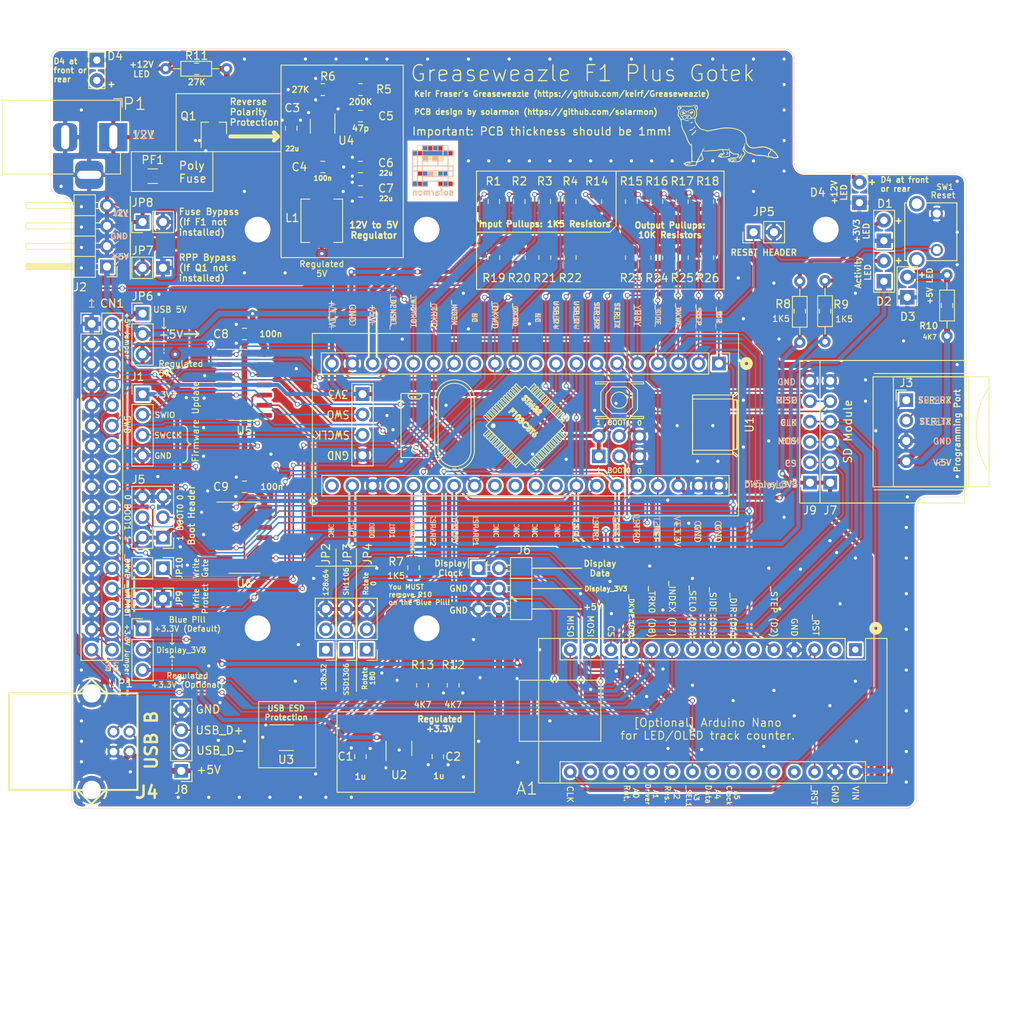
<source format=kicad_pcb>
(kicad_pcb (version 20171130) (host pcbnew "(5.1.9)-1")
  (title_block (title "Greaseweazle F1 Plus Gotek") (date 2021-04-03) (rev 1) (company solarmon))
  (layers (0 F.Cu signal) (31 B.Cu signal) (34 B.Paste user) (35 F.Paste user) (36 B.SilkS user) (37 F.SilkS user) (38 B.Mask user) (39 F.Mask user) (44 Edge.Cuts user))
  (net 0 "")
  (net 1 GND)
  (net 2 +3V3)
  (net 3 +5V)
  (net 4 "Net-(D1-Pad2)")
  (net 5 /_SIDE)
  (net 6 /_DKRD)
  (net 7 /_WRPROT)
  (net 8 /_TRK0)
  (net 9 /_DKWE)
  (net 10 /_DKWD)
  (net 11 /_STEP)
  (net 12 /_DIR)
  (net 13 /_INDEX)
  (net 14 /_DENSEL)
  (net 15 /USB_CONN)
  (net 16 "Net-(U1-Pad13)")
  (net 17 "Net-(U1-Pad32)")
  (net 18 "Net-(U1-Pad31)")
  (net 19 "Net-(U1-Pad30)")
  (net 20 "Net-(U1-Pad10)")
  (net 21 "Net-(U1-Pad29)")
  (net 22 /SER_RX)
  (net 23 /SER_TX)
  (net 24 "Net-(U1-Pad21)")
  (net 25 /USB_D+)
  (net 26 /USB_D-)
  (net 27 "Net-(D2-Pad2)")
  (net 28 /_ACT)
  (net 29 /_RST)
  (net 30 "Net-(D3-Pad2)")
  (net 31 /SWD_SWIO)
  (net 32 /SWD_SWCLK)
  (net 33 /BOOT0)
  (net 34 /BOOT1)
  (net 35 +12V)
  (net 36 "Net-(D4-Pad2)")
  (net 37 "Net-(A1-Pad27)")
  (net 38 "Net-(A1-Pad26)")
  (net 39 "Net-(A1-Pad6)")
  (net 40 "Net-(A1-Pad18)")
  (net 41 "Net-(A1-Pad2)")
  (net 42 "Net-(A1-Pad17)")
  (net 43 "Net-(A1-Pad1)")
  (net 44 /Display_Clock)
  (net 45 /Display_Data)
  (net 46 /Display_3V3)
  (net 47 /JP_OLED_DR)
  (net 48 /JP_OLED_RES)
  (net 49 "Net-(JP2-Pad1)")
  (net 50 "Net-(JP3-Pad1)")
  (net 51 "Net-(JP4-Pad1)")
  (net 52 /SD_CLK)
  (net 53 /SD_MISO)
  (net 54 /SD_MOSI)
  (net 55 /SD_CS)
  (net 56 "Net-(U2-Pad4)")
  (net 57 /3V3_REG)
  (net 58 /USB_5V)
  (net 59 /FB)
  (net 60 /LX)
  (net 61 /BS)
  (net 62 /12V_IN)
  (net 63 /JP_ROTATION)
  (net 64 /5V_REG)
  (net 65 /USB_CONN_D+)
  (net 66 /USB_CONN_D-)
  (net 67 /12V_JACK)
  (net 68 "Net-(CN1-Pad24)")
  (net 69 "Net-(CN1-Pad33)")
  (net 70 /ID1)
  (net 71 /FLIPPY)
  (net 72 /_DENSEL_BUF)
  (net 73 /SPARE1_BUF)
  (net 74 /SPARE2_BUF)
  (net 75 /SPARE2)
  (net 76 /SPARE1)
  (net 77 /_MTR0_BUF)
  (net 78 /_SEL0_BUF)
  (net 79 /_MTR0)
  (net 80 /_SEL0)
  (net 81 /_SEL1_BUF)
  (net 82 /_MTR1_BUF)
  (net 83 /_SEL1)
  (net 84 /_MTR1)
  (net 85 /_DIR_BUF)
  (net 86 /_STEP_BUF)
  (net 87 /_DKWD_BUF)
  (net 88 /_SIDE_BUF)
  (net 89 /_DKWE_BUF)
  (net 90 /_RDY)
  (net 91 "Net-(A1-Pad25)")
  (module solarmon_library:solarmon-logo-25mils (layer B.Cu) (at 140.335 53.34 180)
    (fp_text reference solarmon (at 0 -2.667) (layer B.SilkS) (effects (font (size 0.75 0.75)) (justify mirror)))
    (fp_text value solarmon-logo-25mils)
    (fp_poly (pts (xy -1.27 -1.905) (xy -1.905 -1.905) (xy -1.905 -1.27) (xy -1.27 -1.27)) (layer B.Cu) (width 0.1))
    (fp_poly (pts (xy 1.27 -1.905) (xy 0.635 -1.905) (xy 0.635 -1.27) (xy 1.27 -1.27)) (layer B.Cu) (width 0.1))
    (fp_poly (pts (xy 1.27 -0.635) (xy 0.635 -0.635) (xy 0.635 0) (xy 1.27 0)) (layer B.Cu) (width 0.1))
    (fp_poly (pts (xy 0 -0.635) (xy -0.635 -0.635) (xy -0.635 0) (xy 0 0)) (layer B.Cu) (width 0.1))
    (fp_poly (pts (xy -0.635 -0.635) (xy -1.27 -0.635) (xy -1.27 0) (xy -0.635 0)) (layer B.Cu) (width 0.1))
    (fp_poly (pts (xy -1.27 -0.635) (xy -1.905 -0.635) (xy -1.905 0) (xy -1.27 0)) (layer B.Cu) (width 0.1))
    (fp_poly (pts (xy -1.27 1.905) (xy -1.905 1.905) (xy -1.905 2.54) (xy -1.27 2.54)) (layer B.Cu) (width 0.1))
    (fp_poly (pts (xy -0.635 1.905) (xy -1.27 1.905) (xy -1.27 2.54) (xy -0.635 2.54)) (layer B.Cu) (width 0.1))
    (fp_poly (pts (xy 0 2.54) (xy -0.635 2.54) (xy -0.635 3.175) (xy 0 3.175)) (layer B.Cu) (width 0.1))
    (fp_poly (pts (xy 0 1.905) (xy -0.635 1.905) (xy -0.635 2.54) (xy 0 2.54)) (layer B.Cu) (width 0.1))
    (fp_poly (pts (xy 0.635 1.905) (xy 0 1.905) (xy 0 2.54) (xy 0.635 2.54)) (layer B.Cu) (width 0.1))
    (fp_poly (pts (xy 1.27 1.905) (xy 0.635 1.905) (xy 0.635 2.54) (xy 1.27 2.54)) (layer B.Cu) (width 0.1))
    (fp_poly (pts (xy 1.27 2.54) (xy 0.635 2.54) (xy 0.635 3.175) (xy 1.27 3.175)) (layer B.Cu) (width 0.1))
    (fp_poly (pts (xy 2.54 -1.905) (xy 1.905 -1.905) (xy 1.905 -1.27) (xy 2.54 -1.27)) (layer B.Cu) (width 0.1))
    (fp_poly (pts (xy 2.54 1.905) (xy 1.905 1.905) (xy 1.905 2.54) (xy 2.54 2.54)) (layer B.Cu) (width 0.1))
  )
  (module solarmon_library:solarmon-logo-25mils (layer F.Cu) (at 140.335 53.34)
    (fp_text reference solarmon (at 0 2.667) (layer F.SilkS) (effects (font (size 0.75 0.75))))
    (fp_text value solarmon-logo-25mils)
    (fp_poly (pts (xy 2.54 -1.905) (xy 1.905 -1.905) (xy 1.905 -2.54) (xy 2.54 -2.54)) (layer F.Cu) (width 0.1))
    (fp_poly (pts (xy 2.54 1.905) (xy 1.905 1.905) (xy 1.905 1.27) (xy 2.54 1.27)) (layer F.Cu) (width 0.1))
    (fp_poly (pts (xy 1.27 -2.54) (xy 0.635 -2.54) (xy 0.635 -3.175) (xy 1.27 -3.175)) (layer F.Cu) (width 0.1))
    (fp_poly (pts (xy 1.27 -1.905) (xy 0.635 -1.905) (xy 0.635 -2.54) (xy 1.27 -2.54)) (layer F.Cu) (width 0.1))
    (fp_poly (pts (xy 0.635 -1.905) (xy 0 -1.905) (xy 0 -2.54) (xy 0.635 -2.54)) (layer F.Cu) (width 0.1))
    (fp_poly (pts (xy 0 -1.905) (xy -0.635 -1.905) (xy -0.635 -2.54) (xy 0 -2.54)) (layer F.Cu) (width 0.1))
    (fp_poly (pts (xy 0 -2.54) (xy -0.635 -2.54) (xy -0.635 -3.175) (xy 0 -3.175)) (layer F.Cu) (width 0.1))
    (fp_poly (pts (xy -0.635 -1.905) (xy -1.27 -1.905) (xy -1.27 -2.54) (xy -0.635 -2.54)) (layer F.Cu) (width 0.1))
    (fp_poly (pts (xy -1.27 -1.905) (xy -1.905 -1.905) (xy -1.905 -2.54) (xy -1.27 -2.54)) (layer F.Cu) (width 0.1))
    (fp_poly (pts (xy -1.27 0.635) (xy -1.905 0.635) (xy -1.905 0) (xy -1.27 0)) (layer F.Cu) (width 0.1))
    (fp_poly (pts (xy -0.635 0.635) (xy -1.27 0.635) (xy -1.27 0) (xy -0.635 0)) (layer F.Cu) (width 0.1))
    (fp_poly (pts (xy 0 0.635) (xy -0.635 0.635) (xy -0.635 0) (xy 0 0)) (layer F.Cu) (width 0.1))
    (fp_poly (pts (xy 1.27 0.635) (xy 0.635 0.635) (xy 0.635 0) (xy 1.27 0)) (layer F.Cu) (width 0.1))
    (fp_poly (pts (xy 1.27 1.905) (xy 0.635 1.905) (xy 0.635 1.27) (xy 1.27 1.27)) (layer F.Cu) (width 0.1))
    (fp_poly (pts (xy -1.27 1.905) (xy -1.905 1.905) (xy -1.905 1.27) (xy -1.27 1.27)) (layer F.Cu) (width 0.1))
  )
  (module LED_THT:LED_D3.0mm_Horizontal_O3.81mm_Z6.0mm (layer F.Cu) (at 193.548 57.277 90)
    (fp_text reference D4 (at 1.27 -5.207 180) (layer F.SilkS))
    (fp_text value "+12V LED")
    (pad 2 thru_hole circle (at 2.54 0 90) (size 1.8 1.8) (drill 0.9) (layers *.Cu *.Mask) (net 36 "Net-(D4-Pad2)"))
    (pad 1 thru_hole rect (at 0 0 90) (size 1.8 1.8) (drill 0.9) (layers *.Cu *.Mask) (net 1 GND))
  )
  (module solarmon_library:WeasleLogo (layer F.Cu) (at 177.165 48.895)
    (fp_text reference G** hide)
    (fp_text value Weasle hide)
  )
  (module Resistor_SMD:R_0805_2012Metric (layer F.Cu) (at 147.955 64.135 270)
    (fp_text reference R19 (at 2.54 0 180) (layer F.SilkS))
    (fp_text value 10K)
    (pad 2 smd roundrect (at 0.9125 0 270) (size 1.025 1.4) (layers F.Cu F.Paste F.Mask) (roundrect_rratio 0.2439004878048781) (net 14 /_DENSEL))
    (pad 1 smd roundrect (at -0.9125 0 270) (size 1.025 1.4) (layers F.Cu F.Paste F.Mask) (roundrect_rratio 0.2439004878048781) (net 2 +3V3))
  )
  (module Resistor_SMD:R_0805_2012Metric (layer F.Cu) (at 165.1 64.135 270)
    (fp_text reference R23 (at 2.54 0 180) (layer F.SilkS))
    (fp_text value 10K)
    (pad 2 smd roundrect (at 0.9125 0 270) (size 1.025 1.4) (layers F.Cu F.Paste F.Mask) (roundrect_rratio 0.2439004878048781) (net 83 /_SEL1))
    (pad 1 smd roundrect (at -0.9125 0 270) (size 1.025 1.4) (layers F.Cu F.Paste F.Mask) (roundrect_rratio 0.2439004878048781) (net 2 +3V3))
  )
  (module Resistor_SMD:R_0805_2012Metric (layer F.Cu) (at 151.13 64.135 270)
    (fp_text reference R20 (at 2.54 0 180) (layer F.SilkS))
    (fp_text value 10K)
    (pad 2 smd roundrect (at 0.9125 0 270) (size 1.025 1.4) (layers F.Cu F.Paste F.Mask) (roundrect_rratio 0.2439004878048781) (net 75 /SPARE2))
    (pad 1 smd roundrect (at -0.9125 0 270) (size 1.025 1.4) (layers F.Cu F.Paste F.Mask) (roundrect_rratio 0.2439004878048781) (net 2 +3V3))
  )
  (module Resistor_SMD:R_0805_2012Metric (layer F.Cu) (at 174.625 64.135 270)
    (fp_text reference R26 (at 2.54 0 180) (layer F.SilkS))
    (fp_text value 10K)
    (pad 2 smd roundrect (at 0.9125 0 270) (size 1.025 1.4) (layers F.Cu F.Paste F.Mask) (roundrect_rratio 0.2439004878048781) (net 79 /_MTR0))
    (pad 1 smd roundrect (at -0.9125 0 270) (size 1.025 1.4) (layers F.Cu F.Paste F.Mask) (roundrect_rratio 0.2439004878048781) (net 2 +3V3))
  )
  (module Resistor_SMD:R_0805_2012Metric (layer F.Cu) (at 157.48 64.135 270)
    (fp_text reference R22 (at 2.54 0 180) (layer F.SilkS))
    (fp_text value 10K)
    (pad 2 smd roundrect (at 0.9125 0 270) (size 1.025 1.4) (layers F.Cu F.Paste F.Mask) (roundrect_rratio 0.2439004878048781) (net 76 /SPARE1))
    (pad 1 smd roundrect (at -0.9125 0 270) (size 1.025 1.4) (layers F.Cu F.Paste F.Mask) (roundrect_rratio 0.2439004878048781) (net 2 +3V3))
  )
  (module Resistor_SMD:R_0805_2012Metric (layer F.Cu) (at 168.275 64.135 270)
    (fp_text reference R24 (at 2.54 0 180) (layer F.SilkS))
    (fp_text value 10K)
    (pad 2 smd roundrect (at 0.9125 0 270) (size 1.025 1.4) (layers F.Cu F.Paste F.Mask) (roundrect_rratio 0.2439004878048781) (net 84 /_MTR1))
    (pad 1 smd roundrect (at -0.9125 0 270) (size 1.025 1.4) (layers F.Cu F.Paste F.Mask) (roundrect_rratio 0.2439004878048781) (net 2 +3V3))
  )
  (module Resistor_SMD:R_0805_2012Metric (layer F.Cu) (at 171.45 64.135 270)
    (fp_text reference R25 (at 2.54 0 180) (layer F.SilkS))
    (fp_text value 10K)
    (pad 2 smd roundrect (at 0.9125 0 270) (size 1.025 1.4) (layers F.Cu F.Paste F.Mask) (roundrect_rratio 0.2439004878048781) (net 80 /_SEL0))
    (pad 1 smd roundrect (at -0.9125 0 270) (size 1.025 1.4) (layers F.Cu F.Paste F.Mask) (roundrect_rratio 0.2439004878048781) (net 2 +3V3))
  )
  (module Resistor_SMD:R_0805_2012Metric (layer F.Cu) (at 174.625 57.15 90)
    (fp_text reference R18 (at 2.54 0 180) (layer F.SilkS))
    (fp_text value 10K)
    (pad 2 smd roundrect (at 0.9125 0 90) (size 1.025 1.4) (layers F.Cu F.Paste F.Mask) (roundrect_rratio 0.2439004878048781) (net 12 /_DIR))
    (pad 1 smd roundrect (at -0.9125 0 90) (size 1.025 1.4) (layers F.Cu F.Paste F.Mask) (roundrect_rratio 0.2439004878048781) (net 2 +3V3))
  )
  (module Resistor_SMD:R_0805_2012Metric (layer F.Cu) (at 171.45 57.15 90)
    (fp_text reference R17 (at 2.54 0 180) (layer F.SilkS))
    (fp_text value 10K)
    (pad 2 smd roundrect (at 0.9125 0 90) (size 1.025 1.4) (layers F.Cu F.Paste F.Mask) (roundrect_rratio 0.2439004878048781) (net 11 /_STEP))
    (pad 1 smd roundrect (at -0.9125 0 90) (size 1.025 1.4) (layers F.Cu F.Paste F.Mask) (roundrect_rratio 0.2439004878048781) (net 2 +3V3))
  )
  (module Resistor_SMD:R_0805_2012Metric (layer F.Cu) (at 165.1 57.15 90)
    (fp_text reference R15 (at 2.54 0 180) (layer F.SilkS))
    (fp_text value 10K)
    (pad 2 smd roundrect (at 0.9125 0 90) (size 1.025 1.4) (layers F.Cu F.Paste F.Mask) (roundrect_rratio 0.2439004878048781) (net 5 /_SIDE))
    (pad 1 smd roundrect (at -0.9125 0 90) (size 1.025 1.4) (layers F.Cu F.Paste F.Mask) (roundrect_rratio 0.2439004878048781) (net 2 +3V3))
  )
  (module Resistor_SMD:R_0805_2012Metric (layer F.Cu) (at 168.275 57.15 90)
    (fp_text reference R16 (at 2.54 0 180) (layer F.SilkS))
    (fp_text value 10K)
    (pad 2 smd roundrect (at 0.9125 0 90) (size 1.025 1.4) (layers F.Cu F.Paste F.Mask) (roundrect_rratio 0.2439004878048781) (net 9 /_DKWE))
    (pad 1 smd roundrect (at -0.9125 0 90) (size 1.025 1.4) (layers F.Cu F.Paste F.Mask) (roundrect_rratio 0.2439004878048781) (net 2 +3V3))
  )
  (module Resistor_SMD:R_0805_2012Metric (layer F.Cu) (at 154.305 64.135 270)
    (fp_text reference R21 (at 2.54 0 180) (layer F.SilkS))
    (fp_text value 10K)
    (pad 2 smd roundrect (at 0.9125 0 270) (size 1.025 1.4) (layers F.Cu F.Paste F.Mask) (roundrect_rratio 0.2439004878048781) (net 10 /_DKWD))
    (pad 1 smd roundrect (at -0.9125 0 270) (size 1.025 1.4) (layers F.Cu F.Paste F.Mask) (roundrect_rratio 0.2439004878048781) (net 2 +3V3))
  )
  (module Resistor_SMD:R_0805_2012Metric (layer F.Cu) (at 160.655 57.15 90)
    (fp_text reference R14 (at 2.54 0.127 180) (layer F.SilkS))
    (fp_text value 1K5 hide)
    (pad 2 smd roundrect (at 0.9125 0 90) (size 1.025 1.4) (layers F.Cu F.Paste F.Mask) (roundrect_rratio 0.2439004878048781) (net 90 /_RDY))
    (pad 1 smd roundrect (at -0.9125 0 90) (size 1.025 1.4) (layers F.Cu F.Paste F.Mask) (roundrect_rratio 0.2439004878048781) (net 3 +5V))
  )
  (module Package_SO:SOIC-14_3.9x8.7mm_P1.27mm (layer F.Cu) (at 116.84 80.01)
    (fp_text reference U5 (at 0 5.715) (layer F.SilkS))
    (fp_text value 74LS07)
    (pad 14 smd roundrect (at 2.475 -3.81) (size 1.95 0.6) (layers F.Cu F.Paste F.Mask) (net 3 +5V))
    (pad 13 smd roundrect (at 2.475 -2.54) (size 1.95 0.6) (layers F.Cu F.Paste F.Mask) (net 83 /_SEL1))
    (pad 12 smd roundrect (at 2.475 -1.27) (size 1.95 0.6) (layers F.Cu F.Paste F.Mask) (net 81 /_SEL1_BUF))
    (pad 11 smd roundrect (at 2.475 0) (size 1.95 0.6) (layers F.Cu F.Paste F.Mask) (net 80 /_SEL0))
    (pad 10 smd roundrect (at 2.475 1.27) (size 1.95 0.6) (layers F.Cu F.Paste F.Mask) (net 78 /_SEL0_BUF))
    (pad 9 smd roundrect (at 2.475 2.54) (size 1.95 0.6) (layers F.Cu F.Paste F.Mask) (net 79 /_MTR0))
    (pad 8 smd roundrect (at 2.475 3.81) (size 1.95 0.6) (layers F.Cu F.Paste F.Mask) (net 77 /_MTR0_BUF))
    (pad 7 smd roundrect (at -2.475 3.81) (size 1.95 0.6) (layers F.Cu F.Paste F.Mask) (net 1 GND))
    (pad 6 smd roundrect (at -2.475 2.54) (size 1.95 0.6) (layers F.Cu F.Paste F.Mask) (net 74 /SPARE2_BUF))
    (pad 5 smd roundrect (at -2.475 1.27) (size 1.95 0.6) (layers F.Cu F.Paste F.Mask) (net 75 /SPARE2))
    (pad 4 smd roundrect (at -2.475 0) (size 1.95 0.6) (layers F.Cu F.Paste F.Mask) (net 73 /SPARE1_BUF))
    (pad 3 smd roundrect (at -2.475 -1.27) (size 1.95 0.6) (layers F.Cu F.Paste F.Mask) (net 76 /SPARE1))
    (pad 2 smd roundrect (at -2.475 -2.54) (size 1.95 0.6) (layers F.Cu F.Paste F.Mask) (net 72 /_DENSEL_BUF))
    (pad 1 smd roundrect (at -2.475 -3.81) (size 1.95 0.6) (layers F.Cu F.Paste F.Mask) (net 14 /_DENSEL))
  )
  (module Capacitor_SMD:C_0805_2012Metric_Pad1.15x1.40mm_HandSolder (layer F.Cu) (at 116.84 92.71 180)
    (fp_text reference C9 (at 2.921 0) (layer F.SilkS))
    (fp_text value 100n (at -3.429 0) (layer F.SilkS) (effects (font (size 0.75 0.75))))
    (pad 2 smd roundrect (at 1.025 0 180) (size 1.15 1.4) (layers F.Cu F.Paste F.Mask) (roundrect_rratio 0.2173904347826087) (net 1 GND))
    (pad 1 smd roundrect (at -1.025 0 180) (size 1.15 1.4) (layers F.Cu F.Paste F.Mask) (roundrect_rratio 0.2173904347826087) (net 3 +5V))
  )
  (module Capacitor_SMD:C_0805_2012Metric_Pad1.15x1.40mm_HandSolder (layer F.Cu) (at 116.84 73.66 180)
    (fp_text reference C8 (at 2.921 0) (layer F.SilkS))
    (fp_text value 100n (at -3.302 0) (layer F.SilkS) (effects (font (size 0.75 0.75))))
    (pad 2 smd roundrect (at 1.025 0 180) (size 1.15 1.4) (layers F.Cu F.Paste F.Mask) (roundrect_rratio 0.2173904347826087) (net 1 GND))
    (pad 1 smd roundrect (at -1.025 0 180) (size 1.15 1.4) (layers F.Cu F.Paste F.Mask) (roundrect_rratio 0.2173904347826087) (net 3 +5V))
  )
  (module Package_SO:SOIC-14_3.9x8.7mm_P1.27mm (layer F.Cu) (at 116.84 99.06)
    (fp_text reference U6 (at 0 5.715) (layer F.SilkS))
    (fp_text value 74LS07)
    (pad 14 smd roundrect (at 2.475 -3.81) (size 1.95 0.6) (layers F.Cu F.Paste F.Mask) (net 3 +5V))
    (pad 13 smd roundrect (at 2.475 -2.54) (size 1.95 0.6) (layers F.Cu F.Paste F.Mask) (net 10 /_DKWD))
    (pad 12 smd roundrect (at 2.475 -1.27) (size 1.95 0.6) (layers F.Cu F.Paste F.Mask) (net 87 /_DKWD_BUF))
    (pad 11 smd roundrect (at 2.475 0) (size 1.95 0.6) (layers F.Cu F.Paste F.Mask) (net 9 /_DKWE))
    (pad 10 smd roundrect (at 2.475 1.27) (size 1.95 0.6) (layers F.Cu F.Paste F.Mask) (net 89 /_DKWE_BUF))
    (pad 9 smd roundrect (at 2.475 2.54) (size 1.95 0.6) (layers F.Cu F.Paste F.Mask) (net 5 /_SIDE))
    (pad 8 smd roundrect (at 2.475 3.81) (size 1.95 0.6) (layers F.Cu F.Paste F.Mask) (net 88 /_SIDE_BUF))
    (pad 7 smd roundrect (at -2.475 3.81) (size 1.95 0.6) (layers F.Cu F.Paste F.Mask) (net 1 GND))
    (pad 6 smd roundrect (at -2.475 2.54) (size 1.95 0.6) (layers F.Cu F.Paste F.Mask) (net 86 /_STEP_BUF))
    (pad 5 smd roundrect (at -2.475 1.27) (size 1.95 0.6) (layers F.Cu F.Paste F.Mask) (net 11 /_STEP))
    (pad 4 smd roundrect (at -2.475 0) (size 1.95 0.6) (layers F.Cu F.Paste F.Mask) (net 85 /_DIR_BUF))
    (pad 3 smd roundrect (at -2.475 -1.27) (size 1.95 0.6) (layers F.Cu F.Paste F.Mask) (net 12 /_DIR))
    (pad 2 smd roundrect (at -2.475 -2.54) (size 1.95 0.6) (layers F.Cu F.Paste F.Mask) (net 82 /_MTR1_BUF))
    (pad 1 smd roundrect (at -2.475 -3.81) (size 1.95 0.6) (layers F.Cu F.Paste F.Mask) (net 84 /_MTR1))
  )
  (module Resistor_SMD:R_0805_2012Metric (layer F.Cu) (at 139.065 117.475 90)
    (fp_text reference R13 (at 2.54 0 180) (layer F.SilkS))
    (fp_text value 4K7 (at -2.413 0 180) (layer F.SilkS) (effects (font (size 0.75 0.75))))
    (pad 2 smd roundrect (at 0.9125 0 90) (size 1.025 1.4) (layers F.Cu F.Paste F.Mask) (roundrect_rratio 0.2439004878048781) (net 71 /FLIPPY))
    (pad 1 smd roundrect (at -0.9125 0 90) (size 1.025 1.4) (layers F.Cu F.Paste F.Mask) (roundrect_rratio 0.2439004878048781) (net 69 "Net-(CN1-Pad33)"))
  )
  (module Resistor_SMD:R_0805_2012Metric (layer F.Cu) (at 142.875 117.475 90)
    (fp_text reference R12 (at 2.54 0 180) (layer F.SilkS))
    (fp_text value 4K7 (at -2.413 0 180) (layer F.SilkS) (effects (font (size 0.75 0.75))))
    (pad 2 smd roundrect (at 0.9125 0 90) (size 1.025 1.4) (layers F.Cu F.Paste F.Mask) (roundrect_rratio 0.2439004878048781) (net 71 /FLIPPY))
    (pad 1 smd roundrect (at -0.9125 0 90) (size 1.025 1.4) (layers F.Cu F.Paste F.Mask) (roundrect_rratio 0.2439004878048781) (net 1 GND))
  )
  (module Kicad-STM32-master:YAAJ_BluePill_SWD_1_BootPins (layer F.Cu) (at 176.022 77.343 270)
    (fp_text reference U1 (at 7.62 -3.81 270) (layer F.SilkS))
    (fp_text value "Blue Pill" hide)
    (fp_text user GND (at 11.43 47.498 180 unlocked) (layer F.SilkS) (effects (font (size 1 0.9))))
    (fp_text user SWCLK (at 8.89 48.26 180 unlocked) (layer F.SilkS) (effects (font (size 1 0.9))))
    (fp_text user SWO (at 6.35 47.498 180 unlocked) (layer F.SilkS) (effects (font (size 1 0.9))))
    (fp_text user 3V3 (at 3.81 47.498 180 unlocked) (layer F.SilkS) (effects (font (size 1 0.9))))
    (pad 48 thru_hole circle (at 9.0297 14.986 270) (size 1.7 1.7) (drill 1) (layers *.Cu *.Mask) (net 2 +3V3))
    (pad 49 thru_hole circle (at 9.0297 12.446 270) (size 1.7 1.7) (drill 1) (layers *.Cu *.Mask) (net 34 /BOOT1))
    (pad 50 thru_hole circle (at 9.0932 9.906 270) (size 1.7 1.7) (drill 1) (layers *.Cu *.Mask) (net 1 GND))
    (pad 45 thru_hole rect (at 11.5697 14.986 270) (size 1.7 1.7) (drill 1) (layers *.Cu *.Mask) (net 2 +3V3))
    (pad 47 thru_hole circle (at 11.5697 9.906 270) (size 1.7 1.7) (drill 1) (layers *.Cu *.Mask) (net 1 GND))
    (pad 46 thru_hole circle (at 11.5697 12.446 270) (size 1.7 1.7) (drill 1) (layers *.Cu *.Mask) (net 33 /BOOT0))
    (pad 20 thru_hole circle (at 0 48.26 270) (size 1.7 1.7) (drill 1) (layers *.Cu *.Mask) (net 2 +3V3))
    (pad 21 thru_hole circle (at 15.24 48.26 270) (size 1.7 1.7) (drill 1) (layers *.Cu *.Mask) (net 24 "Net-(U1-Pad21)"))
    (pad 19 thru_hole circle (at 0 45.72 270) (size 1.7 1.7) (drill 1) (layers *.Cu *.Mask) (net 1 GND))
    (pad 22 thru_hole circle (at 15.24 45.72 270) (size 1.7 1.7) (drill 1) (layers *.Cu *.Mask) (net 28 /_ACT))
    (pad 18 thru_hole circle (at 0 43.18 270) (size 1.7 1.7) (drill 1) (layers *.Cu *.Mask) (net 3 +5V))
    (pad 23 thru_hole circle (at 15.24 43.18 270) (size 1.7 1.7) (drill 1) (layers *.Cu *.Mask) (net 1 GND))
    (pad 17 thru_hole circle (at 0 40.64 270) (size 1.7 1.7) (drill 1) (layers *.Cu *.Mask) (net 14 /_DENSEL))
    (pad 24 thru_hole circle (at 15.24 40.64 270) (size 1.7 1.7) (drill 1) (layers *.Cu *.Mask) (net 70 /ID1))
    (pad 16 thru_hole circle (at 0 38.1 270) (size 1.7 1.7) (drill 1) (layers *.Cu *.Mask) (net 7 /_WRPROT))
    (pad 25 thru_hole circle (at 15.24 38.1 270) (size 1.7 1.7) (drill 1) (layers *.Cu *.Mask) (net 15 /USB_CONN))
    (pad 15 thru_hole circle (at 0 35.56 270) (size 1.7 1.7) (drill 1) (layers *.Cu *.Mask) (net 8 /_TRK0))
    (pad 26 thru_hole circle (at 15.24 35.56 270) (size 1.7 1.7) (drill 1) (layers *.Cu *.Mask) (net 75 /SPARE2))
    (pad 14 thru_hole circle (at 0 33.02 270) (size 1.7 1.7) (drill 1) (layers *.Cu *.Mask) (net 13 /_INDEX))
    (pad 27 thru_hole circle (at 15.24 33.02 270) (size 1.7 1.7) (drill 1) (layers *.Cu *.Mask) (net 71 /FLIPPY))
    (pad 13 thru_hole circle (at 0 30.48 270) (size 1.7 1.7) (drill 1) (layers *.Cu *.Mask) (net 16 "Net-(U1-Pad13)"))
    (pad 28 thru_hole circle (at 15.24 30.48 270) (size 1.7 1.7) (drill 1) (layers *.Cu *.Mask) (net 76 /SPARE1))
    (pad 12 thru_hole circle (at 0 27.94 270) (size 1.7 1.7) (drill 1) (layers *.Cu *.Mask) (net 10 /_DKWD))
    (pad 29 thru_hole circle (at 15.24 27.94 270) (size 1.7 1.7) (drill 1) (layers *.Cu *.Mask) (net 21 "Net-(U1-Pad29)"))
    (pad 11 thru_hole circle (at 0 25.4 270) (size 1.7 1.7) (drill 1) (layers *.Cu *.Mask) (net 6 /_DKRD))
    (pad 30 thru_hole circle (at 15.24 25.4 270) (size 1.7 1.7) (drill 1) (layers *.Cu *.Mask) (net 19 "Net-(U1-Pad30)"))
    (pad 10 thru_hole circle (at 0 22.86 270) (size 1.7 1.7) (drill 1) (layers *.Cu *.Mask) (net 20 "Net-(U1-Pad10)"))
    (pad 31 thru_hole circle (at 15.24 22.86 270) (size 1.7 1.7) (drill 1) (layers *.Cu *.Mask) (net 18 "Net-(U1-Pad31)"))
    (pad 9 thru_hole circle (at 0 20.32 270) (size 1.7 1.7) (drill 1) (layers *.Cu *.Mask) (net 25 /USB_D+))
    (pad 32 thru_hole circle (at 15.24 20.32 270) (size 1.7 1.7) (drill 1) (layers *.Cu *.Mask) (net 17 "Net-(U1-Pad32)"))
    (pad 8 thru_hole circle (at 0 17.78 270) (size 1.7 1.7) (drill 1) (layers *.Cu *.Mask) (net 26 /USB_D-))
    (pad 33 thru_hole circle (at 15.24 17.78 270) (size 1.7 1.7) (drill 1) (layers *.Cu *.Mask) (net 83 /_SEL1))
    (pad 7 thru_hole circle (at 0 15.24 270) (size 1.7 1.7) (drill 1) (layers *.Cu *.Mask) (net 22 /SER_RX))
    (pad 34 thru_hole circle (at 15.24 15.24 270) (size 1.7 1.7) (drill 1) (layers *.Cu *.Mask) (net 84 /_MTR1))
    (pad 6 thru_hole circle (at 0 12.7 270) (size 1.7 1.7) (drill 1) (layers *.Cu *.Mask) (net 23 /SER_TX))
    (pad 35 thru_hole circle (at 15.24 12.7 270) (size 1.7 1.7) (drill 1) (layers *.Cu *.Mask) (net 80 /_SEL0))
    (pad 5 thru_hole circle (at 0 10.16 270) (size 1.7 1.7) (drill 1) (layers *.Cu *.Mask) (net 90 /_RDY))
    (pad 36 thru_hole circle (at 15.24 10.16 270) (size 1.7 1.7) (drill 1) (layers *.Cu *.Mask) (net 79 /_MTR0))
    (pad 4 thru_hole circle (at 0 7.62 270) (size 1.7 1.7) (drill 1) (layers *.Cu *.Mask) (net 5 /_SIDE))
    (pad 37 thru_hole circle (at 15.24 7.62 270) (size 1.7 1.7) (drill 1) (layers *.Cu *.Mask) (net 29 /_RST))
    (pad 3 thru_hole circle (at 0 5.08 270) (size 1.7 1.7) (drill 1) (layers *.Cu *.Mask) (net 9 /_DKWE))
    (pad 38 thru_hole circle (at 15.24 5.08 270) (size 1.7 1.7) (drill 1) (layers *.Cu *.Mask) (net 2 +3V3))
    (pad 2 thru_hole circle (at 0 2.54 270) (size 1.7 1.7) (drill 1) (layers *.Cu *.Mask) (net 11 /_STEP))
    (pad 39 thru_hole circle (at 15.24 2.54 270) (size 1.7 1.7) (drill 1) (layers *.Cu *.Mask) (net 1 GND))
    (pad 1 thru_hole rect (at 0 0 270) (size 1.7 1.7) (drill 1) (layers *.Cu *.Mask) (net 12 /_DIR))
    (pad 40 thru_hole circle (at 15.24 0 270) (size 1.7 1.7) (drill 1) (layers *.Cu *.Mask) (net 1 GND))
    (pad 44 thru_hole circle (at 11.43 44.45 270) (size 1.7 1.7) (drill 1) (layers *.Cu *.Mask) (net 1 GND))
    (pad 43 thru_hole circle (at 8.89 44.45 270) (size 1.7 1.7) (drill 1) (layers *.Cu *.Mask) (net 32 /SWD_SWCLK))
    (pad 42 thru_hole circle (at 6.35 44.45 270) (size 1.7 1.7) (drill 1) (layers *.Cu *.Mask) (net 31 /SWD_SWIO))
    (pad 41 thru_hole rect (at 3.81 44.45 270) (size 1.7 1.7) (drill 1) (layers *.Cu *.Mask) (net 2 +3V3))
  )
  (module Fuse:Fuse_1206_3216Metric_Pad1.42x1.75mm_HandSolder (layer F.Cu) (at 105.41 53.975 180)
    (fp_text reference PF1 (at 0 2.032) (layer F.SilkS))
    (fp_text value 1.5A)
    (pad 2 smd roundrect (at 1.4875 0 180) (size 1.425 1.75) (layers F.Cu F.Paste F.Mask) (roundrect_rratio 0.1754385964912281) (net 67 /12V_JACK))
    (pad 1 smd roundrect (at -1.4875 0 180) (size 1.425 1.75) (layers F.Cu F.Paste F.Mask) (roundrect_rratio 0.1754385964912281) (net 35 +12V))
  )
  (module solarmon_library:SD_Micro_Module_Upside_Down (layer F.Cu) (at 187.3758 92.202)
    (fp_text reference J9 (at 0 3.4544) (layer F.SilkS))
    (fp_text value "SD Module")
    (pad 6 thru_hole circle (at 0 -12.7) (size 1.7 1.7) (drill 1) (layers *.Cu *.Mask) (net 1 GND))
    (pad 5 thru_hole circle (at 0 -10.16) (size 1.7 1.7) (drill 1) (layers *.Cu *.Mask) (net 53 /SD_MISO))
    (pad 4 thru_hole circle (at 0 -7.62) (size 1.7 1.7) (drill 1) (layers *.Cu *.Mask) (net 52 /SD_CLK))
    (pad 3 thru_hole circle (at 0 -5.08) (size 1.7 1.7) (drill 1) (layers *.Cu *.Mask) (net 54 /SD_MOSI))
    (pad 2 thru_hole circle (at 0 -2.54) (size 1.7 1.7) (drill 1) (layers *.Cu *.Mask) (net 55 /SD_CS))
    (pad 1 thru_hole rect (at 0 0) (size 1.7 1.7) (drill 1) (layers *.Cu *.Mask) (net 46 /Display_3V3))
  )
  (module Package_TO_SOT_SMD:TSOT-23-6_HandSoldering (layer F.Cu) (at 126.619 47.752 270)
    (fp_text reference U4 (at 1.778 -2.921 180) (layer F.SilkS))
    (fp_text value SY8105)
    (pad 6 smd rect (at 1.71 -0.95 270) (size 2 0.65) (layers F.Cu F.Paste F.Mask) (net 61 /BS))
    (pad 5 smd rect (at 1.71 0 270) (size 2 0.65) (layers F.Cu F.Paste F.Mask) (net 60 /LX))
    (pad 4 smd rect (at 1.71 0.95 270) (size 2 0.65) (layers F.Cu F.Paste F.Mask) (net 62 /12V_IN))
    (pad 3 smd rect (at -1.71 0.95 270) (size 2 0.65) (layers F.Cu F.Paste F.Mask) (net 1 GND))
    (pad 2 smd rect (at -1.71 0 270) (size 2 0.65) (layers F.Cu F.Paste F.Mask) (net 62 /12V_IN))
    (pad 1 smd rect (at -1.71 -0.95 270) (size 2 0.65) (layers F.Cu F.Paste F.Mask) (net 59 /FB))
  )
  (module Package_TO_SOT_SMD:SOT-23-6_Handsoldering (layer F.Cu) (at 122.0724 124.0028)
    (fp_text reference U3 (at -0.0254 2.7432) (layer F.SilkS))
    (fp_text value USBLC6-2SC6)
    (pad 5 smd rect (at 1.35 0) (size 1.56 0.65) (layers F.Cu F.Paste F.Mask) (net 58 /USB_5V))
    (pad 6 smd rect (at 1.35 -0.95) (size 1.56 0.65) (layers F.Cu F.Paste F.Mask) (net 25 /USB_D+))
    (pad 4 smd rect (at 1.35 0.95) (size 1.56 0.65) (layers F.Cu F.Paste F.Mask) (net 26 /USB_D-))
    (pad 3 smd rect (at -1.35 0.95) (size 1.56 0.65) (layers F.Cu F.Paste F.Mask) (net 66 /USB_CONN_D-))
    (pad 2 smd rect (at -1.35 0) (size 1.56 0.65) (layers F.Cu F.Paste F.Mask) (net 1 GND))
    (pad 1 smd rect (at -1.35 -0.95) (size 1.56 0.65) (layers F.Cu F.Paste F.Mask) (net 65 /USB_CONN_D+))
  )
  (module Package_TO_SOT_SMD:SOT-23_Handsoldering (layer F.Cu) (at 113.03 48.006 90)
    (fp_text reference Q1 (at 1.524 -3.175 180) (layer F.SilkS))
    (fp_text value AO3401A)
    (pad 3 smd rect (at 1.5 0 90) (size 1.9 0.8) (layers F.Cu F.Paste F.Mask) (net 35 +12V))
    (pad 2 smd rect (at -1.5 0.95 90) (size 1.9 0.8) (layers F.Cu F.Paste F.Mask) (net 62 /12V_IN))
    (pad 1 smd rect (at -1.5 -0.95 90) (size 1.9 0.8) (layers F.Cu F.Paste F.Mask) (net 1 GND))
  )
  (module Connector_PinHeader_2.54mm:PinHeader_1x02_P2.54mm_Vertical (layer F.Cu) (at 106.68 102.87 270)
    (fp_text reference JP10 (at 0 -2.0574 90) (layer F.SilkS) (effects (font (size 0.75 0.75))))
    (fp_text value "Write Gate")
    (pad 2 thru_hole oval (at 0 2.54 270) (size 1.7 1.7) (drill 1) (layers *.Cu *.Mask) (net 68 "Net-(CN1-Pad24)"))
    (pad 1 thru_hole rect (at 0 0 270) (size 1.7 1.7) (drill 1) (layers *.Cu *.Mask) (net 89 /_DKWE_BUF))
  )
  (module Connector_PinHeader_2.54mm:PinHeader_1x02_P2.54mm_Vertical (layer F.Cu) (at 106.68 106.68 270)
    (fp_text reference JP9 (at 0 -2.0574 90) (layer F.SilkS) (effects (font (size 0.75 0.75))))
    (fp_text value "Write Protect")
    (pad 2 thru_hole oval (at 0 2.54 270) (size 1.7 1.7) (drill 1) (layers *.Cu *.Mask) (net 7 /_WRPROT))
    (pad 1 thru_hole rect (at 0 0 270) (size 1.7 1.7) (drill 1) (layers *.Cu *.Mask) (net 1 GND))
  )
  (module solarmon_library:SD_Micro_Module_Upside_Down (layer F.Cu) (at 189.9 92.202)
    (fp_text reference J7 (at 0.0158 3.4544) (layer F.SilkS))
    (fp_text value "SD Module" (at 2.2002 -6.3754 90) (layer F.SilkS))
    (pad 6 thru_hole circle (at 0 -12.7) (size 1.7 1.7) (drill 1) (layers *.Cu *.Mask) (net 1 GND))
    (pad 5 thru_hole circle (at 0 -10.16) (size 1.7 1.7) (drill 1) (layers *.Cu *.Mask) (net 53 /SD_MISO))
    (pad 4 thru_hole circle (at 0 -7.62) (size 1.7 1.7) (drill 1) (layers *.Cu *.Mask) (net 52 /SD_CLK))
    (pad 3 thru_hole circle (at 0 -5.08) (size 1.7 1.7) (drill 1) (layers *.Cu *.Mask) (net 54 /SD_MOSI))
    (pad 2 thru_hole circle (at 0 -2.54) (size 1.7 1.7) (drill 1) (layers *.Cu *.Mask) (net 55 /SD_CS))
    (pad 1 thru_hole rect (at 0 0) (size 1.7 1.7) (drill 1) (layers *.Cu *.Mask) (net 46 /Display_3V3))
  )
  (module Connector_PinHeader_2.54mm:PinHeader_1x02_P2.54mm_Vertical (layer F.Cu) (at 104.14 59.69 90)
    (fp_text reference JP8 (at 2.413 0 180) (layer F.SilkS))
    (fp_text value "Fuse Bypass")
    (pad 2 thru_hole oval (at 0 2.54 90) (size 1.7 1.7) (drill 1) (layers *.Cu *.Mask) (net 35 +12V))
    (pad 1 thru_hole rect (at 0 0 90) (size 1.7 1.7) (drill 1) (layers *.Cu *.Mask) (net 67 /12V_JACK))
  )
  (module LED_THT:LED_D3.0mm_Horizontal_O3.81mm_Z6.0mm (layer F.Cu) (at 98.4377 39.497 270)
    (fp_text reference D4 (at -0.508 -2.2733 180) (layer F.SilkS))
    (fp_text value "+12V LED")
    (pad 1 thru_hole rect (at 0 0 270) (size 1.8 1.8) (drill 0.9) (layers *.Cu *.Mask) (net 1 GND))
    (pad 2 thru_hole circle (at 2.54 0 270) (size 1.8 1.8) (drill 0.9) (layers *.Cu *.Mask) (net 36 "Net-(D4-Pad2)"))
  )
  (module Connector_PinHeader_2.54mm:PinHeader_1x04_P2.54mm_Vertical (layer F.Cu) (at 108.966 128.143 180)
    (fp_text reference J8 (at 0 -2.33) (layer F.SilkS))
    (fp_text value SWD)
    (pad 4 thru_hole oval (at 0 7.62 180) (size 1.7 1.7) (drill 1) (layers *.Cu *.Mask) (net 1 GND))
    (pad 3 thru_hole oval (at 0 5.08 180) (size 1.7 1.7) (drill 1) (layers *.Cu *.Mask) (net 65 /USB_CONN_D+))
    (pad 2 thru_hole oval (at 0 2.54 180) (size 1.7 1.7) (drill 1) (layers *.Cu *.Mask) (net 66 /USB_CONN_D-))
    (pad 1 thru_hole rect (at 0 0 180) (size 1.7 1.7) (drill 1) (layers *.Cu *.Mask) (net 58 /USB_5V))
  )
  (module OpenFlops:MountingHole_M3_Pad (layer F.Cu) (at 189.357 60.6425)
    (fp_text reference H5 hide)
    (fp_text value MountingHole_Pad)
    (pad 1 thru_hole circle (at 0 0) (size 5 5) (drill 3.2) (layers *.Cu *.Mask) (net 1 GND))
  )
  (module OpenFlops:MountingHole_M3_Pad (layer F.Cu) (at 139.573 110.363)
    (fp_text reference H4 hide)
    (fp_text value MountingHole_Pad)
    (pad 1 thru_hole circle (at 0 0) (size 5 5) (drill 3.2) (layers *.Cu *.Mask) (net 1 GND))
  )
  (module OpenFlops:MountingHole_M3_Pad (layer F.Cu) (at 118.491 110.363)
    (fp_text reference H3 hide)
    (fp_text value MountingHole_Pad)
    (pad 1 thru_hole circle (at 0 0) (size 5 5) (drill 3.2) (layers *.Cu *.Mask) (net 1 GND))
  )
  (module OpenFlops:MountingHole_M3_Pad (layer F.Cu) (at 139.573 60.6425)
    (fp_text reference H2 hide)
    (fp_text value MountingHole_Pad)
    (pad 1 thru_hole circle (at 0 0) (size 5 5) (drill 3.2) (layers *.Cu *.Mask) (net 1 GND))
  )
  (module OpenFlops:MountingHole_M3_Pad (layer F.Cu) (at 118.491 60.6425)
    (fp_text reference H1 hide)
    (fp_text value MountingHole_Pad)
    (pad 1 thru_hole circle (at 0 0) (size 5 5) (drill 3.2) (layers *.Cu *.Mask) (net 1 GND))
  )
  (module Resistor_THT:R_Axial_DIN0204_L3.6mm_D1.6mm_P7.62mm_Horizontal (layer F.Cu) (at 186.1058 67.0814 270)
    (fp_text reference R8 hide)
    (fp_text value R_Axial_DIN0204_L3.6mm_D1.6mm_P7.62mm_Horizontal)
    (pad 1 thru_hole circle (at 0 0 270) (size 1.4 1.4) (drill 0.7) (layers *.Cu *.Mask) (net 4 "Net-(D1-Pad2)"))
    (pad 2 thru_hole oval (at 7.62 0 270) (size 1.4 1.4) (drill 0.7) (layers *.Cu *.Mask) (net 46 /Display_3V3))
  )
  (module Resistor_THT:R_Axial_DIN0204_L3.6mm_D1.6mm_P7.62mm_Horizontal (layer F.Cu) (at 189.2554 67.0052 270)
    (fp_text reference R9 hide)
    (fp_text value R_Axial_DIN0204_L3.6mm_D1.6mm_P7.62mm_Horizontal)
    (pad 2 thru_hole oval (at 7.62 0 270) (size 1.4 1.4) (drill 0.7) (layers *.Cu *.Mask) (net 2 +3V3))
    (pad 1 thru_hole circle (at 0 0 270) (size 1.4 1.4) (drill 0.7) (layers *.Cu *.Mask) (net 27 "Net-(D2-Pad2)"))
  )
  (module Resistor_THT:R_Axial_DIN0204_L3.6mm_D1.6mm_P7.62mm_Horizontal (layer F.Cu) (at 204.47 66.294 270)
    (fp_text reference R10 hide)
    (fp_text value R_Axial_DIN0204_L3.6mm_D1.6mm_P7.62mm_Horizontal)
    (pad 1 thru_hole circle (at 0 0 270) (size 1.4 1.4) (drill 0.7) (layers *.Cu *.Mask) (net 30 "Net-(D3-Pad2)"))
    (pad 2 thru_hole oval (at 7.62 0 270) (size 1.4 1.4) (drill 0.7) (layers *.Cu *.Mask) (net 3 +5V))
  )
  (module Resistor_THT:R_Axial_DIN0204_L3.6mm_D1.6mm_P7.62mm_Horizontal (layer F.Cu) (at 114.6429 40.5765 180)
    (fp_text reference R11 hide)
    (fp_text value R_Axial_DIN0204_L3.6mm_D1.6mm_P7.62mm_Horizontal)
    (pad 2 thru_hole oval (at 7.62 0 180) (size 1.4 1.4) (drill 0.7) (layers *.Cu *.Mask) (net 36 "Net-(D4-Pad2)"))
    (pad 1 thru_hole circle (at 0 0 180) (size 1.4 1.4) (drill 0.7) (layers *.Cu *.Mask) (net 62 /12V_IN))
  )
  (module Connector_PinHeader_2.54mm:PinHeader_1x02_P2.54mm_Vertical (layer F.Cu) (at 106.68 65.405 270)
    (fp_text reference JP7 (at -2.159 2.54 180) (layer F.SilkS))
    (fp_text value "RPP Bypass")
    (pad 2 thru_hole oval (at 0 2.54 270) (size 1.7 1.7) (drill 1) (layers *.Cu *.Mask) (net 62 /12V_IN))
    (pad 1 thru_hole rect (at 0 0 270) (size 1.7 1.7) (drill 1) (layers *.Cu *.Mask) (net 35 +12V))
  )
  (module Connector_PinHeader_2.54mm:PinHeader_1x04_P2.54mm_Horizontal (layer F.Cu) (at 99.695 65.2526 180)
    (fp_text reference J2 (at 3.3528 -2.5654 180) (layer F.SilkS))
    (fp_text value "Floppy Power" hide)
    (pad 4 thru_hole oval (at 0 7.62 180) (size 1.7 1.7) (drill 1) (layers *.Cu *.Mask) (net 62 /12V_IN))
    (pad 3 thru_hole oval (at 0 5.08 180) (size 1.7 1.7) (drill 1) (layers *.Cu *.Mask) (net 1 GND))
    (pad 2 thru_hole oval (at 0 2.54 180) (size 1.7 1.7) (drill 1) (layers *.Cu *.Mask) (net 1 GND))
    (pad 1 thru_hole rect (at 0 0 180) (size 1.7 1.7) (drill 1) (layers *.Cu *.Mask) (net 3 +5V))
  )
  (module Connector_PinHeader_2.54mm:PinHeader_1x04_P2.54mm_Vertical (layer F.Cu) (at 104.14 81.1784)
    (fp_text reference J1 (at -0.635 -2.1844) (layer F.SilkS))
    (fp_text value SWD)
    (pad 1 thru_hole rect (at 0 0) (size 1.7 1.7) (drill 1) (layers *.Cu *.Mask) (net 2 +3V3))
    (pad 2 thru_hole oval (at 0 2.54) (size 1.7 1.7) (drill 1) (layers *.Cu *.Mask) (net 31 /SWD_SWIO))
    (pad 3 thru_hole oval (at 0 5.08) (size 1.7 1.7) (drill 1) (layers *.Cu *.Mask) (net 32 /SWD_SWCLK))
    (pad 4 thru_hole oval (at 0 7.62) (size 1.7 1.7) (drill 1) (layers *.Cu *.Mask) (net 1 GND))
  )
  (module Resistor_SMD:R_0805_2012Metric (layer F.Cu) (at 126.619 43.18 180)
    (fp_text reference R6 (at -0.635 1.651) (layer F.SilkS))
    (fp_text value 27K (at 2.794 0) (layer F.SilkS) (effects (font (size 0.75 0.75))))
    (pad 2 smd roundrect (at 0.9125 0 180) (size 1.025 1.4) (layers F.Cu F.Paste F.Mask) (roundrect_rratio 0.2439004878048781) (net 1 GND))
    (pad 1 smd roundrect (at -0.9125 0 180) (size 1.025 1.4) (layers F.Cu F.Paste F.Mask) (roundrect_rratio 0.2439004878048781) (net 59 /FB))
  )
  (module Resistor_SMD:R_0805_2012Metric (layer F.Cu) (at 131.318 43.18 180)
    (fp_text reference R5 (at -2.921 0.0254) (layer F.SilkS))
    (fp_text value 200K (at 0 -1.524) (layer F.SilkS) (effects (font (size 0.75 0.75))))
    (pad 2 smd roundrect (at 0.9125 0 180) (size 1.025 1.4) (layers F.Cu F.Paste F.Mask) (roundrect_rratio 0.2439004878048781) (net 59 /FB))
    (pad 1 smd roundrect (at -0.9125 0 180) (size 1.025 1.4) (layers F.Cu F.Paste F.Mask) (roundrect_rratio 0.2439004878048781) (net 64 /5V_REG))
  )
  (module solarmon_library:MWSA0503S (layer F.Cu) (at 126.492 59.5376 90)
    (fp_text reference L1 (at 0.3556 -3.683 180) (layer F.SilkS))
    (fp_text value 4u7)
    (pad 2 smd rect (at -2.3 0 90) (size 1.9 2.5) (layers F.Cu F.Paste F.Mask) (net 64 /5V_REG))
    (pad 1 smd rect (at 2.3 0 90) (size 1.9 2.5) (layers F.Cu F.Paste F.Mask) (net 60 /LX))
  )
  (module Connector_PinHeader_2.54mm:PinHeader_1x03_P2.54mm_Vertical (layer F.Cu) (at 104.14 71.12)
    (fp_text reference JP6 (at 0 -2.159) (layer F.SilkS))
    (fp_text value "+5V Jumper")
    (pad 3 thru_hole oval (at 0 5.08) (size 1.7 1.7) (drill 1) (layers *.Cu *.Mask) (net 64 /5V_REG))
    (pad 2 thru_hole oval (at 0 2.54) (size 1.7 1.7) (drill 1) (layers *.Cu *.Mask) (net 3 +5V))
    (pad 1 thru_hole rect (at 0 0) (size 1.7 1.7) (drill 1) (layers *.Cu *.Mask) (net 58 /USB_5V))
  )
  (module Capacitor_SMD:C_0805_2012Metric_Pad1.15x1.40mm_HandSolder (layer F.Cu) (at 131.318 55.88 180)
    (fp_text reference C7 (at -3.175 0.381) (layer F.SilkS))
    (fp_text value 22u (at -3.175 -0.889) (layer F.SilkS) (effects (font (size 0.6 0.6))))
    (pad 2 smd roundrect (at 1.025 0 180) (size 1.15 1.4) (layers F.Cu F.Paste F.Mask) (roundrect_rratio 0.2173904347826087) (net 1 GND))
    (pad 1 smd roundrect (at -1.025 0 180) (size 1.15 1.4) (layers F.Cu F.Paste F.Mask) (roundrect_rratio 0.2173904347826087) (net 64 /5V_REG))
  )
  (module Capacitor_SMD:C_0805_2012Metric_Pad1.15x1.40mm_HandSolder (layer F.Cu) (at 131.318 52.832 180)
    (fp_text reference C6 (at -3.175 0.508) (layer F.SilkS))
    (fp_text value 22u (at -3.175 -0.762) (layer F.SilkS) (effects (font (size 0.6 0.6))))
    (pad 1 smd roundrect (at -1.025 0 180) (size 1.15 1.4) (layers F.Cu F.Paste F.Mask) (roundrect_rratio 0.2173904347826087) (net 64 /5V_REG))
    (pad 2 smd roundrect (at 1.025 0 180) (size 1.15 1.4) (layers F.Cu F.Paste F.Mask) (roundrect_rratio 0.2173904347826087) (net 1 GND))
  )
  (module Capacitor_SMD:C_0805_2012Metric_Pad1.15x1.40mm_HandSolder (layer F.Cu) (at 131.318 46.482 180)
    (fp_text reference C5 (at -3.175 0) (layer F.SilkS))
    (fp_text value 47p (at 0 -1.524) (layer F.SilkS) (effects (font (size 0.75 0.75))))
    (pad 2 smd roundrect (at 1.025 0 180) (size 1.15 1.4) (layers F.Cu F.Paste F.Mask) (roundrect_rratio 0.2173904347826087) (net 59 /FB))
    (pad 1 smd roundrect (at -1.025 0 180) (size 1.15 1.4) (layers F.Cu F.Paste F.Mask) (roundrect_rratio 0.2173904347826087) (net 64 /5V_REG))
  )
  (module Capacitor_SMD:C_0805_2012Metric_Pad1.15x1.40mm_HandSolder (layer F.Cu) (at 126.619 52.832 180)
    (fp_text reference C4 (at 2.921 0) (layer F.SilkS))
    (fp_text value 100n (at 0 -1.397) (layer F.SilkS) (effects (font (size 0.6 0.6))))
    (pad 2 smd roundrect (at 1.025 0 180) (size 1.15 1.4) (layers F.Cu F.Paste F.Mask) (roundrect_rratio 0.2173904347826087) (net 60 /LX))
    (pad 1 smd roundrect (at -1.025 0 180) (size 1.15 1.4) (layers F.Cu F.Paste F.Mask) (roundrect_rratio 0.2173904347826087) (net 61 /BS))
  )
  (module Capacitor_SMD:C_0805_2012Metric_Pad1.15x1.40mm_HandSolder (layer F.Cu) (at 122.682 48.006 90)
    (fp_text reference C3 (at 2.54 0.127 180) (layer F.SilkS))
    (fp_text value 22u (at -2.54 0.127 180) (layer F.SilkS) (effects (font (size 0.6 0.6))))
    (pad 2 smd roundrect (at 1.025 0 90) (size 1.15 1.4) (layers F.Cu F.Paste F.Mask) (roundrect_rratio 0.2173904347826087) (net 1 GND))
    (pad 1 smd roundrect (at -1.025 0 90) (size 1.15 1.4) (layers F.Cu F.Paste F.Mask) (roundrect_rratio 0.2173904347826087) (net 62 /12V_IN))
  )
  (module Package_TO_SOT_SMD:SOT-23-5_HandSoldering (layer F.Cu) (at 136.113201 125.349 90)
    (fp_text reference U2 (at -3.302 0.030799 180) (layer F.SilkS))
    (fp_text value AP2112K-3.3)
    (pad 5 smd rect (at 1.35 -0.95 90) (size 1.56 0.65) (layers F.Cu F.Paste F.Mask) (net 57 /3V3_REG))
    (pad 4 smd rect (at 1.35 0.95 90) (size 1.56 0.65) (layers F.Cu F.Paste F.Mask) (net 56 "Net-(U2-Pad4)"))
    (pad 3 smd rect (at -1.35 0.95 90) (size 1.56 0.65) (layers F.Cu F.Paste F.Mask) (net 3 +5V))
    (pad 2 smd rect (at -1.35 0 90) (size 1.56 0.65) (layers F.Cu F.Paste F.Mask) (net 1 GND))
    (pad 1 smd rect (at -1.35 -0.95 90) (size 1.56 0.65) (layers F.Cu F.Paste F.Mask) (net 3 +5V))
  )
  (module Connector_PinHeader_2.54mm:PinHeader_1x02_P2.54mm_Vertical (layer F.Cu) (at 180.34 60.96 90)
    (fp_text reference JP5 (at 2.54 1.27 180) (layer F.SilkS))
    (fp_text value "RESET HEADER" (at -2.54 1.27 180) (layer F.SilkS) (effects (font (size 0.75 0.75))))
    (pad 1 thru_hole rect (at 0 0 90) (size 1.7 1.7) (drill 1) (layers *.Cu *.Mask) (net 29 /_RST))
    (pad 2 thru_hole oval (at 0 2.54 90) (size 1.7 1.7) (drill 1) (layers *.Cu *.Mask) (net 1 GND))
  )
  (module Module:Arduino_Nano (layer F.Cu) (at 193.04 113.03 270)
    (fp_text reference A1 (at 17.3228 40.9702 180) (layer F.SilkS) (effects (font (size 1.5 1.5))))
    (fp_text value Arduino_Nano_v3.x)
    (pad 1 thru_hole rect (at 0 0 270) (size 1.6 1.6) (drill 0.8) (layers *.Cu *.Mask) (net 43 "Net-(A1-Pad1)"))
    (pad 17 thru_hole oval (at 15.24 33.02 270) (size 1.6 1.6) (drill 0.8) (layers *.Cu *.Mask) (net 42 "Net-(A1-Pad17)"))
    (pad 2 thru_hole oval (at 0 2.54 270) (size 1.6 1.6) (drill 0.8) (layers *.Cu *.Mask) (net 41 "Net-(A1-Pad2)"))
    (pad 18 thru_hole oval (at 15.24 30.48 270) (size 1.6 1.6) (drill 0.8) (layers *.Cu *.Mask) (net 40 "Net-(A1-Pad18)"))
    (pad 3 thru_hole oval (at 0 5.08 270) (size 1.6 1.6) (drill 0.8) (layers *.Cu *.Mask) (net 29 /_RST))
    (pad 19 thru_hole oval (at 15.24 27.94 270) (size 1.6 1.6) (drill 0.8) (layers *.Cu *.Mask) (net 63 /JP_ROTATION))
    (pad 4 thru_hole oval (at 0 7.62 270) (size 1.6 1.6) (drill 0.8) (layers *.Cu *.Mask) (net 1 GND))
    (pad 20 thru_hole oval (at 15.24 25.4 270) (size 1.6 1.6) (drill 0.8) (layers *.Cu *.Mask) (net 47 /JP_OLED_DR))
    (pad 5 thru_hole oval (at 0 10.16 270) (size 1.6 1.6) (drill 0.8) (layers *.Cu *.Mask) (net 11 /_STEP))
    (pad 21 thru_hole oval (at 15.24 22.86 270) (size 1.6 1.6) (drill 0.8) (layers *.Cu *.Mask) (net 48 /JP_OLED_RES))
    (pad 6 thru_hole oval (at 0 12.7 270) (size 1.6 1.6) (drill 0.8) (layers *.Cu *.Mask) (net 39 "Net-(A1-Pad6)"))
    (pad 22 thru_hole oval (at 15.24 20.32 270) (size 1.6 1.6) (drill 0.8) (layers *.Cu *.Mask) (net 83 /_SEL1))
    (pad 7 thru_hole oval (at 0 15.24 270) (size 1.6 1.6) (drill 0.8) (layers *.Cu *.Mask) (net 12 /_DIR))
    (pad 23 thru_hole oval (at 15.24 17.78 270) (size 1.6 1.6) (drill 0.8) (layers *.Cu *.Mask) (net 45 /Display_Data))
    (pad 8 thru_hole oval (at 0 17.78 270) (size 1.6 1.6) (drill 0.8) (layers *.Cu *.Mask) (net 5 /_SIDE))
    (pad 24 thru_hole oval (at 15.24 15.24 270) (size 1.6 1.6) (drill 0.8) (layers *.Cu *.Mask) (net 44 /Display_Clock))
    (pad 9 thru_hole oval (at 0 20.32 270) (size 1.6 1.6) (drill 0.8) (layers *.Cu *.Mask) (net 80 /_SEL0))
    (pad 25 thru_hole oval (at 15.24 12.7 270) (size 1.6 1.6) (drill 0.8) (layers *.Cu *.Mask) (net 91 "Net-(A1-Pad25)"))
    (pad 10 thru_hole oval (at 0 22.86 270) (size 1.6 1.6) (drill 0.8) (layers *.Cu *.Mask) (net 13 /_INDEX))
    (pad 26 thru_hole oval (at 15.24 10.16 270) (size 1.6 1.6) (drill 0.8) (layers *.Cu *.Mask) (net 38 "Net-(A1-Pad26)"))
    (pad 11 thru_hole oval (at 0 25.4 270) (size 1.6 1.6) (drill 0.8) (layers *.Cu *.Mask) (net 8 /_TRK0))
    (pad 27 thru_hole oval (at 15.24 7.62 270) (size 1.6 1.6) (drill 0.8) (layers *.Cu *.Mask) (net 37 "Net-(A1-Pad27)"))
    (pad 12 thru_hole oval (at 0 27.94 270) (size 1.6 1.6) (drill 0.8) (layers *.Cu *.Mask) (net 9 /_DKWE))
    (pad 28 thru_hole oval (at 15.24 5.08 270) (size 1.6 1.6) (drill 0.8) (layers *.Cu *.Mask) (net 29 /_RST))
    (pad 13 thru_hole oval (at 0 30.48 270) (size 1.6 1.6) (drill 0.8) (layers *.Cu *.Mask) (net 55 /SD_CS))
    (pad 29 thru_hole oval (at 15.24 2.54 270) (size 1.6 1.6) (drill 0.8) (layers *.Cu *.Mask) (net 1 GND))
    (pad 14 thru_hole oval (at 0 33.02 270) (size 1.6 1.6) (drill 0.8) (layers *.Cu *.Mask) (net 54 /SD_MOSI))
    (pad 30 thru_hole oval (at 15.24 0 270) (size 1.6 1.6) (drill 0.8) (layers *.Cu *.Mask) (net 3 +5V))
    (pad 15 thru_hole oval (at 0 35.56 270) (size 1.6 1.6) (drill 0.8) (layers *.Cu *.Mask) (net 53 /SD_MISO))
    (pad 16 thru_hole oval (at 15.24 35.56 270) (size 1.6 1.6) (drill 0.8) (layers *.Cu *.Mask) (net 52 /SD_CLK))
  )
  (module w_conn_pc:conn_usb_B (layer F.Cu) (at 95.504 124.5 270)
    (fp_text reference J4 (at 6.31 -9.271 180) (layer F.SilkS) (effects (font (size 1.524 1.524) (thickness 0.3048))))
    (fp_text value "USB B" (at -0.1778 -9.7282 270) (layer F.SilkS) (effects (font (size 1.524 1.524) (thickness 0.3048))))
    (pad 3 thru_hole circle (at -1.2446 -5.0038 270) (size 1.50114 1.50114) (drill 0.94996) (layers *.Cu *.Mask) (net 65 /USB_CONN_D+))
    (pad 4 thru_hole circle (at 1.2446 -5.0038 270) (size 1.50114 1.50114) (drill 0.94996) (layers *.Cu *.Mask) (net 1 GND))
    (pad 1 thru_hole circle (at 1.2446 -7.0104 270) (size 1.50114 1.50114) (drill 0.94996) (layers *.Cu *.Mask) (net 58 /USB_5V))
    (pad 2 thru_hole circle (at -1.2446 -7.0104 270) (size 1.50114 1.50114) (drill 0.94996) (layers *.Cu *.Mask) (net 66 /USB_CONN_D-))
    (pad 5 thru_hole circle (at -6.0198 -2.286 270) (size 3.50012 3.50012) (drill 2.30124) (layers *.Cu *.Mask) (net 1 GND))
    (pad 5 thru_hole circle (at 6.0198 -2.286 270) (size 3.50012 3.50012) (drill 2.30124) (layers *.Cu *.Mask) (net 1 GND))
  )
  (module solarmon_library:Floppy_Drive (layer F.Cu) (at 154.2288 85.9282)
    (fp_text reference REF** hide)
    (fp_text value Floppy_Drive)
  )
  (module solarmon_library:3-digit-LED-Display (layer F.Cu) (at 205.74 157.48)
    (fp_text reference REF** hide)
    (fp_text value Display)
  )
  (module solarmon_library:Gotek_Lower_Case (layer F.Cu) (at 151.6634 85.8774)
    (fp_text reference REF** hide)
    (fp_text value Gotek_Lower_Case)
  )
  (module Connector_PinHeader_2.54mm:PinHeader_1x03_P2.54mm_Vertical (layer F.Cu) (at 132.08 113.03 180)
    (fp_text reference JP4 (at -0.127 11.938 90) (layer F.SilkS))
    (fp_text value "OLED Rotation")
    (pad 1 thru_hole rect (at 0 0 180) (size 1.7 1.7) (drill 1) (layers *.Cu *.Mask) (net 51 "Net-(JP4-Pad1)"))
    (pad 2 thru_hole oval (at 0 2.54 180) (size 1.7 1.7) (drill 1) (layers *.Cu *.Mask) (net 63 /JP_ROTATION))
    (pad 3 thru_hole oval (at 0 5.08 180) (size 1.7 1.7) (drill 1) (layers *.Cu *.Mask) (net 1 GND))
  )
  (module Connector_PinHeader_2.54mm:PinHeader_1x03_P2.54mm_Vertical (layer F.Cu) (at 129.54 113.03 180)
    (fp_text reference JP3 (at -0.1524 11.938 270) (layer F.SilkS))
    (fp_text value "OLED Driver" hide)
    (pad 1 thru_hole rect (at 0 0 180) (size 1.7 1.7) (drill 1) (layers *.Cu *.Mask) (net 50 "Net-(JP3-Pad1)"))
    (pad 2 thru_hole oval (at 0 2.54 180) (size 1.7 1.7) (drill 1) (layers *.Cu *.Mask) (net 47 /JP_OLED_DR))
    (pad 3 thru_hole oval (at 0 5.08 180) (size 1.7 1.7) (drill 1) (layers *.Cu *.Mask) (net 1 GND))
  )
  (module Connector_PinHeader_2.54mm:PinHeader_1x03_P2.54mm_Vertical (layer F.Cu) (at 127 113.03 180)
    (fp_text reference JP2 (at 0 11.938 270) (layer F.SilkS))
    (fp_text value "OLED Resolution" hide)
    (pad 1 thru_hole rect (at 0 0 180) (size 1.7 1.7) (drill 1) (layers *.Cu *.Mask) (net 49 "Net-(JP2-Pad1)"))
    (pad 2 thru_hole oval (at 0 2.54 180) (size 1.7 1.7) (drill 1) (layers *.Cu *.Mask) (net 48 /JP_OLED_RES))
    (pad 3 thru_hole oval (at 0 5.08 180) (size 1.7 1.7) (drill 1) (layers *.Cu *.Mask) (net 1 GND))
  )
  (module Connector_PinHeader_2.54mm:PinHeader_1x03_P2.54mm_Vertical (layer F.Cu) (at 104.14 110.49)
    (fp_text reference JP1 (at -2.54 6.731) (layer F.SilkS))
    (fp_text value "+3.3V Jumper")
    (pad 1 thru_hole rect (at 0 0) (size 1.7 1.7) (drill 1) (layers *.Cu *.Mask) (net 2 +3V3))
    (pad 2 thru_hole oval (at 0 2.54) (size 1.7 1.7) (drill 1) (layers *.Cu *.Mask) (net 46 /Display_3V3))
    (pad 3 thru_hole oval (at 0 5.08) (size 1.7 1.7) (drill 1) (layers *.Cu *.Mask) (net 57 /3V3_REG))
  )
  (module Connector_PinHeader_2.54mm:PinHeader_2x03_P2.54mm_Horizontal (layer F.Cu) (at 146.05 102.87)
    (fp_text reference J6 (at 5.655 -2.27) (layer F.SilkS))
    (fp_text value "Display Connector")
    (pad 1 thru_hole rect (at 0 0) (size 1.7 1.7) (drill 1) (layers *.Cu *.Mask) (net 44 /Display_Clock))
    (pad 2 thru_hole oval (at 2.54 0) (size 1.7 1.7) (drill 1) (layers *.Cu *.Mask) (net 45 /Display_Data))
    (pad 3 thru_hole oval (at 0 2.54) (size 1.7 1.7) (drill 1) (layers *.Cu *.Mask) (net 1 GND))
    (pad 4 thru_hole oval (at 2.54 2.54) (size 1.7 1.7) (drill 1) (layers *.Cu *.Mask) (net 46 /Display_3V3))
    (pad 5 thru_hole oval (at 0 5.08) (size 1.7 1.7) (drill 1) (layers *.Cu *.Mask) (net 1 GND))
    (pad 6 thru_hole oval (at 2.54 5.08) (size 1.7 1.7) (drill 1) (layers *.Cu *.Mask) (net 3 +5V))
  )
  (module solarmon_library:3-digit-LED-Display (layer F.Cu) (at 205.74 113.03)
    (fp_text reference REF** hide)
    (fp_text value Display)
  )
  (module Capacitor_SMD:C_0805_2012Metric_Pad1.15x1.40mm_HandSolder (layer F.Cu) (at 140.97 126.365 270)
    (fp_text reference C2 (at 0 -1.905 180) (layer F.SilkS))
    (fp_text value 1u (at 2.413 -0.127 180) (layer F.SilkS) (effects (font (size 0.75 0.75))))
    (pad 1 smd roundrect (at -1.025 0 270) (size 1.15 1.4) (layers F.Cu F.Paste F.Mask) (roundrect_rratio 0.2173904347826087) (net 57 /3V3_REG))
    (pad 2 smd roundrect (at 1.025 0 270) (size 1.15 1.4) (layers F.Cu F.Paste F.Mask) (roundrect_rratio 0.2173904347826087) (net 1 GND))
  )
  (module Capacitor_SMD:C_0805_2012Metric_Pad1.15x1.40mm_HandSolder (layer F.Cu) (at 131.318 126.365 90)
    (fp_text reference C1 (at 0.0254 -1.8796 180) (layer F.SilkS))
    (fp_text value 1u (at -2.4892 0 180) (layer F.SilkS) (effects (font (size 0.75 0.75))))
    (pad 1 smd roundrect (at -1.025 0 90) (size 1.15 1.4) (layers F.Cu F.Paste F.Mask) (roundrect_rratio 0.2173904347826087) (net 3 +5V))
    (pad 2 smd roundrect (at 1.025 0 90) (size 1.15 1.4) (layers F.Cu F.Paste F.Mask) (roundrect_rratio 0.2173904347826087) (net 1 GND))
  )
  (module Connector_PinHeader_2.54mm:PinHeader_2x03_P2.54mm_Vertical (layer F.Cu) (at 106.68 99.06 180)
    (fp_text reference J5 (at 3.048 7.239) (layer F.SilkS))
    (fp_text value "Boot Header" (at -3.556 2.794 90) (layer F.SilkS) (effects (font (size 0.8 0.8))))
    (pad 1 thru_hole rect (at 0 0 180) (size 1.7 1.7) (drill 1) (layers *.Cu *.Mask) (net 2 +3V3))
    (pad 2 thru_hole oval (at 2.54 0 180) (size 1.7 1.7) (drill 1) (layers *.Cu *.Mask) (net 2 +3V3))
    (pad 3 thru_hole oval (at 0 2.54 180) (size 1.7 1.7) (drill 1) (layers *.Cu *.Mask) (net 33 /BOOT0))
    (pad 4 thru_hole oval (at 2.54 2.54 180) (size 1.7 1.7) (drill 1) (layers *.Cu *.Mask) (net 34 /BOOT1))
    (pad 5 thru_hole oval (at 0 5.08 180) (size 1.7 1.7) (drill 1) (layers *.Cu *.Mask) (net 1 GND))
    (pad 6 thru_hole oval (at 2.54 5.08 180) (size 1.7 1.7) (drill 1) (layers *.Cu *.Mask) (net 1 GND))
  )
  (module Resistor_SMD:R_0805_2012Metric (layer F.Cu) (at 110.8837 40.5892)
    (fp_text reference R11 (at 0 -1.65) (layer F.SilkS))
    (fp_text value 27K (at 0 1.65) (layer F.SilkS) (effects (font (size 0.75 0.75))))
    (pad 1 smd roundrect (at -0.9375 0) (size 0.975 1.4) (layers F.Cu F.Paste F.Mask) (net 36 "Net-(D4-Pad2)"))
    (pad 2 smd roundrect (at 0.9375 0) (size 0.975 1.4) (layers F.Cu F.Paste F.Mask) (net 62 /12V_IN))
  )
  (module Connector_BarrelJack:BarrelJack_Horizontal (layer F.Cu) (at 100.488 49.1109)
    (fp_text reference P1 (at 2.636 -4.1529) (layer F.SilkS) (effects (font (size 1.5 1.5))))
    (fp_text value "12V Power")
    (pad 1 thru_hole rect (at 0 0) (size 3.5 3.5) (drill oval 1 3) (layers *.Cu *.Mask) (net 67 /12V_JACK))
    (pad 2 thru_hole roundrect (at -6 0) (size 3 3.5) (drill oval 1 3) (layers *.Cu *.Mask) (net 1 GND))
    (pad 3 thru_hole roundrect (at -3 4.7) (size 3.5 3.5) (drill oval 3 1) (layers *.Cu *.Mask) (net 1 GND))
  )
  (module LED_THT:LED_D3.0mm_Horizontal_O3.81mm_Z6.0mm (layer F.Cu) (at 199.517 69.088 90)
    (fp_text reference D3 (at -2.413 0.0635 180) (layer F.SilkS))
    (fp_text value "+5V LED")
    (pad 1 thru_hole rect (at 0 0 90) (size 1.8 1.8) (drill 0.9) (layers *.Cu *.Mask) (net 1 GND))
    (pad 2 thru_hole circle (at 2.54 0 90) (size 1.8 1.8) (drill 0.9) (layers *.Cu *.Mask) (net 30 "Net-(D3-Pad2)"))
  )
  (module Resistor_SMD:R_0805_2012Metric (layer F.Cu) (at 204.47 70.104 270)
    (fp_text reference R10 (at 2.54 2.286 180) (layer F.SilkS) (effects (font (size 0.8 0.8))))
    (fp_text value 4K7 (at 3.937 2.159 180) (layer F.SilkS) (effects (font (size 0.6 0.6) (thickness 0.125))))
    (pad 1 smd roundrect (at -0.9375 0 270) (size 0.975 1.4) (layers F.Cu F.Paste F.Mask) (net 30 "Net-(D3-Pad2)"))
    (pad 2 smd roundrect (at 0.9375 0 270) (size 0.975 1.4) (layers F.Cu F.Paste F.Mask) (net 3 +5V))
  )
  (module Connector_PinHeader_2.54mm:PinHeader_1x04_P2.54mm_Horizontal (layer F.Cu) (at 199.39 81.915)
    (fp_text reference J3 (at 0 -2.159) (layer F.SilkS))
    (fp_text value "Programming Port" (at 6.35 3.81 90) (layer F.SilkS) (effects (font (size 0.75 0.75))))
    (pad 1 thru_hole rect (at 0 0) (size 1.7 1.7) (drill 1) (layers *.Cu *.Mask) (net 22 /SER_RX))
    (pad 2 thru_hole oval (at 0 2.54) (size 1.7 1.7) (drill 1) (layers *.Cu *.Mask) (net 23 /SER_TX))
    (pad 3 thru_hole oval (at 0 5.08) (size 1.7 1.7) (drill 1) (layers *.Cu *.Mask) (net 1 GND))
    (pad 4 thru_hole oval (at 0 7.62) (size 1.7 1.7) (drill 1) (layers *.Cu *.Mask) (net 3 +5V))
  )
  (module LED_THT:LED_D3.0mm_Horizontal_O6.35mm_Z10.0mm (layer F.Cu) (at 196.596 67.0814 90)
    (fp_text reference D2 (at -2.5146 0 180) (layer F.SilkS))
    (fp_text value "ACT LED")
    (pad 1 thru_hole rect (at 0 0 90) (size 1.8 1.8) (drill 0.9) (layers *.Cu *.Mask) (net 28 /_ACT))
    (pad 2 thru_hole circle (at 2.54 0 90) (size 1.8 1.8) (drill 0.9) (layers *.Cu *.Mask) (net 27 "Net-(D2-Pad2)"))
  )
  (module LED_THT:LED_D3.0mm_Horizontal_O6.35mm_Z10.0mm (layer F.Cu) (at 196.596 62.0268 90)
    (fp_text reference D1 (at 4.6228 0.127 180) (layer F.SilkS))
    (fp_text value "+3V3 LED")
    (pad 1 thru_hole rect (at 0 0 90) (size 1.8 1.8) (drill 0.9) (layers *.Cu *.Mask) (net 1 GND))
    (pad 2 thru_hole circle (at 2.54 0 90) (size 1.8 1.8) (drill 0.9) (layers *.Cu *.Mask) (net 4 "Net-(D1-Pad2)"))
  )
  (module OpenFlops:PUSH_BUTTON_RIGHT_ANGLE (layer F.Cu) (at 203.2 60.9092 90)
    (fp_text reference SW1 (at 5.588 1.016 180) (layer F.SilkS) (effects (font (size 0.7 0.7) (thickness 0.125))))
    (fp_text value Reset (at 4.572 0.762 180) (layer F.SilkS) (effects (font (size 0.75 0.75) (thickness 0.125))))
    (pad "" thru_hole circle (at 3.5 -2.5 90) (size 1.95 1.95) (drill 1.3) (layers *.Cu *.Mask))
    (pad "" thru_hole circle (at -3.5 -2.5 90) (size 1.95 1.95) (drill 1.3) (layers *.Cu *.Mask))
    (pad 2 thru_hole circle (at 2.275 0 90) (size 1.508 1.508) (drill 1) (layers *.Cu *.Mask) (net 1 GND))
    (pad 1 thru_hole circle (at -2.275 0 90) (size 1.508 1.508) (drill 1) (layers *.Cu *.Mask) (net 29 /_RST))
  )
  (module Resistor_SMD:R_0805_2012Metric (layer F.Cu) (at 189.2554 70.8152 270)
    (fp_text reference R9 (at -0.8382 -2.0066) (layer F.SilkS))
    (fp_text value 1K5 (at 0.9906 -2.3876 180) (layer F.SilkS) (effects (font (size 0.75 0.75) (thickness 0.125))))
    (pad 1 smd roundrect (at -0.9375 0 270) (size 0.975 1.4) (layers F.Cu F.Paste F.Mask) (net 27 "Net-(D2-Pad2)"))
    (pad 2 smd roundrect (at 0.9375 0 270) (size 0.975 1.4) (layers F.Cu F.Paste F.Mask) (net 2 +3V3))
  )
  (module Resistor_SMD:R_0805_2012Metric (layer F.Cu) (at 186.1058 70.8152 270)
    (fp_text reference R8 (at -0.889 2.0828 180) (layer F.SilkS))
    (fp_text value 1K5 (at 0.9398 2.3368 180) (layer F.SilkS) (effects (font (size 0.75 0.75) (thickness 0.125))))
    (pad 1 smd roundrect (at -0.9375 0 270) (size 0.975 1.4) (layers F.Cu F.Paste F.Mask) (net 4 "Net-(D1-Pad2)"))
    (pad 2 smd roundrect (at 0.9375 0 270) (size 0.975 1.4) (layers F.Cu F.Paste F.Mask) (net 46 /Display_3V3))
  )
  (module Connector_PinHeader_2.54mm:PinHeader_2x17_P2.54mm_Vertical (layer F.Cu) (at 97.79 72.39)
    (fp_text reference CN1 (at 2.54 -2.54) (layer F.SilkS))
    (fp_text value "Floppy Data" hide)
    (pad 1 thru_hole rect (at 0 0) (size 1.7 1.7) (drill 1) (layers *.Cu *.Mask) (net 1 GND))
    (pad 2 thru_hole oval (at 2.54 0) (size 1.7 1.7) (drill 1) (layers *.Cu *.Mask) (net 72 /_DENSEL_BUF))
    (pad 3 thru_hole oval (at 0 2.54) (size 1.7 1.7) (drill 1) (layers *.Cu *.Mask) (net 1 GND))
    (pad 4 thru_hole oval (at 2.54 2.54) (size 1.7 1.7) (drill 1) (layers *.Cu *.Mask) (net 73 /SPARE1_BUF))
    (pad 5 thru_hole oval (at 0 5.08) (size 1.7 1.7) (drill 1) (layers *.Cu *.Mask) (net 1 GND))
    (pad 6 thru_hole oval (at 2.54 5.08) (size 1.7 1.7) (drill 1) (layers *.Cu *.Mask) (net 74 /SPARE2_BUF))
    (pad 7 thru_hole oval (at 0 7.62) (size 1.7 1.7) (drill 1) (layers *.Cu *.Mask) (net 1 GND))
    (pad 8 thru_hole oval (at 2.54 7.62) (size 1.7 1.7) (drill 1) (layers *.Cu *.Mask) (net 13 /_INDEX))
    (pad 9 thru_hole oval (at 0 10.16) (size 1.7 1.7) (drill 1) (layers *.Cu *.Mask) (net 1 GND))
    (pad 10 thru_hole oval (at 2.54 10.16) (size 1.7 1.7) (drill 1) (layers *.Cu *.Mask) (net 77 /_MTR0_BUF))
    (pad 11 thru_hole oval (at 0 12.7) (size 1.7 1.7) (drill 1) (layers *.Cu *.Mask) (net 1 GND))
    (pad 12 thru_hole oval (at 2.54 12.7) (size 1.7 1.7) (drill 1) (layers *.Cu *.Mask) (net 81 /_SEL1_BUF))
    (pad 13 thru_hole oval (at 0 15.24) (size 1.7 1.7) (drill 1) (layers *.Cu *.Mask) (net 1 GND))
    (pad 14 thru_hole oval (at 2.54 15.24) (size 1.7 1.7) (drill 1) (layers *.Cu *.Mask) (net 78 /_SEL0_BUF))
    (pad 15 thru_hole oval (at 0 17.78) (size 1.7 1.7) (drill 1) (layers *.Cu *.Mask) (net 1 GND))
    (pad 16 thru_hole oval (at 2.54 17.78) (size 1.7 1.7) (drill 1) (layers *.Cu *.Mask) (net 82 /_MTR1_BUF))
    (pad 17 thru_hole oval (at 0 20.32) (size 1.7 1.7) (drill 1) (layers *.Cu *.Mask) (net 1 GND))
    (pad 18 thru_hole oval (at 2.54 20.32) (size 1.7 1.7) (drill 1) (layers *.Cu *.Mask) (net 85 /_DIR_BUF))
    (pad 19 thru_hole oval (at 0 22.86) (size 1.7 1.7) (drill 1) (layers *.Cu *.Mask) (net 1 GND))
    (pad 20 thru_hole oval (at 2.54 22.86) (size 1.7 1.7) (drill 1) (layers *.Cu *.Mask) (net 86 /_STEP_BUF))
    (pad 21 thru_hole oval (at 0 25.4) (size 1.7 1.7) (drill 1) (layers *.Cu *.Mask) (net 1 GND))
    (pad 22 thru_hole oval (at 2.54 25.4) (size 1.7 1.7) (drill 1) (layers *.Cu *.Mask) (net 87 /_DKWD_BUF))
    (pad 23 thru_hole oval (at 0 27.94) (size 1.7 1.7) (drill 1) (layers *.Cu *.Mask) (net 1 GND))
    (pad 24 thru_hole oval (at 2.54 27.94) (size 1.7 1.7) (drill 1) (layers *.Cu *.Mask) (net 68 "Net-(CN1-Pad24)"))
    (pad 25 thru_hole oval (at 0 30.48) (size 1.7 1.7) (drill 1) (layers *.Cu *.Mask) (net 1 GND))
    (pad 26 thru_hole oval (at 2.54 30.48) (size 1.7 1.7) (drill 1) (layers *.Cu *.Mask) (net 8 /_TRK0))
    (pad 27 thru_hole oval (at 0 33.02) (size 1.7 1.7) (drill 1) (layers *.Cu *.Mask) (net 1 GND))
    (pad 28 thru_hole oval (at 2.54 33.02) (size 1.7 1.7) (drill 1) (layers *.Cu *.Mask) (net 7 /_WRPROT))
    (pad 29 thru_hole oval (at 0 35.56) (size 1.7 1.7) (drill 1) (layers *.Cu *.Mask) (net 1 GND))
    (pad 30 thru_hole oval (at 2.54 35.56) (size 1.7 1.7) (drill 1) (layers *.Cu *.Mask) (net 6 /_DKRD))
    (pad 31 thru_hole oval (at 0 38.1) (size 1.7 1.7) (drill 1) (layers *.Cu *.Mask) (net 1 GND))
    (pad 32 thru_hole oval (at 2.54 38.1) (size 1.7 1.7) (drill 1) (layers *.Cu *.Mask) (net 88 /_SIDE_BUF))
    (pad 33 thru_hole oval (at 0 40.64) (size 1.7 1.7) (drill 1) (layers *.Cu *.Mask) (net 69 "Net-(CN1-Pad33)"))
    (pad 34 thru_hole oval (at 2.54 40.64) (size 1.7 1.7) (drill 1) (layers *.Cu *.Mask) (net 90 /_RDY))
  )
  (module Resistor_SMD:R_0805_2012Metric (layer F.Cu) (at 157.48 57.15 90)
    (fp_text reference R4 (at 2.54 0 180) (layer F.SilkS))
    (fp_text value 1K5 hide)
    (pad 1 smd roundrect (at -0.9375 0 90) (size 0.975 1.4) (layers F.Cu F.Paste F.Mask) (net 3 +5V))
    (pad 2 smd roundrect (at 0.9375 0 90) (size 0.975 1.4) (layers F.Cu F.Paste F.Mask) (net 6 /_DKRD))
  )
  (module Resistor_SMD:R_0805_2012Metric (layer F.Cu) (at 147.955 57.15 90)
    (fp_text reference R1 (at 2.54 -0.0635 180) (layer F.SilkS))
    (fp_text value 1K5 hide)
    (pad 1 smd roundrect (at -0.9375 0 90) (size 0.975 1.4) (layers F.Cu F.Paste F.Mask) (net 3 +5V))
    (pad 2 smd roundrect (at 0.9375 0 90) (size 0.975 1.4) (layers F.Cu F.Paste F.Mask) (net 7 /_WRPROT))
  )
  (module Resistor_SMD:R_0805_2012Metric (layer F.Cu) (at 151.13 57.15 90)
    (fp_text reference R2 (at 2.54 0 180) (layer F.SilkS))
    (fp_text value 1K5 hide)
    (pad 1 smd roundrect (at -0.9375 0 90) (size 0.975 1.4) (layers F.Cu F.Paste F.Mask) (net 3 +5V))
    (pad 2 smd roundrect (at 0.9375 0 90) (size 0.975 1.4) (layers F.Cu F.Paste F.Mask) (net 8 /_TRK0))
  )
  (module Resistor_SMD:R_0805_2012Metric (layer F.Cu) (at 154.305 57.15 90)
    (fp_text reference R3 (at 2.54 0 180) (layer F.SilkS))
    (fp_text value 1K5 hide)
    (pad 1 smd roundrect (at -0.9375 0 90) (size 0.975 1.4) (layers F.Cu F.Paste F.Mask) (net 3 +5V))
    (pad 2 smd roundrect (at 0.9375 0 90) (size 0.975 1.4) (layers F.Cu F.Paste F.Mask) (net 13 /_INDEX))
  )
  (module Resistor_SMD:R_0805_2012Metric (layer F.Cu) (at 137.922 102.8065 90)
    (fp_text reference R7 (at 0.762 -2.159 180) (layer F.SilkS))
    (fp_text value 1K5 (at -1.016 -2.159 180) (layer F.SilkS) (effects (font (size 0.75 0.75) (thickness 0.125))))
    (pad 1 smd roundrect (at -0.9375 0 90) (size 0.975 1.4) (layers F.Cu F.Paste F.Mask) (net 25 /USB_D+))
    (pad 2 smd roundrect (at 0.9375 0 90) (size 0.975 1.4) (layers F.Cu F.Paste F.Mask) (net 15 /USB_CONN))
  )
  (gr_text "D4 at front\nor rear" (at 196.088 54.991) (layer F.SilkS) (effects (font (size 0.7 0.7)) (justify left)))
  (gr_text "D4 at\nfront or\nrear" (at 92.964 40.767) (layer F.SilkS) (effects (font (size 0.7 0.7)) (justify left)))
  (gr_text + (at 195.072 54.737 90) (layer F.SilkS) (effects (font (size 0.75 0.75) (thickness 0.1875))))
  (gr_text "+12V\nLED" (at 191.008 56.007 90) (layer F.SilkS) (effects (font (size 0.75 0.75))))
  (gr_line (start 163.195 60.198) (end 162.433 60.96) (layer F.SilkS) (width 0.12))
  (gr_text "Output Pullups:\n10K Resistors" (at 169.926 60.706) (layer F.SilkS) (effects (font (size 0.75 0.75) (thickness 0.1875))))
  (gr_line (start 145.796 68.072) (end 176.657 68.072) (layer F.SilkS) (width 0.12))
  (gr_line (start 176.657 53.34) (end 176.657 68.072) (layer F.SilkS) (width 0.12))
  (gr_text "Input Pullups: 1K5 Resistors" (at 154.305 59.944) (layer F.SilkS) (effects (font (size 0.75 0.75) (thickness 0.1875))))
  (gr_line (start 145.796 68.072) (end 145.796 53.34) (layer F.SilkS) (width 0.12))
  (gr_line (start 162.433 60.96) (end 145.796 60.96) (layer F.SilkS) (width 0.12))
  (gr_line (start 163.195 53.34) (end 163.195 60.198) (layer F.SilkS) (width 0.12))
  (gr_line (start 145.796 53.34) (end 176.657 53.34) (layer F.SilkS) (width 0.12))
  (gr_text "A3\n_SEL1" (at 172.72 131.318 -90) (layer F.SilkS) (effects (font (size 0.6 0.6) (thickness 0.125))))
  (gr_text "Write\nProtect" (at 111.379 106.68 90) (layer F.SilkS) (effects (font (size 0.7 0.7) (thickness 0.125))))
  (gr_text "Write\nGate" (at 111.379 102.87 90) (layer F.SilkS) (effects (font (size 0.7 0.7) (thickness 0.125))))
  (gr_text "+5V Jumper" (at 102.235 73.787 -90) (layer F.SilkS) (effects (font (size 0.6 0.6) (thickness 0.125))))
  (gr_text "+3.3V Jumper" (at 102.235 113.03 -90) (layer F.SilkS) (effects (font (size 0.6 0.6) (thickness 0.125))))
  (gr_text _DKWE (at 102.235 102.616 -90) (layer F.SilkS) (effects (font (size 0.6 0.6) (thickness 0.125))))
  (gr_text _WRPROT (at 102.235 106.934 -90) (layer F.SilkS) (effects (font (size 0.6 0.6) (thickness 0.125))))
  (gr_line (start 101.092 62.103) (end 100.584 62.484) (layer B.SilkS) (width 0.12))
  (gr_line (start 101.092 60.833) (end 100.584 60.452) (layer B.SilkS) (width 0.12))
  (gr_line (start 101.092 64.643) (end 100.584 65.278) (layer B.SilkS) (width 0.12))
  (gr_line (start 101.092 64.643) (end 100.584 65.278) (layer F.SilkS) (width 0.12))
  (gr_line (start 101.092 62.103) (end 100.584 62.484) (layer F.SilkS) (width 0.12))
  (gr_line (start 101.092 60.833) (end 100.584 60.452) (layer F.SilkS) (width 0.12))
  (gr_line (start 101.219 57.912) (end 100.711 57.658) (layer F.SilkS) (width 0.12))
  (gr_line (start 102.616 56.515) (end 102.616 66.802) (layer F.SilkS) (width 0.15))
  (gr_line (start 112.903 55.88) (end 112.903 50.927) (layer F.SilkS) (width 0.12))
  (gr_line (start 102.743 55.88) (end 102.743 50.927) (layer F.SilkS) (width 0.12))
  (gr_line (start 102.743 55.88) (end 112.903 55.88) (layer F.SilkS) (width 0.12))
  (gr_line (start 102.743 50.927) (end 110.871 50.927) (layer F.SilkS) (width 0.12))
  (gr_text "Poly\nFuse" (at 108.585 53.467) (layer F.SilkS) (effects (font (size 1 1)) (justify left)))
  (gr_text "Fuse Bypass\n(If F1 not\ninstalled)" (at 108.585 59.69) (layer F.SilkS) (effects (font (size 0.8 0.8)) (justify left)))
  (gr_text "+12V\nLED" (at 104.013 40.64) (layer F.SilkS) (effects (font (size 0.75 0.75))))
  (gr_text + (at 100.203 42.545 90) (layer F.SilkS) (effects (font (size 0.75 0.75) (thickness 0.1875))))
  (gr_circle (center 179.451 77.343) (end 179.651 77.343) (layer F.SilkS) (width 0.6))
  (gr_circle (center 195.58 110.363) (end 195.78 110.363) (layer F.SilkS) (width 0.6))
  (gr_circle (center 134.493 127.762) (end 134.593 127.762) (layer F.SilkS) (width 0.2))
  (gr_circle (center 119.507 122.428) (end 119.607 122.428) (layer F.SilkS) (width 0.2))
  (gr_circle (center 110.744 49.53) (end 110.844 49.53) (layer F.SilkS) (width 0.2))
  (gr_circle (center 128.524 45.593) (end 128.624 45.593) (layer F.SilkS) (width 0.2))
  (gr_text 1 (at 161.036 90.678) (layer F.SilkS) (effects (font (size 0.6 0.6) (thickness 0.125))))
  (gr_text 0 (at 166.116 90.678 180) (layer F.SilkS) (effects (font (size 0.6 0.6) (thickness 0.125))))
  (gr_text 0 (at 166.116 84.709 180) (layer F.SilkS) (effects (font (size 0.6 0.6) (thickness 0.125))))
  (gr_text 1 (at 161.036 84.709) (layer F.SilkS) (effects (font (size 0.6 0.6) (thickness 0.125))))
  (gr_text BOOT1 (at 163.576 84.709) (layer F.SilkS) (effects (font (size 0.6 0.6) (thickness 0.125))))
  (gr_text BOOT0 (at 163.576 90.678) (layer F.SilkS) (effects (font (size 0.6 0.6) (thickness 0.125))))
  (gr_line (start 125.73 102.616) (end 133.35 102.616) (layer F.SilkS) (width 0.12))
  (gr_line (start 130.81 100.457) (end 130.81 118.237) (layer F.SilkS) (width 0.12))
  (gr_line (start 128.27 100.457) (end 128.27 118.237) (layer F.SilkS) (width 0.12))
  (gr_text "Rotate\n0" (at 132.461 104.775 90) (layer F.SilkS) (effects (font (size 0.6 0.6) (thickness 0.125))))
  (gr_text "Rotate\n180" (at 132.334 116.586 90) (layer F.SilkS) (effects (font (size 0.6 0.6) (thickness 0.125))))
  (gr_line (start 108.331 50.927) (end 108.331 43.688) (layer F.SilkS) (width 0.12))
  (gr_line (start 110.871 50.927) (end 121.412 50.927) (layer F.SilkS) (width 0.12))
  (gr_line (start 108.331 43.688) (end 121.412 43.688) (layer F.SilkS) (width 0.12))
  (gr_text "Reverse\nPolarity\nProtection" (at 114.935 45.974) (layer F.SilkS) (effects (font (size 0.8 0.8)) (justify left)))
  (gr_text "RPP Bypass\n(If Q1 not\ninstalled)" (at 108.585 65.405) (layer F.SilkS) (effects (font (size 0.8 0.8)) (justify left)))
  (gr_arc (start 93.98 57.785) (end 95.25 57.785) (angle -90) (layer Edge.Cuts) (width 0.05))
  (gr_arc (start 93.98 55.245) (end 92.71 55.245) (angle -90) (layer Edge.Cuts) (width 0.05))
  (gr_line (start 92.71 39.37) (end 92.71 55.245) (layer Edge.Cuts) (width 0.05))
  (gr_line (start 121.412 64.135) (end 121.412 40.132) (layer F.SilkS) (width 0.12))
  (gr_text "Regulated\n5V" (at 126.492 65.532) (layer F.SilkS) (effects (font (size 0.75 0.75) (thickness 0.125))))
  (gr_line (start 121.031 49.022) (end 120.523 48.514) (layer F.SilkS) (width 0.5))
  (gr_line (start 120.523 49.53) (end 121.031 49.022) (layer F.SilkS) (width 0.5))
  (gr_line (start 115.0874 49.022) (end 121.031 49.022) (layer F.SilkS) (width 0.5))
  (gr_line (start 111.125 73.66) (end 110.744 73.279) (layer F.SilkS) (width 0.2))
  (gr_line (start 106.807 74.422) (end 107.061 74.676) (layer F.SilkS) (width 0.12))
  (gr_line (start 106.807 71.628) (end 106.807 73.025) (layer F.SilkS) (width 0.12))
  (gr_line (start 110.744 74.041) (end 111.125 73.66) (layer F.SilkS) (width 0.2))
  (gr_line (start 106.553 74.676) (end 106.807 74.422) (layer F.SilkS) (width 0.12))
  (gr_line (start 106.807 74.676) (end 106.807 74.422) (layer F.SilkS) (width 0.12))
  (gr_line (start 106.807 74.93) (end 106.807 75.184) (layer F.SilkS) (width 0.12))
  (gr_line (start 109.347 73.66) (end 111.125 73.66) (layer F.SilkS) (width 0.2))
  (gr_line (start 106.553 72.771) (end 106.807 73.025) (layer F.SilkS) (width 0.12))
  (gr_line (start 106.807 75.946) (end 106.807 76.073) (layer F.SilkS) (width 0.12))
  (gr_line (start 107.061 72.771) (end 106.807 73.025) (layer F.SilkS) (width 0.12))
  (gr_line (start 106.807 75.438) (end 106.807 75.692) (layer F.SilkS) (width 0.12))
  (gr_text "Regulated\n5V" (at 106.045 77.978) (layer F.SilkS) (effects (font (size 0.75 0.75) (thickness 0.125)) (justify left)))
  (gr_text +5V (at 107.696 73.7108) (layer F.SilkS) (effects (font (size 1 1))))
  (gr_text "USB 5V" (at 107.569 70.612) (layer F.SilkS) (effects (font (size 0.75 0.75) (thickness 0.125))))
  (gr_text "12V to 5V\nRegulator" (at 132.969 60.706) (layer F.SilkS) (effects (font (size 0.8 0.8) (thickness 0.1875))))
  (gr_line (start 136.652 64.135) (end 121.412 64.135) (layer F.SilkS) (width 0.12))
  (gr_line (start 136.652 40.132) (end 136.652 64.135) (layer F.SilkS) (width 0.12))
  (gr_line (start 121.412 40.132) (end 136.652 40.132) (layer F.SilkS) (width 0.12))
  (gr_line (start 152.781 107.95) (end 158.877 107.95) (layer F.SilkS) (width 0.15))
  (gr_line (start 152.781 105.41) (end 158.877 105.41) (layer F.SilkS) (width 0.15))
  (gr_line (start 152.781 102.87) (end 158.877 102.87) (layer F.SilkS) (width 0.15))
  (gr_text "USB ESD\nProtection" (at 122.047 120.904) (layer F.SilkS) (effects (font (size 0.7 0.7))))
  (gr_line (start 118.618 127.762) (end 118.618 119.507) (layer F.SilkS) (width 0.12))
  (gr_line (start 125.73 127.762) (end 118.618 127.762) (layer F.SilkS) (width 0.12))
  (gr_line (start 125.73 119.507) (end 125.73 127.762) (layer F.SilkS) (width 0.12))
  (gr_line (start 118.618 119.507) (end 125.73 119.507) (layer F.SilkS) (width 0.12))
  (gr_text 34 (at 100.33 115.189) (layer F.SilkS) (effects (font (size 1 1) (thickness 0.125))))
  (gr_text 34 (at 100.33 115.189) (layer B.SilkS) (effects (font (size 1 1) (thickness 0.125)) (justify mirror)))
  (gr_text 1 (at 97.79 69.85) (layer F.SilkS) (effects (font (size 1 1) (thickness 0.125))))
  (gr_text 1 (at 97.79 69.85) (layer B.SilkS) (effects (font (size 1 1) (thickness 0.125)) (justify mirror)))
  (gr_text CS (at 162.56 110.744 -90) (layer F.SilkS) (effects (font (size 0.75 0.75) (thickness 0.125))))
  (gr_text MOSI (at 159.9946 110.109 -90) (layer F.SilkS) (effects (font (size 0.75 0.75) (thickness 0.125))))
  (gr_text MISO (at 157.48 110.109 -90) (layer F.SilkS) (effects (font (size 0.75 0.75) (thickness 0.125))))
  (gr_text CLK (at 157.4546 131.064 -90) (layer F.SilkS) (effects (font (size 0.75 0.75) (thickness 0.125))))
  (gr_text Display_3V3 (at 182.5244 92.3544) (layer B.SilkS) (effects (font (size 0.75 0.75) (thickness 0.125)) (justify mirror)))
  (gr_text Display_3V3 (at 182.5244 92.4306) (layer F.SilkS) (effects (font (size 0.75 0.75) (thickness 0.125))))
  (gr_text CS (at 184.969429 89.8144) (layer B.SilkS) (effects (font (size 0.75 0.75) (thickness 0.125)) (justify mirror)))
  (gr_text CS (at 184.969429 89.8144) (layer F.SilkS) (effects (font (size 0.75 0.75) (thickness 0.125))))
  (gr_text MOSI (at 184.715429 87.0204) (layer B.SilkS) (effects (font (size 0.75 0.75) (thickness 0.125)) (justify mirror)))
  (gr_text MOSI (at 184.715429 87.0204) (layer F.SilkS) (effects (font (size 0.75 0.75) (thickness 0.125))))
  (gr_text CLK (at 184.715429 84.7344) (layer B.SilkS) (effects (font (size 0.75 0.75) (thickness 0.125)) (justify mirror)))
  (gr_text CLK (at 184.715429 84.7344) (layer F.SilkS) (effects (font (size 0.75 0.75) (thickness 0.125))))
  (gr_text MISO (at 184.461429 81.9404) (layer B.SilkS) (effects (font (size 0.75 0.75) (thickness 0.125)) (justify mirror)))
  (gr_text MISO (at 184.461429 81.9404) (layer F.SilkS) (effects (font (size 0.75 0.75) (thickness 0.125))))
  (gr_text GND (at 184.461429 79.6544) (layer B.SilkS) (effects (font (size 0.75 0.75) (thickness 0.125)) (justify mirror)))
  (gr_text GND (at 184.461429 79.6544) (layer F.SilkS) (effects (font (size 0.75 0.75) (thickness 0.125))))
  (gr_text _RST (at 187.9092 131.191 -90) (layer F.SilkS) (effects (font (size 0.7 0.7) (thickness 0.125))))
  (gr_text _RST (at 188.087 109.982 -90) (layer F.SilkS) (effects (font (size 0.75 0.75) (thickness 0.125))))
  (gr_text "Important: PCB thickness should be 1mm!" (at 137.668 48.387) (layer F.SilkS) (effects (font (size 1 1)) (justify left)))
  (gr_line (start 107.823 115.316) (end 107.823 115.443) (layer F.SilkS) (width 0.12))
  (gr_line (start 107.823 114.808) (end 107.823 115.062) (layer F.SilkS) (width 0.12))
  (gr_line (start 107.823 114.3) (end 107.823 114.554) (layer F.SilkS) (width 0.12))
  (gr_text "A0\nRot." (at 165.1 130.937 -90) (layer F.SilkS) (effects (font (size 0.7 0.7) (thickness 0.125))))
  (gr_text GND (at 185.42 110.236 -90) (layer F.SilkS) (effects (font (size 0.75 0.75) (thickness 0.125))))
  (gr_text "A2\nRes." (at 170.18 131.064 -90) (layer F.SilkS) (effects (font (size 0.7 0.7) (thickness 0.125))))
  (gr_text "A1\nDriver" (at 167.64 131.064 -90) (layer F.SilkS) (effects (font (size 0.6 0.6) (thickness 0.125))))
  (gr_text SH1106 (at 129.54 104.521 90) (layer F.SilkS) (effects (font (size 0.6 0.6) (thickness 0.125))))
  (gr_text SSD1306 (at 129.54 116.713 90) (layer F.SilkS) (effects (font (size 0.6 0.6) (thickness 0.125))))
  (gr_text 128x64 (at 127 104.648 90) (layer F.SilkS) (effects (font (size 0.6 0.6) (thickness 0.125))))
  (gr_text 128x32 (at 126.746 116.459 90) (layer F.SilkS) (effects (font (size 0.6 0.6) (thickness 0.125))))
  (gr_text "_DKWE (D9)" (at 165.1 108.839 -90) (layer F.SilkS) (effects (font (size 0.6 0.6) (thickness 0.125))))
  (gr_text "_TRK0 (D8)" (at 167.64 108.331 -90) (layer F.SilkS) (effects (font (size 0.75 0.75) (thickness 0.125))))
  (gr_text "_INDEX (D7)" (at 170.18 107.95 -90) (layer F.SilkS) (effects (font (size 0.75 0.75) (thickness 0.125))))
  (gr_text "_SEL0 (D6)" (at 172.72 108.204 -90) (layer F.SilkS) (effects (font (size 0.75 0.75) (thickness 0.125))))
  (gr_text "_SIDE (D5)" (at 175.26 108.331 -90) (layer F.SilkS) (effects (font (size 0.75 0.75) (thickness 0.125))))
  (gr_text "[Optional] Arduino Nano\nfor LED/OLED track counter." (at 174.625 122.936) (layer F.SilkS) (effects (font (size 1 1) (thickness 0.125))))
  (gr_line (start 107.569 114.046) (end 107.823 113.792) (layer F.SilkS) (width 0.12))
  (gr_line (start 107.823 113.792) (end 108.077 114.046) (layer F.SilkS) (width 0.12))
  (gr_line (start 107.823 114.046) (end 107.823 113.792) (layer F.SilkS) (width 0.12))
  (gr_line (start 111.506 113.284) (end 111.76 113.03) (layer F.SilkS) (width 0.12))
  (gr_line (start 111.76 113.03) (end 111.506 112.776) (layer F.SilkS) (width 0.12))
  (gr_line (start 108.077 112.141) (end 107.823 112.395) (layer F.SilkS) (width 0.12))
  (gr_line (start 107.569 112.141) (end 107.823 112.395) (layer F.SilkS) (width 0.12))
  (gr_line (start 107.823 110.998) (end 107.823 112.395) (layer F.SilkS) (width 0.12))
  (gr_text "Regulated\n+3.3V (Optional)" (at 109.728 116.84) (layer F.SilkS) (effects (font (size 0.7 0.7) (thickness 0.125))))
  (gr_text "Blue Pill\n+3.3V (Default)" (at 109.728 109.855) (layer F.SilkS) (effects (font (size 0.7 0.7) (thickness 0.125))))
  (gr_text Display_3V3 (at 108.966 113.0808) (layer F.SilkS) (effects (font (size 0.7 0.7) (thickness 0.125))))
  (gr_line (start 128.397 130.81) (end 128.397 120.777) (layer F.SilkS) (width 0.12))
  (gr_line (start 145.542 130.81) (end 128.397 130.81) (layer F.SilkS) (width 0.12))
  (gr_line (start 145.542 120.777) (end 145.542 130.81) (layer F.SilkS) (width 0.12))
  (gr_line (start 128.397 120.777) (end 145.542 120.777) (layer F.SilkS) (width 0.12))
  (gr_text GND (at 143.5608 108.1278) (layer F.SilkS) (effects (font (size 0.75 0.75))))
  (gr_text "_DIR (D4)" (at 177.8 108.712 -90) (layer F.SilkS) (effects (font (size 0.75 0.75) (thickness 0.125))))
  (gr_text "_STEP (D2)" (at 182.88 108.331 -90) (layer F.SilkS) (effects (font (size 0.75 0.75) (thickness 0.125))))
  (gr_text "A4\nData" (at 175.26 131.064 -90) (layer F.SilkS) (effects (font (size 0.7 0.7) (thickness 0.125))))
  (gr_text "A5\nClock" (at 177.7746 131.191 -90) (layer F.SilkS) (effects (font (size 0.6 0.6) (thickness 0.125))))
  (gr_text GND (at 190.5 131.064 -90) (layer F.SilkS) (effects (font (size 0.75 0.75) (thickness 0.125))))
  (gr_text VIN (at 193.04 130.937 -90) (layer F.SilkS) (effects (font (size 0.75 0.75) (thickness 0.125))))
  (gr_text +5V (at 160.274 107.696) (layer F.SilkS) (effects (font (size 0.75 0.75))))
  (gr_text "Regulated\n+3.3V" (at 141.224 122.301) (layer F.SilkS) (effects (font (size 0.75 0.75) (thickness 0.1875))))
  (gr_text Display_3V3 (at 161.925 105.4354) (layer F.SilkS) (effects (font (size 0.6 0.6))))
  (gr_text "Display\nData" (at 161.1884 102.8954) (layer F.SilkS) (effects (font (size 0.75 0.75))))
  (gr_text "Display\nClock" (at 142.5702 102.87) (layer F.SilkS) (effects (font (size 0.75 0.75))))
  (gr_text GND (at 143.5608 105.41) (layer F.SilkS) (effects (font (size 0.75 0.75))))
  (gr_line (start 205.58 93.98) (end 201.93 93.98) (layer Edge.Cuts) (width 0.05))
  (gr_text { (at 109.728 87.63 180) (layer F.SilkS) (effects (font (size 3 3))))
  (gr_text 0 (at 108.839 94.0308 90) (layer F.SilkS) (effects (font (size 0.7 0.7) (thickness 0.125))))
  (gr_text 1 (at 108.839 99.1108 90) (layer F.SilkS) (effects (font (size 0.7 0.7) (thickness 0.125))))
  (gr_text 1 (at 102.2858 99.0854 -90) (layer F.SilkS) (effects (font (size 0.7 0.7) (thickness 0.125))))
  (gr_text 0 (at 102.2858 94.0054 -90) (layer F.SilkS) (effects (font (size 0.7 0.7) (thickness 0.125))))
  (gr_text BOOT0 (at 108.839 96.52 90) (layer F.SilkS) (effects (font (size 0.7 0.7) (thickness 0.125))))
  (gr_text BOOT1 (at 102.235 96.4946 -90) (layer F.SilkS) (effects (font (size 0.7 0.7) (thickness 0.125))))
  (gr_text SWD (at 102.2096 84.963 270) (layer F.SilkS) (effects (font (size 0.75 0.75) (thickness 0.125))))
  (gr_text GND (at 106.68 88.8492) (layer F.SilkS) (effects (font (size 0.7 0.7) (thickness 0.125))))
  (gr_text SWIO (at 106.934 83.7692) (layer F.SilkS) (effects (font (size 0.7 0.7) (thickness 0.125))))
  (gr_text +3V3 (at 106.934 81.2292) (layer F.SilkS) (effects (font (size 0.7 0.7) (thickness 0.125))))
  (gr_text SWCLK (at 107.315 86.3092) (layer F.SilkS) (effects (font (size 0.7 0.7) (thickness 0.125))))
  (gr_text 12V (at 104.2162 48.8188) (layer F.SilkS) (effects (font (size 1 1))))
  (gr_text 12V (at 104.3432 48.8188) (layer B.SilkS) (effects (font (size 1 1)) (justify mirror)))
  (gr_line (start 200.66 95.25) (end 200.66 131.572) (layer Edge.Cuts) (width 0.05))
  (gr_arc (start 199.39 131.572) (end 199.39 132.842) (angle -90) (layer Edge.Cuts) (width 0.05))
  (gr_line (start 199.39 132.842) (end 96.52 132.842) (layer Edge.Cuts) (width 0.05))
  (gr_line (start 195.3768 78.5876) (end 206.8576 78.5876) (layer F.SilkS) (width 0.12))
  (gr_line (start 206.883 93.091) (end 195.3768 93.091) (layer F.SilkS) (width 0.12))
  (gr_text "+5V LED" (at 202.311 67.691 90) (layer F.SilkS) (effects (font (size 0.7 0.7))))
  (gr_line (start 200.787 70.104) (end 198.247 70.104) (layer F.SilkS) (width 0.12))
  (gr_line (start 198.247 70.104) (end 198.247 65.278) (layer F.SilkS) (width 0.12))
  (gr_line (start 200.787 65.278) (end 200.787 70.104) (layer F.SilkS) (width 0.12))
  (gr_line (start 198.247 65.278) (end 200.787 65.278) (layer F.SilkS) (width 0.12))
  (gr_line (start 197.9295 68.453) (end 195.326 68.453) (layer F.SilkS) (width 0.12))
  (gr_line (start 195.326 63.3095) (end 197.9295 63.3095) (layer F.SilkS) (width 0.12))
  (gr_line (start 197.9295 63.3095) (end 197.9295 68.453) (layer F.SilkS) (width 0.12))
  (gr_line (start 195.326 68.453) (end 195.326 63.3095) (layer F.SilkS) (width 0.12))
  (gr_line (start 195.326 63.373) (end 195.326 58.2295) (layer F.SilkS) (width 0.12))
  (gr_line (start 197.9295 63.373) (end 195.326 63.373) (layer F.SilkS) (width 0.12))
  (gr_line (start 197.9295 58.2295) (end 197.9295 63.373) (layer F.SilkS) (width 0.12))
  (gr_line (start 195.326 58.2295) (end 197.9295 58.2295) (layer F.SilkS) (width 0.12))
  (gr_text + (at 201.295 66.294 90) (layer F.SilkS) (effects (font (size 0.75 0.75) (thickness 0.1875))))
  (gr_arc (start 186.69 52.324) (end 185.42 52.324) (angle -90) (layer Edge.Cuts) (width 0.05))
  (gr_line (start 205.58 53.594) (end 186.69 53.594) (layer Edge.Cuts) (width 0.05))
  (gr_line (start 185.42 39.378) (end 185.42 52.324) (layer Edge.Cuts) (width 0.05))
  (gr_arc (start 184.15 39.37) (end 185.42 39.378) (angle -90.36091352) (layer Edge.Cuts) (width 0.05))
  (gr_text USB_D- (at 113.8428 125.603) (layer F.SilkS) (effects (font (size 1 1))))
  (gr_text USB_D+ (at 113.7412 123.0884) (layer F.SilkS) (effects (font (size 1 1))))
  (gr_text GND (at 112.2934 120.4722) (layer F.SilkS) (effects (font (size 1 1))))
  (gr_text +5V (at 112.395 128.016) (layer F.SilkS) (effects (font (size 1 1))))
  (gr_text _RDY (at 165.862 71.374 -90) (layer B.SilkS) (effects (font (size 0.75 0.75) (thickness 0.125)) (justify mirror)))
  (gr_text _RDY (at 165.862 71.374 -90) (layer F.SilkS) (effects (font (size 0.75 0.75) (thickness 0.125))))
  (gr_text NC (at 153.416 71.628 270) (layer F.SilkS) (effects (font (size 0.6 0.6) (thickness 0.125))))
  (gr_text NC (at 153.416 71.628 270) (layer B.SilkS) (effects (font (size 0.6 0.6) (thickness 0.125)) (justify mirror)))
  (gr_text NC (at 127.635 98.425 270) (layer F.SilkS) (effects (font (size 0.6 0.6) (thickness 0.125))))
  (gr_text NC (at 127.635 97.917 270) (layer B.SilkS) (effects (font (size 0.6 0.6) (thickness 0.125)) (justify mirror)))
  (gr_text ID0 (at 132.715 98.425 -90) (layer F.SilkS) (effects (font (size 0.6 0.6) (thickness 0.125))))
  (gr_text ID0 (at 132.715 97.917 -90) (layer B.SilkS) (effects (font (size 0.6 0.6) (thickness 0.125)) (justify mirror)))
  (gr_text ID1 (at 135.255 98.425 -90) (layer F.SilkS) (effects (font (size 0.6 0.6) (thickness 0.125))))
  (gr_text ID1 (at 135.255 97.917 -90) (layer B.SilkS) (effects (font (size 0.6 0.6) (thickness 0.125)) (justify mirror)))
  (gr_text SPARE2 (at 140.335 97.917 -90) (layer B.SilkS) (effects (font (size 0.6 0.6) (thickness 0.125)) (justify mirror)))
  (gr_text SPARE2 (at 140.335 98.425 -90) (layer F.SilkS) (effects (font (size 0.6 0.6) (thickness 0.125))))
  (gr_text FLIPPY (at 143.129 97.917 -90) (layer B.SilkS) (effects (font (size 0.6 0.6) (thickness 0.125)) (justify mirror)))
  (gr_text FLIPPY (at 143.129 98.425 -90) (layer F.SilkS) (effects (font (size 0.6 0.6) (thickness 0.125))))
  (gr_text SPARE1 (at 145.669 97.917 -90) (layer B.SilkS) (effects (font (size 0.6 0.6) (thickness 0.125)) (justify mirror)))
  (gr_text SPARE1 (at 145.669 98.425 -90) (layer F.SilkS) (effects (font (size 0.6 0.6) (thickness 0.125))))
  (gr_text NC (at 148.209 97.917 270) (layer B.SilkS) (effects (font (size 0.6 0.6) (thickness 0.125)) (justify mirror)))
  (gr_text NC (at 148.209 98.425 270) (layer F.SilkS) (effects (font (size 0.6 0.6) (thickness 0.125))))
  (gr_text NC (at 150.749 97.917 270) (layer B.SilkS) (effects (font (size 0.6 0.6) (thickness 0.125)) (justify mirror)))
  (gr_text NC (at 150.749 98.425 270) (layer F.SilkS) (effects (font (size 0.6 0.6) (thickness 0.125))))
  (gr_text NC (at 153.035 97.917 270) (layer B.SilkS) (effects (font (size 0.6 0.6) (thickness 0.125)) (justify mirror)))
  (gr_text NC (at 153.035 98.425 270) (layer F.SilkS) (effects (font (size 0.6 0.6) (thickness 0.125))))
  (gr_text NC (at 155.829 98.425 270) (layer F.SilkS) (effects (font (size 0.6 0.6) (thickness 0.125))))
  (gr_text NC (at 155.829 97.917 270) (layer B.SilkS) (effects (font (size 0.6 0.6) (thickness 0.125)) (justify mirror)))
  (gr_text _SEL1 (at 158.115 98.425 -90) (layer F.SilkS) (effects (font (size 0.6 0.6) (thickness 0.125))))
  (gr_text _SEL1 (at 158.115 97.917 -90) (layer B.SilkS) (effects (font (size 0.6 0.6) (thickness 0.125)) (justify mirror)))
  (gr_text + (at 198.374 64.516 90) (layer F.SilkS) (effects (font (size 0.75 0.75) (thickness 0.1875))))
  (gr_text + (at 198.374 59.563 90) (layer F.SilkS) (effects (font (size 0.75 0.75) (thickness 0.1875))))
  (gr_text SER_TX (at 203.009886 84.582) (layer B.SilkS) (effects (font (size 0.75 0.75) (thickness 0.125)) (justify mirror)))
  (gr_text SER_RX (at 202.9206 81.915) (layer B.SilkS) (effects (font (size 0.75 0.75) (thickness 0.125)) (justify mirror)))
  (gr_text GND (at 203.867029 87.0458) (layer B.SilkS) (effects (font (size 0.75 0.75) (thickness 0.125)) (justify mirror)))
  (gr_text SER_TX (at 203.009886 84.582) (layer F.SilkS) (effects (font (size 0.75 0.75) (thickness 0.125))))
  (gr_text GND (at 203.867029 87.0458) (layer F.SilkS) (effects (font (size 0.75 0.75) (thickness 0.125))))
  (gr_text SER_RX (at 202.9206 81.915) (layer F.SilkS) (effects (font (size 0.75 0.75) (thickness 0.125))))
  (gr_text +5V (at 203.867029 89.6874) (layer F.SilkS) (effects (font (size 0.75 0.75) (thickness 0.125))))
  (gr_text +5V (at 203.867029 89.6874) (layer B.SilkS) (effects (font (size 0.75 0.75) (thickness 0.125)) (justify mirror)))
  (gr_text "Activity\nLED" (at 193.9925 65.9765 90) (layer F.SilkS) (effects (font (size 0.75 0.75))))
  (gr_arc (start 201.93 95.25) (end 201.93 93.98) (angle -90) (layer Edge.Cuts) (width 0.05))
  (gr_arc (start 205.58 92.71) (end 205.58 93.98) (angle -90) (layer Edge.Cuts) (width 0.05))
  (gr_text "Keir Fraser's Greaseweazle (https://github.com/keirf/Greaseweazle)\n\nPCB design by solarmon (https://github.com/solarmon)" (at 137.922 44.831) (layer F.SilkS) (effects (font (size 0.7 0.7)) (justify left)))
  (gr_text "+3V3\nLED" (at 193.802 60.833 90) (layer F.SilkS) (effects (font (size 0.75 0.75))))
  (gr_text "Greaseweazle F1 Plus Gotek" (at 137.414 41.148) (layer F.SilkS) (effects (font (size 2 2)) (justify left)))
  (gr_text _MTR1 (at 160.655 97.663 -90) (layer B.SilkS) (effects (font (size 0.6 0.6) (thickness 0.125)) (justify mirror)))
  (gr_text _RST (at 168.275 97.663 270) (layer B.SilkS) (effects (font (size 0.7 0.7) (thickness 0.125)) (justify mirror)))
  (gr_text _MTR0 (at 165.735 97.663 -90) (layer B.SilkS) (effects (font (size 0.7 0.7) (thickness 0.125)) (justify mirror)))
  (gr_text +3.3V (at 170.815 98.044 270) (layer B.SilkS) (effects (font (size 0.75 0.75) (thickness 0.125)) (justify mirror)))
  (gr_text USB_CONN (at 137.795 98.4885 270) (layer B.SilkS) (effects (font (size 0.5 0.5) (thickness 0.125)) (justify mirror)))
  (gr_text _SEL0 (at 163.195 97.663 -90) (layer B.SilkS) (effects (font (size 0.7 0.7) (thickness 0.125)) (justify mirror)))
  (gr_text GND (at 173.355 98.044 270) (layer B.SilkS) (effects (font (size 0.75 0.75) (thickness 0.125)) (justify mirror)))
  (gr_text GND (at 175.895 98.044 270) (layer B.SilkS) (effects (font (size 0.75 0.75) (thickness 0.125)) (justify mirror)))
  (gr_text _ACT (at 130.175 97.663 270) (layer B.SilkS) (effects (font (size 0.5 0.5) (thickness 0.125)) (justify mirror)))
  (gr_text _DENSEL (at 135.382 70.866 270) (layer B.SilkS) (effects (font (size 0.7 0.7) (thickness 0.125)) (justify mirror)))
  (gr_text GND (at 130.302 71.5645 270) (layer B.SilkS) (effects (font (size 0.75 0.75) (thickness 0.125)) (justify mirror)))
  (gr_text +5V (at 132.842 71.5645 270) (layer B.SilkS) (effects (font (size 0.75 0.75) (thickness 0.125)) (justify mirror)))
  (gr_text SER_TX (at 163.322 71.374 270) (layer B.SilkS) (effects (font (size 0.6 0.6) (thickness 0.125)) (justify mirror)))
  (gr_text _DKRD (at 150.622 71.5645 270) (layer B.SilkS) (effects (font (size 0.6 0.6) (thickness 0.125)) (justify mirror)))
  (gr_text _STEP (at 173.482 71.628 270) (layer B.SilkS) (effects (font (size 0.6 0.6) (thickness 0.125)) (justify mirror)))
  (gr_text USB_D+ (at 155.702 71.3105 270) (layer B.SilkS) (effects (font (size 0.6 0.6) (thickness 0.125)) (justify mirror)))
  (gr_text _DIR (at 176.022 71.8185 270) (layer B.SilkS) (effects (font (size 0.7 0.7) (thickness 0.125)) (justify mirror)))
  (gr_text _SIDE (at 168.402 71.501 270) (layer B.SilkS) (effects (font (size 0.6 0.6) (thickness 0.125)) (justify mirror)))
  (gr_text SER_RX (at 160.782 71.4375 270) (layer B.SilkS) (effects (font (size 0.6 0.6) (thickness 0.125)) (justify mirror)))
  (gr_text USB_D- (at 158.242 71.3105 270) (layer B.SilkS) (effects (font (size 0.6 0.6) (thickness 0.125)) (justify mirror)))
  (gr_text _DKWE (at 170.942 71.628 270) (layer B.SilkS) (effects (font (size 0.6 0.6) (thickness 0.125)) (justify mirror)))
  (gr_text _WRPROT (at 137.922 70.866 270) (layer B.SilkS) (effects (font (size 0.6 0.6) (thickness 0.125)) (justify mirror)))
  (gr_text _DKWD (at 148.082 71.374 270) (layer B.SilkS) (effects (font (size 0.7 0.7) (thickness 0.125)) (justify mirror)))
  (gr_text NC (at 145.542 71.628 270) (layer B.SilkS) (effects (font (size 0.6 0.6) (thickness 0.125)) (justify mirror)))
  (gr_text _INDEX (at 143.002 71.501 270) (layer B.SilkS) (effects (font (size 0.6 0.6) (thickness 0.125)) (justify mirror)))
  (gr_text _TRK0 (at 140.462 71.374 270) (layer B.SilkS) (effects (font (size 0.7 0.7) (thickness 0.125)) (justify mirror)))
  (gr_text +3.3V (at 127.762 71.5645 270) (layer B.SilkS) (effects (font (size 0.75 0.75) (thickness 0.125)) (justify mirror)))
  (gr_text +5V (at 101.473 64.008) (layer B.SilkS) (effects (font (size 0.7 0.7)) (justify mirror)))
  (gr_text GND (at 101.219 61.468) (layer B.SilkS) (effects (font (size 0.7 0.7)) (justify mirror)))
  (gr_text 12V (at 101.473 58.674) (layer B.SilkS) (effects (font (size 0.7 0.7)) (justify mirror)))
  (gr_text "You MUST\nremove R10\non the Blue Pill!" (at 134.747 106.172) (layer F.SilkS) (effects (font (size 0.6 0.6) (thickness 0.125)) (justify left)))
  (gr_text "Firmware Update" (at 110.744 84.582 90) (layer F.SilkS) (effects (font (size 0.8 0.8) (thickness 0.125))))
  (gr_text _ACT (at 130.175 98.171 270) (layer F.SilkS) (effects (font (size 0.5 0.5) (thickness 0.125))))
  (gr_text _MTR1 (at 160.655 98.171 -90) (layer F.SilkS) (effects (font (size 0.6 0.6) (thickness 0.125))))
  (gr_text _RST (at 168.275 98.171 270) (layer F.SilkS) (effects (font (size 0.7 0.7) (thickness 0.125))))
  (gr_text +3.3V (at 170.815 98.552 270) (layer F.SilkS) (effects (font (size 0.75 0.75) (thickness 0.125))))
  (gr_text USB_CONN (at 137.795 98.7425 270) (layer F.SilkS) (effects (font (size 0.5 0.5) (thickness 0.125))))
  (gr_text _SEL0 (at 163.195 98.171 -90) (layer F.SilkS) (effects (font (size 0.7 0.7) (thickness 0.125))))
  (gr_text _MTR0 (at 165.735 98.171 -90) (layer F.SilkS) (effects (font (size 0.7 0.7) (thickness 0.125))))
  (gr_text _DIR (at 176.022 71.3105 270) (layer F.SilkS) (effects (font (size 0.6 0.6) (thickness 0.125))))
  (gr_text _STEP (at 173.482 71.3105 270) (layer F.SilkS) (effects (font (size 0.6 0.6) (thickness 0.125))))
  (gr_text _DKWE (at 170.942 71.3105 270) (layer F.SilkS) (effects (font (size 0.6 0.6) (thickness 0.125))))
  (gr_text _SIDE (at 168.402 71.3105 270) (layer F.SilkS) (effects (font (size 0.6 0.6) (thickness 0.125))))
  (gr_text SER_TX (at 163.322 71.3105 270) (layer F.SilkS) (effects (font (size 0.6 0.6) (thickness 0.125))))
  (gr_text SER_RX (at 160.782 71.3105 270) (layer F.SilkS) (effects (font (size 0.6 0.6) (thickness 0.125))))
  (gr_text USB_D- (at 158.242 71.3105 270) (layer F.SilkS) (effects (font (size 0.6 0.6) (thickness 0.125))))
  (gr_text USB_D+ (at 155.702 71.3105 270) (layer F.SilkS) (effects (font (size 0.6 0.6) (thickness 0.125))))
  (gr_text _DKRD (at 150.622 71.3105 270) (layer F.SilkS) (effects (font (size 0.6 0.6) (thickness 0.125))))
  (gr_text _DKWD (at 148.082 71.3105 270) (layer F.SilkS) (effects (font (size 0.7 0.7) (thickness 0.125))))
  (gr_text NC (at 145.542 71.628 270) (layer F.SilkS) (effects (font (size 0.6 0.6) (thickness 0.125))))
  (gr_text _INDEX (at 143.002 70.993 270) (layer F.SilkS) (effects (font (size 0.6 0.6) (thickness 0.125))))
  (gr_text _TRK0 (at 140.462 71.3105 270) (layer F.SilkS) (effects (font (size 0.7 0.7) (thickness 0.125))))
  (gr_text _WRPROT (at 137.922 70.8025 270) (layer F.SilkS) (effects (font (size 0.6 0.6) (thickness 0.125))))
  (gr_text _DENSEL (at 135.382 70.8025 270) (layer F.SilkS) (effects (font (size 0.6 0.6) (thickness 0.125))))
  (gr_text GND (at 173.355 98.552 270) (layer F.SilkS) (effects (font (size 0.75 0.75) (thickness 0.125))))
  (gr_text GND (at 175.895 98.552 270) (layer F.SilkS) (effects (font (size 0.75 0.75) (thickness 0.125))))
  (gr_text +3.3V (at 127.762 71.0565 270) (layer F.SilkS) (effects (font (size 0.75 0.75) (thickness 0.125))))
  (gr_text +5V (at 132.842 71.0565 270) (layer F.SilkS) (effects (font (size 0.75 0.75) (thickness 0.125))))
  (gr_text GND (at 130.302 71.0565 270) (layer F.SilkS) (effects (font (size 0.75 0.75) (thickness 0.125))))
  (gr_text 12V (at 101.346 58.547) (layer F.SilkS) (effects (font (size 0.7 0.7))))
  (gr_text GND (at 101.219 61.468) (layer F.SilkS) (effects (font (size 0.7 0.7))))
  (gr_text +5V (at 101.346 64.008) (layer F.SilkS) (effects (font (size 0.7 0.7))))
  (gr_line (start 101.667 90.23) (end 101.667 79.9465) (layer F.SilkS) (width 0.12))
  (gr_arc (start 96.52 131.572) (end 95.25 131.572) (angle -90) (layer Edge.Cuts) (width 0.05))
  (gr_arc (start 205.58 54.864) (end 206.85 54.864) (angle -90) (layer Edge.Cuts) (width 0.05))
  (gr_arc (start 93.98 39.37) (end 93.98 38.1) (angle -90) (layer Edge.Cuts) (width 0.05))
  (gr_line (start 206.85 54.864) (end 206.85 92.71) (layer Edge.Cuts) (width 0.05))
  (gr_line (start 93.98 38.1) (end 184.15 38.099975) (layer Edge.Cuts) (width 0.05))
  (gr_line (start 95.25 57.785) (end 95.25 131.572) (layer Edge.Cuts) (width 0.05))
  (via (at 199.517 93.98) (size 0.6) (drill 0.4) (layers F.Cu B.Cu) (net 1))
  (via (at 199.39 129.54) (size 0.6) (drill 0.4) (layers F.Cu B.Cu) (net 1))
  (via (at 169.6466 94.3864) (size 0.6) (drill 0.4) (layers F.Cu B.Cu) (net 1))
  (via (at 172.2628 97.2566) (size 0.6) (drill 0.4) (layers F.Cu B.Cu) (net 1))
  (via (at 199.39 120.65) (size 0.6) (drill 0.4) (layers F.Cu B.Cu) (net 1))
  (via (at 199.39 110.49) (size 0.6) (drill 0.4) (layers F.Cu B.Cu) (net 1))
  (via (at 199.39 101.6) (size 0.6) (drill 0.4) (layers F.Cu B.Cu) (net 1))
  (via (at 116.84 39.37) (size 0.6) (drill 0.4) (layers F.Cu B.Cu) (net 1))
  (via (at 184.15 39.37) (size 0.6) (drill 0.4) (layers F.Cu B.Cu) (net 1))
  (via (at 184.15 53.34) (size 0.6) (drill 0.4) (layers F.Cu B.Cu) (net 1))
  (via (at 184.15 45.72) (size 0.6) (drill 0.4) (layers F.Cu B.Cu) (net 1))
  (via (at 205.74 54.61) (size 0.6) (drill 0.4) (layers F.Cu B.Cu) (net 1))
  (via (at 175.26 39.37) (size 0.6) (drill 0.4) (layers F.Cu B.Cu) (net 1))
  (via (at 205.74 77.47) (size 0.6) (drill 0.4) (layers F.Cu B.Cu) (net 1))
  (via (at 205.74 91.44) (size 0.6) (drill 0.4) (layers F.Cu B.Cu) (net 1))
  (via (at 205.74 65.024) (size 0.6) (drill 0.4) (layers F.Cu B.Cu) (net 1))
  (via (at 167.386 102.5906) (size 0.6) (drill 0.4) (layers F.Cu B.Cu) (net 1))
  (via (at 147.8788 85.1154) (size 0.6) (drill 0.4) (layers F.Cu B.Cu) (net 1))
  (via (at 158.75 106.045) (size 0.6) (drill 0.4) (layers F.Cu B.Cu) (net 1))
  (via (at 199.0598 74.5236) (size 0.6) (drill 0.4) (layers F.Cu B.Cu) (net 1))
  (via (at 172.72 104.14) (size 0.6) (drill 0.4) (layers F.Cu B.Cu) (net 1))
  (via (at 193.167 124.46) (size 0.6) (drill 0.4) (layers F.Cu B.Cu) (net 1))
  (via (at 193.04 116.967) (size 0.6) (drill 0.4) (layers F.Cu B.Cu) (net 1))
  (via (at 177.8 119.38) (size 0.6) (drill 0.4) (layers F.Cu B.Cu) (net 1))
  (via (at 154.94 121.92) (size 0.6) (drill 0.4) (layers F.Cu B.Cu) (net 1))
  (via (at 146.05 124.46) (size 0.6) (drill 0.4) (layers F.Cu B.Cu) (net 1))
  (via (at 125.73 128.524) (size 0.6) (drill 0.4) (layers F.Cu B.Cu) (net 1))
  (via (at 96.52 124.46) (size 0.6) (drill 0.4) (layers F.Cu B.Cu) (net 1))
  (via (at 125.476 104.14) (size 0.6) (drill 0.4) (layers F.Cu B.Cu) (net 1))
  (via (at 112.268 93.218) (size 0.6) (drill 0.4) (layers F.Cu B.Cu) (net 1))
  (via (at 193.04 68.58) (size 0.6) (drill 0.4) (layers F.Cu B.Cu) (net 1))
  (via (at 169.037 108.077) (size 0.6) (drill 0.4) (layers F.Cu B.Cu) (net 1))
  (via (at 162.433 104.521) (size 0.6) (drill 0.4) (layers F.Cu B.Cu) (net 1))
  (via (at 134.62 83.82) (size 0.6) (drill 0.4) (layers F.Cu B.Cu) (net 1))
  (via (at 193.04 101.6) (size 0.6) (drill 0.4) (layers F.Cu B.Cu) (net 1))
  (via (at 135.89 116.84) (size 0.6) (drill 0.4) (layers F.Cu B.Cu) (net 1))
  (via (at 133.985 115.951) (size 0.6) (drill 0.4) (layers F.Cu B.Cu) (net 1))
  (via (at 133.35 102.87) (size 0.6) (drill 0.4) (layers F.Cu B.Cu) (net 1))
  (via (at 150.8506 116.6368) (size 0.6) (drill 0.4) (layers F.Cu B.Cu) (net 1))
  (via (at 150.9268 127.0762) (size 0.6) (drill 0.4) (layers F.Cu B.Cu) (net 1))
  (via (at 173.863 125.476) (size 0.6) (drill 0.4) (layers F.Cu B.Cu) (net 1))
  (via (at 194.31 82.042) (size 0.6) (drill 0.4) (layers F.Cu B.Cu) (net 1))
  (segment (start 140.852 127.508) (end 140.97 127.39) (width 0.5) (layer F.Cu) (net 1))
  (via (at 141.986 82.55) (size 0.6) (drill 0.4) (layers F.Cu B.Cu) (net 1))
  (via (at 124.46 39.37) (size 0.6) (drill 0.4) (layers F.Cu B.Cu) (net 1))
  (via (at 128.27 39.37) (size 0.6) (drill 0.4) (layers F.Cu B.Cu) (net 1))
  (via (at 132.08 39.37) (size 0.6) (drill 0.4) (layers F.Cu B.Cu) (net 1))
  (via (at 134.62 39.37) (size 0.6) (drill 0.4) (layers F.Cu B.Cu) (net 1))
  (via (at 190.7032 100.9142) (size 0.6) (drill 0.4) (layers F.Cu B.Cu) (net 1))
  (via (at 183.6166 107.95) (size 0.6) (drill 0.4) (layers F.Cu B.Cu) (net 1))
  (via (at 165.1 52.07) (size 0.6) (drill 0.4) (layers F.Cu B.Cu) (net 1))
  (via (at 162.56 52.07) (size 0.6) (drill 0.4) (layers F.Cu B.Cu) (net 1))
  (via (at 160.02 52.07) (size 0.6) (drill 0.4) (layers F.Cu B.Cu) (net 1))
  (via (at 157.48 52.07) (size 0.6) (drill 0.4) (layers F.Cu B.Cu) (net 1))
  (via (at 154.94 52.07) (size 0.6) (drill 0.4) (layers F.Cu B.Cu) (net 1))
  (via (at 152.4 52.07) (size 0.6) (drill 0.4) (layers F.Cu B.Cu) (net 1))
  (via (at 149.86 52.07) (size 0.6) (drill 0.4) (layers F.Cu B.Cu) (net 1))
  (via (at 147.32 52.07) (size 0.6) (drill 0.4) (layers F.Cu B.Cu) (net 1))
  (via (at 144.78 52.07) (size 0.6) (drill 0.4) (layers F.Cu B.Cu) (net 1))
  (via (at 139.7 39.37) (size 0.6) (drill 0.4) (layers F.Cu B.Cu) (net 1))
  (via (at 144.78 39.37) (size 0.6) (drill 0.4) (layers F.Cu B.Cu) (net 1))
  (via (at 149.86 39.37) (size 0.6) (drill 0.4) (layers F.Cu B.Cu) (net 1))
  (via (at 154.94 39.37) (size 0.6) (drill 0.4) (layers F.Cu B.Cu) (net 1))
  (via (at 160.02 39.37) (size 0.6) (drill 0.4) (layers F.Cu B.Cu) (net 1))
  (via (at 165.1 39.37) (size 0.6) (drill 0.4) (layers F.Cu B.Cu) (net 1))
  (via (at 170.18 39.37) (size 0.6) (drill 0.4) (layers F.Cu B.Cu) (net 1))
  (via (at 180.34 39.37) (size 0.6) (drill 0.4) (layers F.Cu B.Cu) (net 1))
  (via (at 184.15 49.53) (size 0.6) (drill 0.4) (layers F.Cu B.Cu) (net 1))
  (via (at 184.15 42.545) (size 0.6) (drill 0.4) (layers F.Cu B.Cu) (net 1))
  (via (at 205.74 60.96) (size 0.6) (drill 0.4) (layers F.Cu B.Cu) (net 1))
  (via (at 199.39 97.79) (size 0.6) (drill 0.4) (layers F.Cu B.Cu) (net 1))
  (via (at 199.39 106.045) (size 0.6) (drill 0.4) (layers F.Cu B.Cu) (net 1))
  (via (at 199.39 115.57) (size 0.6) (drill 0.4) (layers F.Cu B.Cu) (net 1))
  (via (at 199.39 125.73) (size 0.6) (drill 0.4) (layers F.Cu B.Cu) (net 1))
  (via (at 103.505 131.445) (size 0.6) (drill 0.4) (layers F.Cu B.Cu) (net 1))
  (via (at 108.585 131.445) (size 0.6) (drill 0.4) (layers F.Cu B.Cu) (net 1))
  (via (at 112.395 131.445) (size 0.6) (drill 0.4) (layers F.Cu B.Cu) (net 1))
  (via (at 116.205 131.445) (size 0.6) (drill 0.4) (layers F.Cu B.Cu) (net 1))
  (via (at 120.015 131.445) (size 0.6) (drill 0.4) (layers F.Cu B.Cu) (net 1))
  (via (at 123.825 131.445) (size 0.6) (drill 0.4) (layers F.Cu B.Cu) (net 1))
  (via (at 127 131.445) (size 0.6) (drill 0.4) (layers F.Cu B.Cu) (net 1))
  (via (at 130.175 131.445) (size 0.6) (drill 0.4) (layers F.Cu B.Cu) (net 1))
  (via (at 96.52 121.92) (size 0.6) (drill 0.4) (layers F.Cu B.Cu) (net 1))
  (via (at 96.52 127) (size 0.6) (drill 0.4) (layers F.Cu B.Cu) (net 1))
  (via (at 96.52 115.57) (size 0.6) (drill 0.4) (layers F.Cu B.Cu) (net 1))
  (via (at 96.52 65.405) (size 0.6) (drill 0.4) (layers F.Cu B.Cu) (net 1))
  (via (at 96.52 62.865) (size 0.6) (drill 0.4) (layers F.Cu B.Cu) (net 1))
  (via (at 96.52 60.325) (size 0.6) (drill 0.4) (layers F.Cu B.Cu) (net 1))
  (via (at 96.52 57.785) (size 0.6) (drill 0.4) (layers F.Cu B.Cu) (net 1))
  (via (at 93.98 55.245) (size 0.6) (drill 0.4) (layers F.Cu B.Cu) (net 1))
  (via (at 96.52 45.72) (size 0.6) (drill 0.4) (layers F.Cu B.Cu) (net 1))
  (via (at 185.42 121.285) (size 0.6) (drill 0.4) (layers F.Cu B.Cu) (net 1))
  (via (at 116.84 66.04) (size 0.6) (drill 0.4) (layers F.Cu B.Cu) (net 1))
  (via (at 106.172 68.707) (size 0.6) (drill 0.4) (layers F.Cu B.Cu) (net 1))
  (via (at 191.135 107.315) (size 0.6) (drill 0.4) (layers F.Cu B.Cu) (net 1))
  (via (at 182.245 102.87) (size 0.6) (drill 0.4) (layers F.Cu B.Cu) (net 1))
  (via (at 184.15 96.52) (size 0.6) (drill 0.4) (layers F.Cu B.Cu) (net 1))
  (via (at 195.58 85.725) (size 0.6) (drill 0.4) (layers F.Cu B.Cu) (net 1))
  (via (at 145.415 111.76) (size 0.6) (drill 0.4) (layers F.Cu B.Cu) (net 1))
  (via (at 123.19 116.967) (size 0.6) (drill 0.4) (layers F.Cu B.Cu) (net 1))
  (via (at 123.571 112.395) (size 0.6) (drill 0.4) (layers F.Cu B.Cu) (net 1))
  (via (at 113.792 119.634) (size 0.6) (drill 0.4) (layers F.Cu B.Cu) (net 1))
  (via (at 144.145 128.905) (size 0.6) (drill 0.4) (layers F.Cu B.Cu) (net 1))
  (via (at 182.88 67.31) (size 0.6) (drill 0.4) (layers F.Cu B.Cu) (net 1))
  (via (at 194.31 79.375) (size 0.6) (drill 0.4) (layers F.Cu B.Cu) (net 1))
  (via (at 111.76 85.344) (size 0.6) (drill 0.4) (layers F.Cu B.Cu) (net 1))
  (via (at 111.76 88.9) (size 0.6) (drill 0.4) (layers F.Cu B.Cu) (net 1))
  (via (at 125.222 99.187) (size 0.6) (drill 0.4) (layers F.Cu B.Cu) (net 1))
  (via (at 106.045 91.44) (size 0.6) (drill 0.4) (layers F.Cu B.Cu) (net 1))
  (via (at 181.61 125.095) (size 0.6) (drill 0.4) (layers F.Cu B.Cu) (net 1))
  (via (at 182.88 118.11) (size 0.6) (drill 0.4) (layers F.Cu B.Cu) (net 1))
  (via (at 172.72 117.475) (size 0.6) (drill 0.4) (layers F.Cu B.Cu) (net 1))
  (via (at 189.865 120.015) (size 0.6) (drill 0.4) (layers F.Cu B.Cu) (net 1))
  (via (at 162.6108 108.5342) (size 0.6) (drill 0.4) (layers F.Cu B.Cu) (net 1))
  (via (at 116.84 55.88) (size 0.6) (drill 0.4) (layers F.Cu B.Cu) (net 1))
  (via (at 121.92 66.04) (size 0.6) (drill 0.4) (layers F.Cu B.Cu) (net 1))
  (via (at 113.5888 124.333) (size 0.6) (drill 0.4) (layers F.Cu B.Cu) (net 1))
  (via (at 116.84 124.46) (size 0.6) (drill 0.4) (layers F.Cu B.Cu) (net 1))
  (via (at 130.302 51.6255) (size 0.6) (drill 0.4) (layers F.Cu B.Cu) (net 1))
  (via (at 130.302 53.975) (size 0.6) (drill 0.4) (layers F.Cu B.Cu) (net 1))
  (via (at 130.302 57.0865) (size 0.6) (drill 0.4) (layers F.Cu B.Cu) (net 1))
  (via (at 125.73 44.45) (size 0.6) (drill 0.4) (layers F.Cu B.Cu) (net 1))
  (via (at 125.73 41.783) (size 0.6) (drill 0.4) (layers F.Cu B.Cu) (net 1))
  (via (at 124.841 46.0375) (size 0.6) (drill 0.4) (layers F.Cu B.Cu) (net 1))
  (via (at 122.301 43.18) (size 0.6) (drill 0.4) (layers F.Cu B.Cu) (net 1))
  (via (at 167.64 52.07) (size 0.6) (drill 0.4) (layers F.Cu B.Cu) (net 1))
  (via (at 170.18 52.07) (size 0.6) (drill 0.4) (layers F.Cu B.Cu) (net 1))
  (via (at 175.26 52.07) (size 0.6) (drill 0.4) (layers F.Cu B.Cu) (net 1))
  (via (at 180.34 52.07) (size 0.6) (drill 0.4) (layers F.Cu B.Cu) (net 1))
  (via (at 112.014 50.8) (size 0.6) (drill 0.4) (layers F.Cu B.Cu) (net 1))
  (via (at 119.126 123.952) (size 0.6) (drill 0.4) (layers F.Cu B.Cu) (net 1))
  (via (at 132.5245 125.349) (size 0.6) (drill 0.4) (layers F.Cu B.Cu) (net 1))
  (via (at 130.175 125.2855) (size 0.6) (drill 0.4) (layers F.Cu B.Cu) (net 1))
  (via (at 139.7635 127.381) (size 0.6) (drill 0.4) (layers F.Cu B.Cu) (net 1))
  (via (at 142.24 127.381) (size 0.6) (drill 0.4) (layers F.Cu B.Cu) (net 1))
  (via (at 112.395 115.062) (size 0.6) (drill 0.4) (layers F.Cu B.Cu) (net 1))
  (via (at 109.728 102.489) (size 0.6) (drill 0.4) (layers F.Cu B.Cu) (net 1))
  (via (at 120.142 88.646) (size 0.6) (drill 0.4) (layers F.Cu B.Cu) (net 1))
  (via (at 111.506 95.885) (size 0.6) (drill 0.4) (layers F.Cu B.Cu) (net 1))
  (via (at 111.76 98.679) (size 0.6) (drill 0.4) (layers F.Cu B.Cu) (net 1))
  (via (at 108.839 100.203) (size 0.6) (drill 0.4) (layers F.Cu B.Cu) (net 1))
  (via (at 102.616 128.27) (size 0.6) (drill 0.4) (layers F.Cu B.Cu) (net 1))
  (via (at 135.382 85.598) (size 0.6) (drill 0.4) (layers F.Cu B.Cu) (net 1))
  (via (at 125.222 76.581) (size 0.6) (drill 0.4) (layers F.Cu B.Cu) (net 1))
  (via (at 111.887 78.867) (size 0.6) (drill 0.4) (layers F.Cu B.Cu) (net 1))
  (via (at 178.562 76.962) (size 0.6) (drill 0.4) (layers F.Cu B.Cu) (net 1))
  (via (at 179.07 81.915) (size 0.6) (drill 0.4) (layers F.Cu B.Cu) (net 1))
  (via (at 179.07 87.757) (size 0.6) (drill 0.4) (layers F.Cu B.Cu) (net 1))
  (via (at 189.865 99.441) (size 0.6) (drill 0.4) (layers F.Cu B.Cu) (net 1))
  (via (at 186.182 102.997) (size 0.6) (drill 0.4) (layers F.Cu B.Cu) (net 1))
  (via (at 160.02 117.983) (size 0.6) (drill 0.4) (layers F.Cu B.Cu) (net 1))
  (via (at 160.528 83.185) (size 0.6) (drill 0.4) (layers F.Cu B.Cu) (net 1))
  (via (at 180.34 55.88) (size 0.6) (drill 0.4) (layers F.Cu B.Cu) (net 1))
  (via (at 153.67 113.03) (size 0.6) (drill 0.4) (layers F.Cu B.Cu) (net 1))
  (via (at 144.145 68.58) (size 0.6) (drill 0.4) (layers F.Cu B.Cu) (net 1))
  (via (at 178.435 66.675) (size 0.6) (drill 0.4) (layers F.Cu B.Cu) (net 1))
  (via (at 179.07 71.755) (size 0.6) (drill 0.4) (layers F.Cu B.Cu) (net 1))
  (via (at 175.26 85.09) (size 0.6) (drill 0.4) (layers F.Cu B.Cu) (net 1))
  (via (at 170.815 85.09) (size 0.6) (drill 0.4) (layers F.Cu B.Cu) (net 1))
  (via (at 175.895 89.535) (size 0.6) (drill 0.4) (layers F.Cu B.Cu) (net 1))
  (via (at 173.355 89.535) (size 0.6) (drill 0.4) (layers F.Cu B.Cu) (net 1))
  (via (at 152.4 72.39) (size 0.6) (drill 0.4) (layers F.Cu B.Cu) (net 1))
  (via (at 144.78 73.025) (size 0.6) (drill 0.4) (layers F.Cu B.Cu) (net 1))
  (via (at 136.525 74.295) (size 0.6) (drill 0.4) (layers F.Cu B.Cu) (net 1))
  (via (at 182.245 86.995) (size 0.6) (drill 0.4) (layers F.Cu B.Cu) (net 1))
  (via (at 183.515 74.295) (size 0.6) (drill 0.4) (layers F.Cu B.Cu) (net 1))
  (via (at 111.252 49.53) (size 0.6) (drill 0.4) (layers F.Cu B.Cu) (net 1))
  (via (at 111.8235 81.661) (size 0.6) (drill 0.4) (layers F.Cu B.Cu) (net 1))
  (via (at 109.601 81.5975) (size 0.6) (drill 0.4) (layers F.Cu B.Cu) (net 1))
  (via (at 115.824 72.4535) (size 0.6) (drill 0.4) (layers F.Cu B.Cu) (net 1))
  (via (at 115.824 74.803) (size 0.6) (drill 0.4) (layers F.Cu B.Cu) (net 1))
  (via (at 115.824 91.5035) (size 0.6) (drill 0.4) (layers F.Cu B.Cu) (net 1))
  (via (at 115.7605 93.9165) (size 0.6) (drill 0.4) (layers F.Cu B.Cu) (net 1))
  (via (at 123.825 46.99) (size 0.6) (drill 0.4) (layers F.Cu B.Cu) (net 1))
  (via (at 121.539 46.99) (size 0.6) (drill 0.4) (layers F.Cu B.Cu) (net 1))
  (via (at 136.144 125.5395) (size 0.6) (drill 0.4) (layers F.Cu B.Cu) (net 1))
  (via (at 144.0815 118.4275) (size 0.6) (drill 0.4) (layers F.Cu B.Cu) (net 1))
  (via (at 141.6685 118.4275) (size 0.6) (drill 0.4) (layers F.Cu B.Cu) (net 1))
  (via (at 146.2405 116.5225) (size 0.6) (drill 0.4) (layers F.Cu B.Cu) (net 1))
  (via (at 129.159 55.88) (size 0.6) (drill 0.4) (layers F.Cu B.Cu) (net 1))
  (via (at 129.2225 52.832) (size 0.6) (drill 0.4) (layers F.Cu B.Cu) (net 1))
  (via (at 130.302 54.737) (size 0.6) (drill 0.4) (layers F.Cu B.Cu) (net 1))
  (via (at 152.781 88.646) (size 0.6) (drill 0.4) (layers F.Cu B.Cu) (net 1))
  (via (at 156.972 89.281) (size 0.6) (drill 0.4) (layers F.Cu B.Cu) (net 1))
  (via (at 163.195 82.296) (size 0.6) (drill 0.4) (layers F.Cu B.Cu) (net 1))
  (via (at 136.398 89.535) (size 0.6) (drill 0.4) (layers F.Cu B.Cu) (net 1))
  (via (at 123.317 77.978) (size 0.6) (drill 0.4) (layers F.Cu B.Cu) (net 1))
  (via (at 163.195 115.697) (size 0.6) (drill 0.4) (layers F.Cu B.Cu) (net 1))
  (via (at 164.592 116.459) (size 0.6) (drill 0.4) (layers F.Cu B.Cu) (net 1))
  (via (at 167.005 118.872) (size 0.6) (drill 0.4) (layers F.Cu B.Cu) (net 1))
  (via (at 169.037 115.443) (size 0.6) (drill 0.4) (layers F.Cu B.Cu) (net 1))
  (via (at 169.672 125.349) (size 0.6) (drill 0.4) (layers F.Cu B.Cu) (net 1))
  (segment (start 189.2554 74.6252) (end 189.2554 71.7527) (width 0.5) (layer F.Cu) (net 2))
  (segment (start 189.2808 74.6506) (end 189.2554 74.6252) (width 0.5) (layer F.Cu) (net 2))
  (segment (start 129.0828 81.153) (end 131.572 81.153) (width 0.5) (layer B.Cu) (net 2))
  (segment (start 127.762 77.343) (end 127.762 79.8322) (width 0.5) (layer B.Cu) (net 2))
  (segment (start 127.762 79.8322) (end 129.0828 81.153) (width 0.5) (layer B.Cu) (net 2))
  (segment (start 161.036 88.9127) (end 161.036 86.3727) (width 0.5) (layer F.Cu) (net 2))
  (segment (start 104.14 99.06) (end 106.68 99.06) (width 0.5) (layer B.Cu) (net 2))
  (segment (start 161.885999 85.522701) (end 161.036 86.3727) (width 0.5) (layer F.Cu) (net 2))
  (segment (start 163.1569 84.2518) (end 161.885999 85.522701) (width 0.5) (layer F.Cu) (net 2))
  (segment (start 167.259 84.2518) (end 163.1569 84.2518) (width 0.5) (layer F.Cu) (net 2))
  (segment (start 170.942 92.583) (end 170.942 87.9348) (width 0.5) (layer F.Cu) (net 2))
  (segment (start 170.942 87.9348) (end 167.259 84.2518) (width 0.5) (layer F.Cu) (net 2))
  (segment (start 170.942 92.583) (end 170.942 91.0336) (width 0.5) (layer F.Cu) (net 2))
  (segment (start 184.9882 92.710004) (end 183.616602 94.081602) (width 0.5) (layer B.Cu) (net 2))
  (segment (start 184.9882 77.9018) (end 184.9882 92.710004) (width 0.5) (layer B.Cu) (net 2))
  (segment (start 188.2648 74.6252) (end 184.9882 77.9018) (width 0.5) (layer B.Cu) (net 2))
  (segment (start 189.2554 74.6252) (end 188.2648 74.6252) (width 0.5) (layer B.Cu) (net 2))
  (segment (start 172.440602 94.081602) (end 183.616602 94.081602) (width 0.5) (layer F.Cu) (net 2))
  (segment (start 170.942 92.583) (end 172.440602 94.081602) (width 0.5) (layer F.Cu) (net 2))
  (via (at 183.616602 94.081602) (size 0.7) (drill 0.4) (layers F.Cu B.Cu) (net 2))
  (segment (start 102.7176 100.4824) (end 104.14 99.06) (width 0.5) (layer F.Cu) (net 2))
  (segment (start 102.7176 109.1946) (end 102.7176 100.4824) (width 0.5) (layer F.Cu) (net 2))
  (segment (start 104.013 110.49) (end 102.7176 109.1946) (width 0.5) (layer F.Cu) (net 2))
  (segment (start 104.14 110.49) (end 104.013 110.49) (width 0.5) (layer F.Cu) (net 2))
  (segment (start 104.14 81.1784) (end 104.14 81.28) (width 0.5) (layer B.Cu) (net 2))
  (segment (start 108.201939 80.01) (end 107.033539 81.1784) (width 0.5) (layer B.Cu) (net 2))
  (segment (start 131.572 81.153) (end 122.174 81.153) (width 0.5) (layer B.Cu) (net 2))
  (segment (start 121.031 80.01) (end 108.201939 80.01) (width 0.5) (layer B.Cu) (net 2))
  (segment (start 122.174 81.153) (end 121.031 80.01) (width 0.5) (layer B.Cu) (net 2))
  (segment (start 107.033539 81.1784) (end 104.14 81.1784) (width 0.5) (layer B.Cu) (net 2))
  (segment (start 108.458 92.287996) (end 108.419998 92.325998) (width 0.5) (layer F.Cu) (net 2))
  (segment (start 108.458 84.1464) (end 108.458 92.287996) (width 0.5) (layer F.Cu) (net 2))
  (segment (start 108.419998 92.325998) (end 108.419998 97.320002) (width 0.5) (layer F.Cu) (net 2))
  (segment (start 105.49 81.1784) (end 108.458 84.1464) (width 0.5) (layer F.Cu) (net 2))
  (segment (start 104.14 81.1784) (end 105.49 81.1784) (width 0.5) (layer F.Cu) (net 2))
  (segment (start 108.419998 97.320002) (end 106.68 99.06) (width 0.5) (layer F.Cu) (net 2))
  (segment (start 155.8417 86.3727) (end 161.036 86.3727) (width 0.5) (layer F.Cu) (net 2))
  (segment (start 150.622 81.153) (end 155.8417 86.3727) (width 0.5) (layer F.Cu) (net 2))
  (segment (start 131.572 81.153) (end 150.622 81.153) (width 0.5) (layer F.Cu) (net 2))
  (via (at 138.43 65.913) (size 0.6) (drill 0.4) (layers F.Cu B.Cu) (net 2))
  (via (at 130.175 65.913002) (size 0.7) (drill 0.4) (layers F.Cu B.Cu) (net 2))
  (segment (start 138.43 65.913) (end 130.175002 65.913) (width 0.5) (layer B.Cu) (net 2))
  (segment (start 130.175002 65.913) (end 130.175 65.913002) (width 0.5) (layer B.Cu) (net 2))
  (segment (start 142.494 65.913) (end 138.43 65.913) (width 0.5) (layer F.Cu) (net 2))
  (segment (start 145.1845 63.2225) (end 142.494 65.913) (width 0.5) (layer F.Cu) (net 2))
  (segment (start 147.955 63.2225) (end 145.1845 63.2225) (width 0.5) (layer F.Cu) (net 2))
  (segment (start 130.175 69.151501) (end 130.175 65.913002) (width 0.5) (layer F.Cu) (net 2))
  (segment (start 127.762 71.564501) (end 130.175 69.151501) (width 0.5) (layer F.Cu) (net 2))
  (segment (start 127.762 77.343) (end 127.762 71.564501) (width 0.5) (layer F.Cu) (net 2))
  (segment (start 204.47 73.914) (end 204.47 71.0415) (width 0.75) (layer F.Cu) (net 3))
  (segment (start 133.4516 131.572) (end 132.6388 131.572) (width 0.75) (layer F.Cu) (net 3))
  (segment (start 204.47 86.36635) (end 204.47 73.914) (width 0.75) (layer B.Cu) (net 3))
  (segment (start 201.30135 89.535) (end 204.47 86.36635) (width 0.75) (layer B.Cu) (net 3))
  (segment (start 199.39 89.535) (end 201.30135 89.535) (width 0.75) (layer B.Cu) (net 3))
  (segment (start 154.9146 131.572) (end 153.543 131.572) (width 0.75) (layer F.Cu) (net 3))
  (segment (start 192.9892 131.572) (end 154.9146 131.572) (width 0.75) (layer F.Cu) (net 3))
  (segment (start 195.199 131.572) (end 192.9892 131.572) (width 0.75) (layer F.Cu) (net 3))
  (segment (start 197.104 129.667) (end 195.199 131.572) (width 0.75) (layer F.Cu) (net 3))
  (segment (start 197.104 90.297) (end 197.104 128.143) (width 0.75) (layer F.Cu) (net 3))
  (segment (start 197.866 89.535) (end 197.104 90.297) (width 0.75) (layer F.Cu) (net 3))
  (segment (start 199.39 89.535) (end 197.866 89.535) (width 0.75) (layer F.Cu) (net 3))
  (segment (start 135.478201 131.566601) (end 135.4836 131.572) (width 0.75) (layer F.Cu) (net 3))
  (segment (start 135.4836 131.572) (end 136.017 131.572) (width 0.75) (layer F.Cu) (net 3))
  (segment (start 135.128 131.572) (end 135.4836 131.572) (width 0.75) (layer F.Cu) (net 3))
  (segment (start 137.033 131.572) (end 153.543 131.572) (width 0.75) (layer F.Cu) (net 3))
  (segment (start 136.017 131.572) (end 137.033 131.572) (width 0.75) (layer F.Cu) (net 3))
  (segment (start 137.063201 131.541799) (end 137.033 131.572) (width 0.75) (layer F.Cu) (net 3))
  (segment (start 135.163201 126.699) (end 135.163201 131.536799) (width 0.75) (layer F.Cu) (net 3))
  (segment (start 137.063201 126.699) (end 137.063201 131.541799) (width 0.75) (layer F.Cu) (net 3))
  (segment (start 135.163201 131.536799) (end 135.128 131.572) (width 0.75) (layer F.Cu) (net 3))
  (segment (start 132.3848 131.572) (end 135.128 131.572) (width 0.75) (layer F.Cu) (net 3))
  (segment (start 131.318 130.5052) (end 132.3848 131.572) (width 0.75) (layer F.Cu) (net 3))
  (segment (start 131.318 127.39) (end 131.318 130.5052) (width 0.75) (layer F.Cu) (net 3))
  (segment (start 197.104 128.143) (end 197.104 129.667) (width 0.75) (layer F.Cu) (net 3))
  (via (at 197.104 128.143) (size 0.6) (drill 0.4) (layers F.Cu B.Cu) (net 3))
  (segment (start 193.167 128.143) (end 193.04 128.27) (width 0.7) (layer B.Cu) (net 3))
  (segment (start 197.104 128.143) (end 193.167 128.143) (width 0.7) (layer B.Cu) (net 3))
  (segment (start 148.59 126.619) (end 153.543 131.572) (width 0.75) (layer F.Cu) (net 3))
  (segment (start 148.59 107.95) (end 148.59 126.619) (width 0.75) (layer F.Cu) (net 3))
  (segment (start 111.125 73.66) (end 113.665 71.12) (width 0.7) (layer B.Cu) (net 3))
  (segment (start 104.14 73.66) (end 106.807 73.66) (width 0.7) (layer B.Cu) (net 3))
  (via (at 117.856 71.12) (size 1) (drill 0.4) (layers F.Cu B.Cu) (net 3))
  (segment (start 117.865 71.129) (end 117.856 71.12) (width 0.7) (layer F.Cu) (net 3))
  (segment (start 117.865 73.66) (end 117.865 71.129) (width 0.7) (layer F.Cu) (net 3))
  (segment (start 113.665 71.12) (end 117.856 71.12) (width 0.7) (layer B.Cu) (net 3))
  (segment (start 117.865 92.465) (end 117.865 92.71) (width 0.7) (layer F.Cu) (net 3))
  (segment (start 116.84 74.93) (end 116.84 91.44) (width 0.7) (layer F.Cu) (net 3))
  (segment (start 117.865 73.905) (end 116.84 74.93) (width 0.7) (layer F.Cu) (net 3))
  (segment (start 116.84 91.44) (end 117.865 92.465) (width 0.7) (layer F.Cu) (net 3))
  (segment (start 117.865 73.66) (end 117.865 73.905) (width 0.7) (layer F.Cu) (net 3))
  (segment (start 119.315 94.169) (end 119.315 95.25) (width 0.7) (layer F.Cu) (net 3))
  (segment (start 117.865 92.719) (end 119.315 94.169) (width 0.7) (layer F.Cu) (net 3))
  (segment (start 117.865 92.71) (end 117.865 92.719) (width 0.7) (layer F.Cu) (net 3))
  (segment (start 117.865 73.669) (end 119.315 75.119) (width 0.7) (layer F.Cu) (net 3))
  (segment (start 119.315 75.119) (end 119.315 76.2) (width 0.7) (layer F.Cu) (net 3))
  (segment (start 117.865 73.66) (end 117.865 73.669) (width 0.7) (layer F.Cu) (net 3))
  (segment (start 132.842 71.12) (end 132.842 77.343) (width 0.7) (layer B.Cu) (net 3))
  (segment (start 117.856 71.12) (end 132.842 71.12) (width 0.7) (layer B.Cu) (net 3))
  (segment (start 106.807 73.66) (end 111.125 73.66) (width 0.7) (layer B.Cu) (net 3))
  (segment (start 99.695 69.455002) (end 99.695 65.2526) (width 0.7) (layer B.Cu) (net 3))
  (segment (start 103.899998 73.66) (end 99.695 69.455002) (width 0.7) (layer B.Cu) (net 3))
  (segment (start 104.14 73.66) (end 103.899998 73.66) (width 0.7) (layer B.Cu) (net 3))
  (segment (start 132.842 68.199) (end 132.842 77.343) (width 0.75) (layer F.Cu) (net 3))
  (segment (start 136.906 64.135) (end 132.842 68.199) (width 0.75) (layer F.Cu) (net 3))
  (segment (start 141.351 64.135) (end 136.906 64.135) (width 0.75) (layer F.Cu) (net 3))
  (segment (start 143.51 61.976) (end 141.351 64.135) (width 0.75) (layer F.Cu) (net 3))
  (segment (start 145.1125 58.0875) (end 143.51 59.69) (width 0.75) (layer F.Cu) (net 3))
  (segment (start 199.39 89.535) (end 202.680009 86.244991) (width 0.75) (layer F.Cu) (net 3))
  (segment (start 180.8226 74.7014) (end 180.8226 64.8716) (width 0.75) (layer F.Cu) (net 3))
  (segment (start 202.680009 86.244991) (end 202.680009 80.556809) (width 0.75) (layer F.Cu) (net 3))
  (segment (start 143.51 59.69) (end 143.51 61.976) (width 0.75) (layer F.Cu) (net 3))
  (segment (start 162.2275 55.5775) (end 162.2275 58.0875) (width 0.75) (layer F.Cu) (net 3))
  (segment (start 202.680009 80.556809) (end 199.644 77.5208) (width 0.75) (layer F.Cu) (net 3))
  (segment (start 199.644 77.5208) (end 183.642 77.5208) (width 0.75) (layer F.Cu) (net 3))
  (segment (start 183.642 77.5208) (end 180.8226 74.7014) (width 0.75) (layer F.Cu) (net 3))
  (segment (start 180.8226 64.8716) (end 177.8 61.849) (width 0.75) (layer F.Cu) (net 3))
  (segment (start 177.8 61.849) (end 177.8 55.88) (width 0.75) (layer F.Cu) (net 3))
  (segment (start 162.2275 58.0875) (end 145.1125 58.0875) (width 0.75) (layer F.Cu) (net 3))
  (segment (start 177.8 55.88) (end 175.895 53.975) (width 0.75) (layer F.Cu) (net 3))
  (segment (start 175.895 53.975) (end 163.83 53.975) (width 0.75) (layer F.Cu) (net 3))
  (segment (start 163.83 53.975) (end 162.2275 55.5775) (width 0.75) (layer F.Cu) (net 3))
  (segment (start 186.1058 67.0687) (end 186.1058 69.8777) (width 0.5) (layer F.Cu) (net 4))
  (segment (start 186.1058 66.091451) (end 186.1058 67.0814) (width 0.5) (layer F.Cu) (net 4))
  (segment (start 186.1058 65.9892) (end 186.1058 67.0814) (width 0.5) (layer F.Cu) (net 4))
  (segment (start 187.6298 64.4652) (end 186.1058 65.9892) (width 0.5) (layer F.Cu) (net 4))
  (segment (start 196.1642 59.4868) (end 191.1858 64.4652) (width 0.5) (layer F.Cu) (net 4))
  (segment (start 191.1858 64.4652) (end 187.6298 64.4652) (width 0.5) (layer F.Cu) (net 4))
  (segment (start 196.596 59.4868) (end 196.1642 59.4868) (width 0.5) (layer F.Cu) (net 4))
  (via (at 175.26 98.9838) (size 0.6) (drill 0.4) (layers F.Cu B.Cu) (net 5))
  (segment (start 175.26 113.03) (end 175.26 98.9838) (width 0.2) (layer F.Cu) (net 5))
  (segment (start 181.1782 96.893464) (end 179.087864 98.9838) (width 0.2) (layer B.Cu) (net 5))
  (segment (start 181.1782 75.8952) (end 181.1782 96.893464) (width 0.2) (layer B.Cu) (net 5))
  (segment (start 178.9938 73.7108) (end 181.1782 75.8952) (width 0.2) (layer B.Cu) (net 5))
  (segment (start 179.087864 98.9838) (end 175.26 98.9838) (width 0.2) (layer B.Cu) (net 5))
  (segment (start 172.0342 73.7108) (end 178.9938 73.7108) (width 0.2) (layer B.Cu) (net 5))
  (segment (start 168.402 77.343) (end 172.0342 73.7108) (width 0.2) (layer B.Cu) (net 5))
  (segment (start 128.0922 98.9838) (end 175.26 98.9838) (width 0.2) (layer B.Cu) (net 5))
  (segment (start 128.0922 98.9838) (end 126.8222 98.9838) (width 0.2) (layer B.Cu) (net 5))
  (via (at 120.777 101.6) (size 0.6) (drill 0.4) (layers F.Cu B.Cu) (net 5))
  (segment (start 124.206 101.6) (end 120.777 101.6) (width 0.2) (layer B.Cu) (net 5))
  (segment (start 126.8222 98.9838) (end 124.206 101.6) (width 0.2) (layer B.Cu) (net 5))
  (segment (start 120.777 101.6) (end 119.315 101.6) (width 0.2) (layer F.Cu) (net 5))
  (via (at 168.402 69.469) (size 0.6) (drill 0.4) (layers F.Cu B.Cu) (net 5))
  (segment (start 168.402 77.343) (end 168.402 69.469) (width 0.2) (layer F.Cu) (net 5))
  (via (at 165.967401 56.244437) (size 0.6) (drill 0.4) (layers F.Cu B.Cu) (net 5))
  (segment (start 168.402 58.679036) (end 165.967401 56.244437) (width 0.2) (layer B.Cu) (net 5))
  (segment (start 168.402 69.469) (end 168.402 58.679036) (width 0.2) (layer B.Cu) (net 5))
  (segment (start 165.960464 56.2375) (end 165.967401 56.244437) (width 0.2) (layer F.Cu) (net 5))
  (segment (start 165.1 56.2375) (end 165.960464 56.2375) (width 0.2) (layer F.Cu) (net 5))
  (via (at 118.046501 106.489499) (size 0.6) (drill 0.4) (layers F.Cu B.Cu) (net 6))
  (segment (start 100.33 107.95) (end 116.586 107.95) (width 0.2) (layer B.Cu) (net 6))
  (segment (start 116.586 107.95) (end 118.046501 106.489499) (width 0.2) (layer B.Cu) (net 6))
  (segment (start 156.845 56.2125) (end 156.2585 56.2125) (width 0.2) (layer F.Cu) (net 6))
  (via (at 156.2585 56.2125) (size 0.6) (drill 0.4) (layers F.Cu B.Cu) (net 6))
  (segment (start 156.2585 56.636764) (end 156.2585 56.2125) (width 0.2) (layer B.Cu) (net 6))
  (segment (start 156.2585 65.6105) (end 156.2585 56.636764) (width 0.2) (layer B.Cu) (net 6))
  (segment (start 150.622 71.247) (end 156.2585 65.6105) (width 0.2) (layer B.Cu) (net 6))
  (segment (start 150.622 77.343) (end 150.622 71.247) (width 0.2) (layer B.Cu) (net 6))
  (segment (start 122.808998 91.186002) (end 121.92 92.075) (width 0.2) (layer B.Cu) (net 6))
  (segment (start 136.778998 91.186002) (end 122.808998 91.186002) (width 0.2) (layer B.Cu) (net 6))
  (segment (start 150.622 77.343) (end 136.778998 91.186002) (width 0.2) (layer B.Cu) (net 6))
  (segment (start 121.92 102.616) (end 121.92 92.075) (width 0.2) (layer F.Cu) (net 6))
  (segment (start 118.046501 106.489499) (end 121.92 102.616) (width 0.2) (layer F.Cu) (net 6))
  (via (at 121.92 92.075) (size 0.6) (drill 0.4) (layers F.Cu B.Cu) (net 6))
  (segment (start 101.6 106.68) (end 104.14 106.68) (width 0.2) (layer B.Cu) (net 7))
  (segment (start 100.33 105.41) (end 101.6 106.68) (width 0.2) (layer B.Cu) (net 7))
  (segment (start 147.955 56.2125) (end 146.7335 56.2125) (width 0.2) (layer F.Cu) (net 7))
  (via (at 146.7335 56.2125) (size 0.6) (drill 0.4) (layers F.Cu B.Cu) (net 7))
  (segment (start 146.209501 56.736499) (end 146.7335 56.2125) (width 0.2) (layer B.Cu) (net 7))
  (segment (start 137.922 70.358) (end 146.209501 62.070499) (width 0.2) (layer B.Cu) (net 7))
  (segment (start 146.209501 62.070499) (end 146.209501 56.736499) (width 0.2) (layer B.Cu) (net 7))
  (segment (start 137.922 77.343) (end 137.922 70.358) (width 0.2) (layer B.Cu) (net 7))
  (segment (start 100.33 105.41) (end 124.079 105.41) (width 0.2) (layer B.Cu) (net 7))
  (via (at 124.079 105.41) (size 0.6) (drill 0.4) (layers F.Cu B.Cu) (net 7))
  (via (at 124.206 87.503) (size 0.6) (drill 0.4) (layers F.Cu B.Cu) (net 7))
  (segment (start 137.922 77.343) (end 137.922 85.09) (width 0.2) (layer B.Cu) (net 7))
  (segment (start 137.922 85.09) (end 135.509 87.503) (width 0.2) (layer B.Cu) (net 7))
  (segment (start 135.509 87.503) (end 124.206 87.503) (width 0.2) (layer B.Cu) (net 7))
  (segment (start 124.079 105.41) (end 124.079 87.63) (width 0.2) (layer F.Cu) (net 7))
  (segment (start 124.079 87.63) (end 124.206 87.503) (width 0.2) (layer F.Cu) (net 7))
  (via (at 108.7374 116.84) (size 0.6) (drill 0.4) (layers F.Cu B.Cu) (net 8))
  (via (at 114.046001 116.840001) (size 0.6) (drill 0.4) (layers F.Cu B.Cu) (net 8))
  (segment (start 108.7374 116.84) (end 109.161665 116.840001) (width 0.2) (layer F.Cu) (net 8))
  (segment (start 109.161665 116.840001) (end 114.046001 116.840001) (width 0.2) (layer F.Cu) (net 8))
  (segment (start 115.062001 116.840001) (end 114.046001 116.840001) (width 0.2) (layer B.Cu) (net 8))
  (segment (start 164.211 119.761) (end 117.983 119.761) (width 0.2) (layer B.Cu) (net 8))
  (segment (start 117.983 119.761) (end 115.062001 116.840001) (width 0.2) (layer B.Cu) (net 8))
  (segment (start 167.64 116.332) (end 164.211 119.761) (width 0.2) (layer B.Cu) (net 8))
  (segment (start 167.64 113.03) (end 167.64 116.332) (width 0.2) (layer B.Cu) (net 8))
  (via (at 149.86 56.261) (size 0.6) (drill 0.4) (layers F.Cu B.Cu) (net 8))
  (segment (start 151.13 56.2125) (end 149.9085 56.2125) (width 0.2) (layer F.Cu) (net 8))
  (segment (start 149.9085 56.2125) (end 149.86 56.261) (width 0.2) (layer F.Cu) (net 8))
  (segment (start 149.86 56.685264) (end 149.86 56.261) (width 0.2) (layer B.Cu) (net 8))
  (segment (start 149.86 60.96) (end 149.86 56.685264) (width 0.2) (layer B.Cu) (net 8))
  (segment (start 140.462 70.358) (end 149.86 60.96) (width 0.2) (layer B.Cu) (net 8))
  (segment (start 140.462 77.343) (end 140.462 70.358) (width 0.2) (layer B.Cu) (net 8))
  (segment (start 101.727 104.267) (end 122.936 104.267) (width 0.2) (layer B.Cu) (net 8))
  (segment (start 100.33 102.87) (end 101.727 104.267) (width 0.2) (layer B.Cu) (net 8))
  (via (at 122.936 104.267) (size 0.6) (drill 0.4) (layers F.Cu B.Cu) (net 8))
  (segment (start 134.493 90.043) (end 122.936 90.043) (width 0.2) (layer B.Cu) (net 8))
  (segment (start 140.462 77.343) (end 140.462 84.074) (width 0.2) (layer B.Cu) (net 8))
  (segment (start 140.462 84.074) (end 134.493 90.043) (width 0.2) (layer B.Cu) (net 8))
  (segment (start 122.936 104.267) (end 122.936 90.043) (width 0.2) (layer F.Cu) (net 8))
  (via (at 122.936 90.043) (size 0.6) (drill 0.4) (layers F.Cu B.Cu) (net 8))
  (segment (start 108.313136 116.84) (end 108.7374 116.84) (width 0.2) (layer B.Cu) (net 8))
  (segment (start 101.8286 116.84) (end 108.313136 116.84) (width 0.2) (layer B.Cu) (net 8))
  (segment (start 99.06 114.0714) (end 101.8286 116.84) (width 0.2) (layer B.Cu) (net 8))
  (segment (start 99.06 104.14) (end 99.06 114.0714) (width 0.2) (layer B.Cu) (net 8))
  (segment (start 100.33 102.87) (end 99.06 104.14) (width 0.2) (layer B.Cu) (net 8))
  (via (at 120.777 99.06) (size 0.6) (drill 0.4) (layers F.Cu B.Cu) (net 9))
  (segment (start 120.777 99.06) (end 119.315 99.06) (width 0.2) (layer F.Cu) (net 9))
  (segment (start 170.942 77.343) (end 173.482 74.803) (width 0.2) (layer B.Cu) (net 9))
  (via (at 161.925 98.171) (size 0.6) (drill 0.4) (layers F.Cu B.Cu) (net 9))
  (segment (start 161.925 100.203) (end 161.925 98.171) (width 0.2) (layer F.Cu) (net 9))
  (segment (start 178.816 74.803) (end 180.594 76.581) (width 0.2) (layer B.Cu) (net 9))
  (segment (start 165.1 113.665) (end 165.1 103.378) (width 0.2) (layer F.Cu) (net 9))
  (segment (start 165.1 103.378) (end 161.925 100.203) (width 0.2) (layer F.Cu) (net 9))
  (segment (start 120.777 99.06) (end 121.666 98.171) (width 0.2) (layer B.Cu) (net 9))
  (segment (start 173.482 74.803) (end 178.816 74.803) (width 0.2) (layer B.Cu) (net 9))
  (segment (start 121.666 98.171) (end 161.925 98.171) (width 0.2) (layer B.Cu) (net 9))
  (segment (start 180.594 76.581) (end 180.594 96.6851) (width 0.2) (layer B.Cu) (net 9))
  (segment (start 179.1081 98.171) (end 161.925 98.171) (width 0.2) (layer B.Cu) (net 9))
  (segment (start 180.594 96.6851) (end 179.1081 98.171) (width 0.2) (layer B.Cu) (net 9))
  (via (at 170.942 68.834) (size 0.6) (drill 0.4) (layers F.Cu B.Cu) (net 9))
  (segment (start 170.942 77.343) (end 170.942 68.834) (width 0.2) (layer F.Cu) (net 9))
  (segment (start 170.942 57.950163) (end 169.173154 56.181317) (width 0.2) (layer B.Cu) (net 9))
  (segment (start 168.275 56.2375) (end 169.116971 56.2375) (width 0.2) (layer F.Cu) (net 9))
  (segment (start 169.116971 56.2375) (end 169.173154 56.181317) (width 0.2) (layer F.Cu) (net 9))
  (segment (start 170.942 68.834) (end 170.942 57.950163) (width 0.2) (layer B.Cu) (net 9))
  (via (at 169.173154 56.181317) (size 0.6) (drill 0.4) (layers F.Cu B.Cu) (net 9))
  (via (at 149.732988 69.088) (size 0.6) (drill 0.4) (layers F.Cu B.Cu) (net 10))
  (segment (start 148.082 77.343) (end 148.082 70.738988) (width 0.2) (layer B.Cu) (net 10))
  (segment (start 148.082 70.738988) (end 149.732988 69.088) (width 0.2) (layer B.Cu) (net 10))
  (segment (start 154.305 65.0475) (end 154.305 65.56) (width 0.2) (layer F.Cu) (net 10))
  (segment (start 154.305 65.56) (end 150.777 69.088) (width 0.2) (layer F.Cu) (net 10))
  (segment (start 150.777 69.088) (end 149.732988 69.088) (width 0.2) (layer F.Cu) (net 10))
  (via (at 120.777 90.043) (size 0.6) (drill 0.4) (layers F.Cu B.Cu) (net 10))
  (segment (start 148.082 77.343) (end 148.082 79.248) (width 0.2) (layer B.Cu) (net 10))
  (segment (start 148.082 79.248) (end 136.606001 90.723999) (width 0.2) (layer B.Cu) (net 10))
  (segment (start 136.606001 90.723999) (end 121.457999 90.723999) (width 0.2) (layer B.Cu) (net 10))
  (segment (start 120.523 96.52) (end 120.777 96.266) (width 0.2) (layer F.Cu) (net 10))
  (segment (start 121.457999 90.723999) (end 120.777 90.043) (width 0.2) (layer B.Cu) (net 10))
  (segment (start 120.777 96.266) (end 120.777 90.043) (width 0.2) (layer F.Cu) (net 10))
  (segment (start 119.315 96.52) (end 120.523 96.52) (width 0.2) (layer F.Cu) (net 10))
  (via (at 179.832 95.732596) (size 0.6) (drill 0.4) (layers F.Cu B.Cu) (net 11))
  (segment (start 179.832 110.617) (end 179.832 95.732596) (width 0.25) (layer F.Cu) (net 11))
  (segment (start 182.88 113.03) (end 179.832 110.617) (width 0.25) (layer F.Cu) (net 11))
  (segment (start 179.832 76.9112) (end 179.832 95.732596) (width 0.25) (layer B.Cu) (net 11))
  (segment (start 178.5366 75.6158) (end 179.832 76.9112) (width 0.25) (layer B.Cu) (net 11))
  (segment (start 175.2092 75.6158) (end 178.5366 75.6158) (width 0.25) (layer B.Cu) (net 11))
  (segment (start 173.482 77.343) (end 175.2092 75.6158) (width 0.25) (layer B.Cu) (net 11))
  (via (at 115.824 100.33) (size 0.6) (drill 0.4) (layers F.Cu B.Cu) (net 11))
  (segment (start 115.824 100.33) (end 114.365 100.33) (width 0.2) (layer F.Cu) (net 11))
  (segment (start 116.586 100.33) (end 115.824 100.33) (width 0.2) (layer B.Cu) (net 11))
  (segment (start 121.183404 95.732596) (end 116.586 100.33) (width 0.2) (layer B.Cu) (net 11))
  (segment (start 179.832 95.732596) (end 121.183404 95.732596) (width 0.2) (layer B.Cu) (net 11))
  (via (at 173.482 68.834) (size 0.6) (drill 0.4) (layers F.Cu B.Cu) (net 11))
  (segment (start 173.482 77.343) (end 173.482 68.834) (width 0.2) (layer F.Cu) (net 11))
  (segment (start 173.482 68.834) (end 173.482 57.260019) (width 0.2) (layer B.Cu) (net 11))
  (via (at 172.275636 56.053655) (size 0.6) (drill 0.4) (layers F.Cu B.Cu) (net 11))
  (segment (start 171.45 56.2375) (end 172.091791 56.2375) (width 0.2) (layer F.Cu) (net 11))
  (segment (start 172.091791 56.2375) (end 172.275636 56.053655) (width 0.2) (layer F.Cu) (net 11))
  (segment (start 173.482 57.260019) (end 172.275636 56.053655) (width 0.2) (layer B.Cu) (net 11))
  (segment (start 177.122 77.343) (end 177.8 78.021) (width 0.25) (layer B.Cu) (net 12))
  (segment (start 176.022 77.343) (end 177.122 77.343) (width 0.25) (layer B.Cu) (net 12))
  (segment (start 177.8 78.021) (end 177.8 94.95599) (width 0.25) (layer B.Cu) (net 12))
  (via (at 177.8 94.95599) (size 0.6) (drill 0.4) (layers F.Cu B.Cu) (net 12))
  (segment (start 177.8 113.03) (end 177.8 94.95599) (width 0.25) (layer F.Cu) (net 12))
  (via (at 115.824 97.79) (size 0.6) (drill 0.4) (layers F.Cu B.Cu) (net 12))
  (segment (start 115.824 97.79) (end 114.365 97.79) (width 0.2) (layer F.Cu) (net 12))
  (via (at 175.768 56.261) (size 0.6) (drill 0.4) (layers F.Cu B.Cu) (net 12))
  (segment (start 174.6485 56.261) (end 174.625 56.2375) (width 0.2) (layer F.Cu) (net 12))
  (segment (start 175.768 56.261) (end 174.6485 56.261) (width 0.2) (layer F.Cu) (net 12))
  (segment (start 176.022 77.343) (end 176.022 68.834028) (width 0.2) (layer F.Cu) (net 12))
  (via (at 176.022 68.834028) (size 0.6) (drill 0.4) (layers F.Cu B.Cu) (net 12))
  (segment (start 176.022 56.515) (end 176.022 68.834028) (width 0.2) (layer B.Cu) (net 12))
  (segment (start 175.768 56.261) (end 176.022 56.515) (width 0.2) (layer B.Cu) (net 12))
  (segment (start 115.824 97.79) (end 118.525998 95.088002) (width 0.2) (layer B.Cu) (net 12))
  (segment (start 177.243724 95.088002) (end 177.375736 94.95599) (width 0.2) (layer B.Cu) (net 12))
  (segment (start 118.525998 95.088002) (end 177.243724 95.088002) (width 0.2) (layer B.Cu) (net 12))
  (segment (start 177.375736 94.95599) (end 177.8 94.95599) (width 0.2) (layer B.Cu) (net 12))
  (via (at 108.712 118.364) (size 0.6) (drill 0.4) (layers F.Cu B.Cu) (net 13))
  (segment (start 116.459 120.777) (end 114.046 118.364) (width 0.2) (layer B.Cu) (net 13))
  (segment (start 167.259 120.777) (end 116.459 120.777) (width 0.2) (layer B.Cu) (net 13))
  (segment (start 170.18 113.03) (end 170.18 117.856) (width 0.2) (layer B.Cu) (net 13))
  (segment (start 108.712 118.364) (end 114.046 118.364) (width 0.2) (layer F.Cu) (net 13))
  (segment (start 170.18 117.856) (end 167.259 120.777) (width 0.2) (layer B.Cu) (net 13))
  (via (at 114.046 118.364) (size 0.6) (drill 0.4) (layers F.Cu B.Cu) (net 13))
  (segment (start 101.2444 118.364) (end 108.712 118.364) (width 0.2) (layer B.Cu) (net 13))
  (segment (start 96.266 113.3856) (end 101.2444 118.364) (width 0.2) (layer B.Cu) (net 13))
  (segment (start 96.266 81.9912) (end 96.266 113.3856) (width 0.2) (layer B.Cu) (net 13))
  (segment (start 96.9772 81.28) (end 96.266 81.9912) (width 0.2) (layer B.Cu) (net 13))
  (segment (start 99.06 81.28) (end 96.9772 81.28) (width 0.2) (layer B.Cu) (net 13))
  (segment (start 100.33 80.01) (end 99.06 81.28) (width 0.2) (layer B.Cu) (net 13))
  (via (at 153.035 56.261) (size 0.6) (drill 0.4) (layers F.Cu B.Cu) (net 13))
  (segment (start 154.94 56.2125) (end 153.0835 56.2125) (width 0.2) (layer F.Cu) (net 13))
  (segment (start 153.0835 56.2125) (end 153.035 56.261) (width 0.2) (layer F.Cu) (net 13))
  (segment (start 143.002 77.343) (end 143.002 72.009996) (width 0.2) (layer B.Cu) (net 13))
  (segment (start 153.035 56.685264) (end 153.035 56.261) (width 0.2) (layer B.Cu) (net 13))
  (segment (start 143.002 72.009996) (end 153.035 61.976996) (width 0.2) (layer B.Cu) (net 13))
  (segment (start 153.035 61.976996) (end 153.035 56.685264) (width 0.2) (layer B.Cu) (net 13))
  (segment (start 141.224 79.121) (end 126.238 79.121) (width 0.2) (layer F.Cu) (net 13))
  (segment (start 143.002 77.343) (end 141.224 79.121) (width 0.2) (layer F.Cu) (net 13))
  (segment (start 123.952 76.835) (end 126.238 79.121) (width 0.2) (layer B.Cu) (net 13))
  (segment (start 107.441706 79.355989) (end 109.962695 76.835) (width 0.2) (layer B.Cu) (net 13))
  (segment (start 100.33 80.01) (end 100.984011 79.355989) (width 0.2) (layer B.Cu) (net 13))
  (segment (start 100.984011 79.355989) (end 107.441706 79.355989) (width 0.2) (layer B.Cu) (net 13))
  (segment (start 109.962695 76.835) (end 123.952 76.835) (width 0.2) (layer B.Cu) (net 13))
  (via (at 126.238 79.121) (size 0.6) (drill 0.4) (layers F.Cu B.Cu) (net 13))
  (segment (start 128.0414 75.184) (end 121.412 75.184) (width 0.2) (layer B.Cu) (net 14))
  (segment (start 129.032 76.1746) (end 128.0414 75.184) (width 0.2) (layer B.Cu) (net 14))
  (segment (start 129.032 78.2066) (end 129.032 76.1746) (width 0.2) (layer B.Cu) (net 14))
  (segment (start 129.9718 79.1464) (end 129.032 78.2066) (width 0.2) (layer B.Cu) (net 14))
  (segment (start 133.5786 79.1464) (end 129.9718 79.1464) (width 0.2) (layer B.Cu) (net 14))
  (segment (start 135.382 77.343) (end 133.5786 79.1464) (width 0.2) (layer B.Cu) (net 14))
  (via (at 115.824 76.2) (size 0.6) (drill 0.4) (layers F.Cu B.Cu) (net 14))
  (segment (start 116.84 75.184) (end 115.824 76.2) (width 0.2) (layer B.Cu) (net 14))
  (segment (start 121.412 75.184) (end 116.84 75.184) (width 0.2) (layer B.Cu) (net 14))
  (segment (start 115.824 76.2) (end 114.365 76.2) (width 0.2) (layer F.Cu) (net 14))
  (segment (start 145.4385 67.564) (end 147.955 65.0475) (width 0.2) (layer F.Cu) (net 14))
  (segment (start 135.763 67.564) (end 145.4385 67.564) (width 0.2) (layer F.Cu) (net 14))
  (segment (start 134.532001 68.794999) (end 135.763 67.564) (width 0.2) (layer F.Cu) (net 14))
  (segment (start 134.532001 76.493001) (end 134.532001 68.794999) (width 0.2) (layer F.Cu) (net 14))
  (segment (start 135.382 77.343) (end 134.532001 76.493001) (width 0.2) (layer F.Cu) (net 14))
  (segment (start 137.922 92.583) (end 137.922 101.869) (width 0.2) (layer F.Cu) (net 15))
  (segment (start 197.993 83.312) (end 199.39 81.915) (width 0.2) (layer F.Cu) (net 22))
  (segment (start 168.148 83.312) (end 197.993 83.312) (width 0.2) (layer F.Cu) (net 22))
  (segment (start 166.1795 81.3435) (end 168.148 83.312) (width 0.2) (layer F.Cu) (net 22))
  (segment (start 164.7825 81.3435) (end 166.1795 81.3435) (width 0.2) (layer F.Cu) (net 22))
  (segment (start 160.782 77.343) (end 164.7825 81.3435) (width 0.2) (layer F.Cu) (net 22))
  (segment (start 200.615001 83.229999) (end 199.39 84.455) (width 0.2) (layer F.Cu) (net 23))
  (segment (start 200.241002 80.391) (end 200.615001 80.764999) (width 0.2) (layer F.Cu) (net 23))
  (segment (start 193.167 80.391) (end 200.241002 80.391) (width 0.2) (layer F.Cu) (net 23))
  (segment (start 192.786 80.772) (end 193.167 80.391) (width 0.2) (layer F.Cu) (net 23))
  (segment (start 200.615001 80.764999) (end 200.615001 83.229999) (width 0.2) (layer F.Cu) (net 23))
  (segment (start 167.767 80.772) (end 192.786 80.772) (width 0.2) (layer F.Cu) (net 23))
  (segment (start 166.878 79.883) (end 167.767 80.772) (width 0.2) (layer F.Cu) (net 23))
  (segment (start 165.862 79.883) (end 166.878 79.883) (width 0.2) (layer F.Cu) (net 23))
  (segment (start 163.322 77.343) (end 165.862 79.883) (width 0.2) (layer F.Cu) (net 23))
  (segment (start 145.796 84.201) (end 139.162 90.835) (width 0.2) (layer B.Cu) (net 25))
  (segment (start 155.702 80.6196) (end 152.1206 84.201) (width 0.2) (layer B.Cu) (net 25))
  (segment (start 155.702 77.343) (end 155.702 80.6196) (width 0.2) (layer B.Cu) (net 25))
  (segment (start 152.1206 84.201) (end 145.796 84.201) (width 0.2) (layer B.Cu) (net 25))
  (via (at 139.162 90.835) (size 0.6) (drill 0.4) (layers F.Cu B.Cu) (net 25))
  (segment (start 137.922 103.744) (end 139.162 102.9485) (width 0.2) (layer F.Cu) (net 25))
  (segment (start 137.922 105.029) (end 137.922 103.744) (width 0.2) (layer F.Cu) (net 25))
  (segment (start 134.62 108.331) (end 137.922 105.029) (width 0.2) (layer F.Cu) (net 25))
  (segment (start 139.162 102.9485) (end 139.162 90.835) (width 0.2) (layer F.Cu) (net 25))
  (segment (start 134.62 114.198402) (end 134.62 108.331) (width 0.2) (layer F.Cu) (net 25))
  (segment (start 125.765602 123.0528) (end 134.62 114.198402) (width 0.2) (layer F.Cu) (net 25))
  (segment (start 123.1724 123.0528) (end 125.765602 123.0528) (width 0.2) (layer F.Cu) (net 25))
  (via (at 141.732004 90.804996) (size 0.6) (drill 0.4) (layers F.Cu B.Cu) (net 26))
  (segment (start 136.0932 108.6358) (end 141.732004 102.996996) (width 0.2) (layer F.Cu) (net 26))
  (segment (start 123.1724 124.9528) (end 126.1516 124.9528) (width 0.2) (layer F.Cu) (net 26))
  (segment (start 136.0932 115.0112) (end 136.0932 108.6358) (width 0.2) (layer F.Cu) (net 26))
  (segment (start 126.1516 124.9528) (end 136.0932 115.0112) (width 0.2) (layer F.Cu) (net 26))
  (segment (start 141.732004 102.996996) (end 141.732004 90.804996) (width 0.2) (layer F.Cu) (net 26))
  (segment (start 158.242 77.343) (end 158.242 80.645) (width 0.2) (layer B.Cu) (net 26))
  (segment (start 158.242 80.645) (end 148.082004 90.804996) (width 0.2) (layer B.Cu) (net 26))
  (segment (start 148.082004 90.804996) (end 141.732004 90.804996) (width 0.2) (layer B.Cu) (net 26))
  (segment (start 189.2554 69.8777) (end 189.2554 67.0052) (width 0.5) (layer F.Cu) (net 27))
  (segment (start 191.8208 67.0052) (end 189.2554 67.0052) (width 0.5) (layer F.Cu) (net 27))
  (segment (start 194.2846 64.5414) (end 191.8208 67.0052) (width 0.5) (layer F.Cu) (net 27))
  (segment (start 196.596 64.5414) (end 194.2846 64.5414) (width 0.5) (layer F.Cu) (net 27))
  (via (at 130.302 99.822) (size 0.7) (drill 0.4) (layers F.Cu B.Cu) (net 28))
  (segment (start 130.302 92.583) (end 130.302 99.822) (width 0.5) (layer F.Cu) (net 28))
  (segment (start 185.928 78.867) (end 185.928 97.75788) (width 0.5) (layer B.Cu) (net 28))
  (segment (start 186.316212 78.478788) (end 185.928 78.867) (width 0.5) (layer B.Cu) (net 28))
  (segment (start 186.316212 78.472438) (end 186.316212 78.478788) (width 0.5) (layer B.Cu) (net 28))
  (segment (start 187.64885 77.1398) (end 186.316212 78.472438) (width 0.5) (layer B.Cu) (net 28))
  (segment (start 190.7032 77.1398) (end 187.64885 77.1398) (width 0.5) (layer B.Cu) (net 28))
  (segment (start 196.596 71.247) (end 190.7032 77.1398) (width 0.5) (layer B.Cu) (net 28))
  (segment (start 183.86388 99.822) (end 130.302 99.822) (width 0.5) (layer B.Cu) (net 28))
  (segment (start 185.928 97.75788) (end 183.86388 99.822) (width 0.5) (layer B.Cu) (net 28))
  (segment (start 196.596 67.0814) (end 196.596 71.247) (width 0.5) (layer B.Cu) (net 28))
  (segment (start 203.2 62.6762) (end 203.2 63.1842) (width 0.2) (layer B.Cu) (net 29))
  (segment (start 173.9646 114.5032) (end 175.1076 115.6462) (width 0.2) (layer F.Cu) (net 29))
  (segment (start 173.9646 108.3818) (end 173.9646 114.5032) (width 0.2) (layer F.Cu) (net 29))
  (segment (start 185.9788 115.6462) (end 187.96 113.03) (width 0.2) (layer F.Cu) (net 29))
  (segment (start 168.3766 102.7938) (end 173.9646 108.3818) (width 0.2) (layer F.Cu) (net 29))
  (segment (start 168.3766 93.810481) (end 168.3766 102.7938) (width 0.2) (layer F.Cu) (net 29))
  (segment (start 175.1076 115.6462) (end 185.9788 115.6462) (width 0.2) (layer F.Cu) (net 29))
  (segment (start 168.402 93.785081) (end 168.3766 93.810481) (width 0.2) (layer F.Cu) (net 29))
  (segment (start 168.402 92.583) (end 168.402 93.785081) (width 0.2) (layer F.Cu) (net 29))
  (segment (start 187.96 128.27) (end 187.96 128.905) (width 0.2) (layer F.Cu) (net 29))
  (segment (start 187.96 113.03) (end 187.96 128.27) (width 0.2) (layer F.Cu) (net 29))
  (segment (start 167.132 79.375) (end 168.402 80.645) (width 0.2) (layer B.Cu) (net 29))
  (segment (start 172.466 71.247) (end 167.132 76.581) (width 0.2) (layer B.Cu) (net 29))
  (segment (start 168.402 84.236002) (end 168.402 92.583) (width 0.2) (layer B.Cu) (net 29))
  (segment (start 168.402 80.645) (end 168.402 84.236002) (width 0.2) (layer B.Cu) (net 29))
  (segment (start 176.911 71.247) (end 172.466 71.247) (width 0.2) (layer B.Cu) (net 29))
  (segment (start 167.132 76.581) (end 167.132 79.375) (width 0.2) (layer B.Cu) (net 29))
  (segment (start 180.34 67.818) (end 176.911 71.247) (width 0.2) (layer B.Cu) (net 29))
  (segment (start 180.34 60.96) (end 180.34 67.818) (width 0.2) (layer B.Cu) (net 29))
  (segment (start 183.769 64.389) (end 180.34 60.96) (width 0.2) (layer B.Cu) (net 29))
  (segment (start 192.913 64.389) (end 183.769 64.389) (width 0.2) (layer B.Cu) (net 29))
  (segment (start 194.056 63.246) (end 192.913 64.389) (width 0.2) (layer B.Cu) (net 29))
  (segment (start 198.882 63.246) (end 194.056 63.246) (width 0.2) (layer B.Cu) (net 29))
  (segment (start 199.136 62.992) (end 198.882 63.246) (width 0.2) (layer B.Cu) (net 29))
  (segment (start 203.0078 62.992) (end 199.136 62.992) (width 0.2) (layer B.Cu) (net 29))
  (segment (start 203.2 63.1842) (end 203.0078 62.992) (width 0.2) (layer B.Cu) (net 29))
  (segment (start 204.47 69.1665) (end 204.47 66.294) (width 0.75) (layer F.Cu) (net 30))
  (segment (start 199.644 66.421) (end 199.517 66.548) (width 0.25) (layer B.Cu) (net 30))
  (segment (start 204.47 66.294) (end 204.343 66.421) (width 0.25) (layer B.Cu) (net 30))
  (segment (start 204.343 66.421) (end 199.644 66.421) (width 0.75) (layer B.Cu) (net 30))
  (segment (start 105.342081 83.7184) (end 104.14 83.7184) (width 0.25) (layer B.Cu) (net 31))
  (segment (start 105.367481 83.693) (end 105.342081 83.7184) (width 0.25) (layer B.Cu) (net 31))
  (segment (start 118.144999 80.679999) (end 108.380482 80.679999) (width 0.2) (layer B.Cu) (net 31))
  (segment (start 108.380482 80.679999) (end 105.367481 83.693) (width 0.2) (layer B.Cu) (net 31))
  (segment (start 121.158 83.693) (end 118.144999 80.679999) (width 0.2) (layer B.Cu) (net 31))
  (segment (start 131.572 83.693) (end 121.158 83.693) (width 0.2) (layer B.Cu) (net 31))
  (segment (start 104.1654 86.233) (end 104.14 86.2584) (width 0.25) (layer B.Cu) (net 32))
  (segment (start 131.572 86.233) (end 104.1654 86.233) (width 0.25) (layer B.Cu) (net 32))
  (segment (start 164.5666 89.9033) (end 164.5666 96.4692) (width 0.2) (layer F.Cu) (net 33))
  (via (at 164.5666 96.4692) (size 0.6) (drill 0.4) (layers F.Cu B.Cu) (net 33))
  (segment (start 163.576 88.9127) (end 164.5666 89.9033) (width 0.2) (layer F.Cu) (net 33))
  (segment (start 107.882081 96.52) (end 106.68 96.52) (width 0.2) (layer B.Cu) (net 33))
  (segment (start 107.95 96.52) (end 107.882081 96.52) (width 0.2) (layer B.Cu) (net 33))
  (segment (start 112.360002 100.930002) (end 107.95 96.52) (width 0.2) (layer B.Cu) (net 33))
  (segment (start 116.620998 100.930002) (end 112.360002 100.930002) (width 0.2) (layer B.Cu) (net 33))
  (segment (start 121.0818 96.4692) (end 116.620998 100.930002) (width 0.2) (layer B.Cu) (net 33))
  (segment (start 164.5666 96.4692) (end 121.0818 96.4692) (width 0.2) (layer B.Cu) (net 33))
  (via (at 167.087001 97.199999) (size 0.6) (drill 0.4) (layers F.Cu B.Cu) (net 34))
  (segment (start 167.6908 85.8012) (end 167.6908 90.0938) (width 0.2) (layer F.Cu) (net 34))
  (segment (start 167.087001 90.697599) (end 167.087001 97.199999) (width 0.2) (layer F.Cu) (net 34))
  (segment (start 166.8018 84.9122) (end 167.6908 85.8012) (width 0.2) (layer F.Cu) (net 34))
  (segment (start 165.0365 84.9122) (end 166.8018 84.9122) (width 0.2) (layer F.Cu) (net 34))
  (segment (start 163.576 86.3727) (end 165.0365 84.9122) (width 0.2) (layer F.Cu) (net 34))
  (segment (start 167.6908 90.0938) (end 167.087001 90.697599) (width 0.2) (layer F.Cu) (net 34))
  (segment (start 167.087001 97.199999) (end 121.113001 97.199999) (width 0.2) (layer B.Cu) (net 34))
  (segment (start 116.982987 101.330013) (end 111.490013 101.330013) (width 0.2) (layer B.Cu) (net 34))
  (segment (start 111.490013 101.330013) (end 107.905001 97.745001) (width 0.2) (layer B.Cu) (net 34))
  (segment (start 105.365001 97.745001) (end 104.14 96.52) (width 0.2) (layer B.Cu) (net 34))
  (segment (start 121.113001 97.199999) (end 116.982987 101.330013) (width 0.2) (layer B.Cu) (net 34))
  (segment (start 107.905001 97.745001) (end 105.365001 97.745001) (width 0.2) (layer B.Cu) (net 34))
  (segment (start 106.68 59.69) (end 106.68 65.405) (width 0.7) (layer B.Cu) (net 35))
  (segment (start 107.0229 40.5765) (end 106.9594 40.64) (width 0.5) (layer F.Cu) (net 36))
  (segment (start 109.9335 40.5765) (end 109.9462 40.5892) (width 0.5) (layer F.Cu) (net 36))
  (segment (start 107.0229 40.5765) (end 109.9335 40.5765) (width 0.5) (layer F.Cu) (net 36))
  (segment (start 101.346 42.037) (end 98.4377 42.037) (width 0.5) (layer F.Cu) (net 36))
  (segment (start 102.8065 40.5765) (end 101.346 42.037) (width 0.5) (layer F.Cu) (net 36))
  (segment (start 107.0229 40.5765) (end 102.8065 40.5765) (width 0.5) (layer F.Cu) (net 36))
  (segment (start 192.88001 54.06901) (end 193.548 54.737) (width 0.5) (layer F.Cu) (net 36))
  (segment (start 186.493245 54.06901) (end 192.88001 54.06901) (width 0.5) (layer F.Cu) (net 36))
  (segment (start 186.487758 54.063523) (end 186.493245 54.06901) (width 0.5) (layer F.Cu) (net 36))
  (segment (start 186.408791 54.061307) (end 186.487758 54.063523) (width 0.5) (layer F.Cu) (net 36))
  (segment (start 186.398186 54.05009) (end 186.408791 54.061307) (width 0.5) (layer F.Cu) (net 36))
  (segment (start 186.311819 54.042804) (end 186.398186 54.05009) (width 0.5) (layer F.Cu) (net 36))
  (segment (start 186.301864 54.031014) (end 186.311819 54.042804) (width 0.5) (layer F.Cu) (net 36))
  (segment (start 186.216045 54.018899) (end 186.301864 54.031014) (width 0.5) (layer F.Cu) (net 36))
  (segment (start 186.206763 54.006565) (end 186.216045 54.018899) (width 0.5) (layer F.Cu) (net 36))
  (segment (start 186.121753 53.989655) (end 186.206763 54.006565) (width 0.5) (layer F.Cu) (net 36))
  (segment (start 186.113178 53.976822) (end 186.121753 53.989655) (width 0.5) (layer F.Cu) (net 36))
  (segment (start 186.029252 53.955172) (end 186.113178 53.976822) (width 0.5) (layer F.Cu) (net 36))
  (segment (start 186.021411 53.941879) (end 186.029252 53.955172) (width 0.5) (layer F.Cu) (net 36))
  (segment (start 185.938833 53.915559) (end 186.021411 53.941879) (width 0.5) (layer F.Cu) (net 36))
  (segment (start 185.93175 53.901848) (end 185.938833 53.915559) (width 0.5) (layer F.Cu) (net 36))
  (segment (start 185.850779 53.87094) (end 185.93175 53.901848) (width 0.5) (layer F.Cu) (net 36))
  (segment (start 185.844474 53.85685) (end 185.850779 53.87094) (width 0.5) (layer F.Cu) (net 36))
  (segment (start 185.765357 53.821447) (end 185.844474 53.85685) (width 0.5) (layer F.Cu) (net 36))
  (segment (start 185.759852 53.807025) (end 185.765357 53.821447) (width 0.5) (layer F.Cu) (net 36))
  (segment (start 185.682848 53.767243) (end 185.759852 53.807025) (width 0.5) (layer F.Cu) (net 36))
  (segment (start 185.678162 53.75254) (end 185.682848 53.767243) (width 0.5) (layer F.Cu) (net 36))
  (segment (start 185.603512 53.708505) (end 185.678162 53.75254) (width 0.5) (layer F.Cu) (net 36))
  (segment (start 185.599658 53.693562) (end 185.603512 53.708505) (width 0.5) (layer F.Cu) (net 36))
  (segment (start 185.527593 53.64541) (end 185.599658 53.693562) (width 0.5) (layer F.Cu) (net 36))
  (segment (start 185.524581 53.630269) (end 185.527593 53.64541) (width 0.5) (layer F.Cu) (net 36))
  (segment (start 185.455327 53.578149) (end 185.524581 53.630269) (width 0.5) (layer F.Cu) (net 36))
  (segment (start 185.45317 53.562869) (end 185.455327 53.578149) (width 0.5) (layer F.Cu) (net 36))
  (segment (start 185.38695 53.506951) (end 185.45317 53.562869) (width 0.5) (layer F.Cu) (net 36))
  (segment (start 184.925843 39.197322) (end 184.934331 39.241258) (width 0.5) (layer F.Cu) (net 36))
  (segment (start 184.94499 39.383196) (end 184.94499 52.135004) (width 0.5) (layer F.Cu) (net 36))
  (segment (start 184.91489 39.153916) (end 184.925843 39.197322) (width 0.5) (layer F.Cu) (net 36))
  (segment (start 184.940337 39.285638) (end 184.943833 39.330252) (width 0.5) (layer F.Cu) (net 36))
  (segment (start 184.86765 39.028342) (end 184.885753 39.069304) (width 0.5) (layer F.Cu) (net 36))
  (segment (start 184.611546 38.72291) (end 184.61716 38.727158) (width 0.5) (layer F.Cu) (net 36))
  (segment (start 184.824704 38.949851) (end 184.847292 38.98851) (width 0.5) (layer F.Cu) (net 36))
  (segment (start 184.799983 38.912537) (end 184.824704 38.949851) (width 0.5) (layer F.Cu) (net 36))
  (segment (start 184.847292 38.98851) (end 184.86765 39.028342) (width 0.5) (layer F.Cu) (net 36))
  (segment (start 184.792445 38.902443) (end 184.799983 38.912537) (width 0.5) (layer F.Cu) (net 36))
  (segment (start 184.94499 52.135004) (end 184.939662 52.140639) (width 0.5) (layer F.Cu) (net 36))
  (segment (start 107.0229 40.5765) (end 109.024396 38.575004) (width 0.5) (layer F.Cu) (net 36))
  (segment (start 184.283678 38.586495) (end 184.327553 38.595258) (width 0.5) (layer F.Cu) (net 36))
  (segment (start 184.934331 39.241258) (end 184.940337 39.285638) (width 0.5) (layer F.Cu) (net 36))
  (segment (start 184.932131 52.239079) (end 184.939415 52.32544) (width 0.5) (layer F.Cu) (net 36))
  (segment (start 184.885753 39.069304) (end 184.901512 39.111196) (width 0.5) (layer F.Cu) (net 36))
  (segment (start 184.1433 38.574985) (end 184.194751 38.576435) (width 0.5) (layer F.Cu) (net 36))
  (segment (start 184.943833 39.330252) (end 184.94499 39.383196) (width 0.5) (layer F.Cu) (net 36))
  (segment (start 184.194751 38.576435) (end 184.239373 38.580214) (width 0.5) (layer F.Cu) (net 36))
  (segment (start 184.239373 38.580214) (end 184.283678 38.586495) (width 0.5) (layer F.Cu) (net 36))
  (segment (start 184.327553 38.595258) (end 184.370901 38.606487) (width 0.5) (layer F.Cu) (net 36))
  (segment (start 184.370901 38.606487) (end 184.413536 38.620134) (width 0.5) (layer F.Cu) (net 36))
  (segment (start 184.901512 39.111196) (end 184.91489 39.153916) (width 0.5) (layer F.Cu) (net 36))
  (segment (start 184.930136 52.33777) (end 184.942251 52.423595) (width 0.5) (layer F.Cu) (net 36))
  (segment (start 184.413536 38.620134) (end 184.455337 38.636161) (width 0.5) (layer F.Cu) (net 36))
  (segment (start 184.455337 38.636161) (end 184.496153 38.654508) (width 0.5) (layer F.Cu) (net 36))
  (segment (start 109.024396 38.575004) (end 184.1433 38.574985) (width 0.5) (layer F.Cu) (net 36))
  (segment (start 184.574392 38.697957) (end 184.611546 38.72291) (width 0.5) (layer F.Cu) (net 36))
  (segment (start 184.61716 38.727158) (end 184.792445 38.902443) (width 0.5) (layer F.Cu) (net 36))
  (segment (start 184.496153 38.654508) (end 184.535873 38.675124) (width 0.5) (layer F.Cu) (net 36))
  (segment (start 184.535873 38.675124) (end 184.574392 38.697957) (width 0.5) (layer F.Cu) (net 36))
  (segment (start 185.03813 52.903544) (end 185.033443 52.918251) (width 0.5) (layer F.Cu) (net 36))
  (segment (start 184.939662 52.140639) (end 184.942091 52.227284) (width 0.5) (layer F.Cu) (net 36))
  (segment (start 184.942091 52.227284) (end 184.932131 52.239079) (width 0.5) (layer F.Cu) (net 36))
  (segment (start 184.939415 52.32544) (end 184.930136 52.33777) (width 0.5) (layer F.Cu) (net 36))
  (segment (start 184.942251 52.423595) (end 184.933676 52.436429) (width 0.5) (layer F.Cu) (net 36))
  (segment (start 184.933676 52.436429) (end 184.950585 52.521437) (width 0.5) (layer F.Cu) (net 36))
  (segment (start 184.950585 52.521437) (end 184.942743 52.534731) (width 0.5) (layer F.Cu) (net 36))
  (segment (start 184.942743 52.534731) (end 184.964392 52.618657) (width 0.5) (layer F.Cu) (net 36))
  (segment (start 184.964392 52.618657) (end 184.957309 52.632367) (width 0.5) (layer F.Cu) (net 36))
  (segment (start 184.957309 52.632367) (end 184.983628 52.714945) (width 0.5) (layer F.Cu) (net 36))
  (segment (start 184.983628 52.714945) (end 184.977325 52.729031) (width 0.5) (layer F.Cu) (net 36))
  (segment (start 184.977325 52.729031) (end 185.008234 52.810007) (width 0.5) (layer F.Cu) (net 36))
  (segment (start 185.008234 52.810007) (end 185.002729 52.824429) (width 0.5) (layer F.Cu) (net 36))
  (segment (start 185.002729 52.824429) (end 185.03813 52.903544) (width 0.5) (layer F.Cu) (net 36))
  (segment (start 185.033443 52.918251) (end 185.073222 52.995252) (width 0.5) (layer F.Cu) (net 36))
  (segment (start 185.073222 52.995252) (end 185.069368 53.010195) (width 0.5) (layer F.Cu) (net 36))
  (segment (start 185.069368 53.010195) (end 185.113403 53.084846) (width 0.5) (layer F.Cu) (net 36))
  (segment (start 185.113403 53.084846) (end 185.110392 53.099982) (width 0.5) (layer F.Cu) (net 36))
  (segment (start 185.110392 53.099982) (end 185.158546 53.172052) (width 0.5) (layer F.Cu) (net 36))
  (segment (start 185.158546 53.172052) (end 185.156389 53.187336) (width 0.5) (layer F.Cu) (net 36))
  (segment (start 185.156389 53.187336) (end 185.208505 53.256586) (width 0.5) (layer F.Cu) (net 36))
  (segment (start 185.208505 53.256586) (end 185.207208 53.271965) (width 0.5) (layer F.Cu) (net 36))
  (segment (start 185.207208 53.271965) (end 185.263127 53.338188) (width 0.5) (layer F.Cu) (net 36))
  (segment (start 185.263127 53.338188) (end 185.262695 53.353619) (width 0.5) (layer F.Cu) (net 36))
  (segment (start 185.262695 53.353619) (end 185.322237 53.416598) (width 0.5) (layer F.Cu) (net 36))
  (segment (start 185.322237 53.416598) (end 185.322669 53.432024) (width 0.5) (layer F.Cu) (net 36))
  (segment (start 185.322669 53.432024) (end 185.385653 53.491571) (width 0.5) (layer F.Cu) (net 36))
  (segment (start 185.385653 53.491571) (end 185.38695 53.506951) (width 0.5) (layer F.Cu) (net 36))
  (segment (start 155.6004 100.33) (end 148.59 100.33) (width 0.2) (layer F.Cu) (net 44))
  (segment (start 161.29 113.538) (end 161.29 106.0196) (width 0.2) (layer F.Cu) (net 44))
  (segment (start 162.687 114.935) (end 161.29 113.538) (width 0.2) (layer F.Cu) (net 44))
  (segment (start 164.5158 114.935) (end 162.687 114.935) (width 0.2) (layer F.Cu) (net 44))
  (segment (start 148.59 100.33) (end 146.05 102.87) (width 0.2) (layer F.Cu) (net 44))
  (segment (start 177.8 128.2192) (end 164.5158 114.935) (width 0.2) (layer F.Cu) (net 44))
  (segment (start 161.29 106.0196) (end 155.6004 100.33) (width 0.2) (layer F.Cu) (net 44))
  (segment (start 177.8 128.27) (end 177.8 128.2192) (width 0.2) (layer F.Cu) (net 44))
  (segment (start 168.9735 122.6185) (end 168.8846 122.5296) (width 0.2) (layer F.Cu) (net 45))
  (segment (start 175.26 128.27) (end 168.9735 122.6185) (width 0.2) (layer F.Cu) (net 45))
  (segment (start 152.4762 102.87) (end 148.59 102.87) (width 0.2) (layer F.Cu) (net 45))
  (segment (start 158.75 109.1438) (end 152.4762 102.87) (width 0.2) (layer F.Cu) (net 45))
  (segment (start 158.75 114.554) (end 158.75 109.1438) (width 0.2) (layer F.Cu) (net 45))
  (segment (start 159.893 115.697) (end 158.75 114.554) (width 0.2) (layer F.Cu) (net 45))
  (segment (start 162.052 115.697) (end 159.893 115.697) (width 0.2) (layer F.Cu) (net 45))
  (segment (start 168.9735 122.6185) (end 162.052 115.697) (width 0.2) (layer F.Cu) (net 45))
  (segment (start 186.1058 74.6887) (end 186.1058 71.7527) (width 0.5) (layer F.Cu) (net 46))
  (segment (start 186.182 74.6252) (end 186.1058 74.7014) (width 0.5) (layer F.Cu) (net 46))
  (via (at 114.046 114.808) (size 0.7) (drill 0.4) (layers F.Cu B.Cu) (net 46))
  (segment (start 189.8904 96.418404) (end 189.8904 92.2116) (width 0.5) (layer F.Cu) (net 46))
  (segment (start 189.8904 92.2116) (end 189.9 92.202) (width 0.5) (layer F.Cu) (net 46))
  (segment (start 190.5 97.028004) (end 189.8904 96.418404) (width 0.5) (layer F.Cu) (net 46))
  (segment (start 190.500004 97.028004) (end 190.5 97.028004) (width 0.5) (layer F.Cu) (net 46))
  (segment (start 191.77 98.298) (end 190.500004 97.028004) (width 0.5) (layer F.Cu) (net 46))
  (segment (start 191.77 98.298004) (end 191.77 98.298) (width 0.5) (layer F.Cu) (net 46))
  (via (at 150.876 114.681) (size 0.6) (drill 0.4) (layers F.Cu B.Cu) (net 46))
  (segment (start 114.046 114.808) (end 150.749 114.808) (width 0.5) (layer B.Cu) (net 46))
  (segment (start 150.749 114.808) (end 150.876 114.681) (width 0.5) (layer B.Cu) (net 46))
  (segment (start 148.59 105.41) (end 150.876 107.696) (width 0.5) (layer F.Cu) (net 46))
  (segment (start 150.876 107.696) (end 150.876 114.681) (width 0.5) (layer F.Cu) (net 46))
  (segment (start 152.917666 116.722666) (end 150.876 114.681) (width 0.5) (layer F.Cu) (net 46))
  (segment (start 152.9842 116.7892) (end 152.917666 116.722666) (width 0.5) (layer F.Cu) (net 46))
  (segment (start 195.0466 128.822402) (end 193.414602 130.4544) (width 0.5) (layer F.Cu) (net 46))
  (segment (start 152.9842 127.2794) (end 152.9842 116.7892) (width 0.5) (layer F.Cu) (net 46))
  (segment (start 195.0466 101.5746) (end 195.0466 128.822402) (width 0.5) (layer F.Cu) (net 46))
  (segment (start 156.1592 130.4544) (end 152.9842 127.2794) (width 0.5) (layer F.Cu) (net 46))
  (segment (start 193.414602 130.4544) (end 156.1592 130.4544) (width 0.5) (layer F.Cu) (net 46))
  (segment (start 190.500004 97.028004) (end 195.0466 101.5746) (width 0.5) (layer F.Cu) (net 46))
  (segment (start 187.3758 92.202) (end 189.9 92.202) (width 0.5) (layer F.Cu) (net 46))
  (via (at 183.946806 91.0844) (size 0.7) (drill 0.4) (layers F.Cu B.Cu) (net 46))
  (segment (start 183.946806 76.860394) (end 183.946806 91.0844) (width 0.5) (layer B.Cu) (net 46))
  (segment (start 186.1058 74.7014) (end 183.946806 76.860394) (width 0.5) (layer B.Cu) (net 46))
  (segment (start 187.3758 92.202) (end 185.064406 92.202) (width 0.5) (layer F.Cu) (net 46))
  (segment (start 185.064406 92.202) (end 183.946806 91.0844) (width 0.5) (layer F.Cu) (net 46))
  (segment (start 112.268 113.03) (end 114.046 114.808) (width 0.5) (layer F.Cu) (net 46))
  (segment (start 104.14 113.03) (end 112.268 113.03) (width 0.5) (layer F.Cu) (net 46))
  (segment (start 129.54 110.49) (end 129.5654 110.49) (width 0.2) (layer B.Cu) (net 47))
  (via (at 158.8262 116.78914) (size 0.6) (drill 0.4) (layers F.Cu B.Cu) (net 47))
  (segment (start 158.8262 117.213404) (end 158.8262 116.78914) (width 0.2) (layer F.Cu) (net 47))
  (segment (start 158.8262 119.4054) (end 158.8262 117.213404) (width 0.2) (layer F.Cu) (net 47))
  (segment (start 167.64 128.2192) (end 158.8262 119.4054) (width 0.2) (layer F.Cu) (net 47))
  (segment (start 167.64 128.27) (end 167.64 128.2192) (width 0.2) (layer F.Cu) (net 47))
  (segment (start 158.8262 116.364876) (end 158.8262 116.78914) (width 0.2) (layer B.Cu) (net 47))
  (segment (start 158.75 116.288676) (end 158.8262 116.364876) (width 0.2) (layer B.Cu) (net 47))
  (segment (start 158.75 107.4166) (end 158.75 116.288676) (width 0.2) (layer B.Cu) (net 47))
  (segment (start 155.4734 104.14) (end 158.75 107.4166) (width 0.2) (layer B.Cu) (net 47))
  (segment (start 132.461 104.14) (end 155.4734 104.14) (width 0.2) (layer B.Cu) (net 47))
  (segment (start 130.854999 105.746001) (end 132.461 104.14) (width 0.2) (layer B.Cu) (net 47))
  (segment (start 130.854999 109.175001) (end 130.854999 105.746001) (width 0.2) (layer B.Cu) (net 47))
  (segment (start 129.54 110.49) (end 130.854999 109.175001) (width 0.2) (layer B.Cu) (net 47))
  (segment (start 170.18 128.905) (end 170.18 128.27) (width 0.2) (layer F.Cu) (net 48))
  (via (at 161.29 116.967) (size 0.6) (drill 0.4) (layers F.Cu B.Cu) (net 48))
  (segment (start 127 110.49) (end 128.225001 109.264999) (width 0.2) (layer B.Cu) (net 48))
  (segment (start 128.225001 109.264999) (end 128.225001 105.717401) (width 0.2) (layer B.Cu) (net 48))
  (segment (start 161.29 119.38) (end 161.29 116.967) (width 0.2) (layer F.Cu) (net 48))
  (segment (start 128.225001 105.717401) (end 132.825002 101.1174) (width 0.2) (layer B.Cu) (net 48))
  (segment (start 132.825002 101.1174) (end 154.8384 101.1174) (width 0.2) (layer B.Cu) (net 48))
  (segment (start 154.8384 101.1174) (end 161.29 107.569) (width 0.2) (layer B.Cu) (net 48))
  (segment (start 161.29 107.569) (end 161.29 116.967) (width 0.2) (layer B.Cu) (net 48))
  (segment (start 170.18 128.27) (end 161.29 119.38) (width 0.2) (layer F.Cu) (net 48))
  (segment (start 187.3758 84.582) (end 189.9 84.582) (width 0.2) (layer F.Cu) (net 52))
  (segment (start 190.0428 84.6328) (end 189.992 84.582) (width 0.2) (layer B.Cu) (net 52))
  (segment (start 191.9478 84.6328) (end 190.0428 84.6328) (width 0.2) (layer B.Cu) (net 52))
  (segment (start 195.5038 88.1888) (end 191.9478 84.6328) (width 0.2) (layer B.Cu) (net 52))
  (segment (start 195.5038 117.7036) (end 195.5038 88.1888) (width 0.2) (layer B.Cu) (net 52))
  (segment (start 185.992701 127.214699) (end 195.5038 117.7036) (width 0.2) (layer B.Cu) (net 52))
  (segment (start 185.948001 127.169999) (end 185.992701 127.214699) (width 0.2) (layer B.Cu) (net 52))
  (segment (start 184.319999 127.741999) (end 184.891999 127.169999) (width 0.2) (layer B.Cu) (net 52))
  (segment (start 184.319999 128.798001) (end 184.319999 127.741999) (width 0.2) (layer B.Cu) (net 52))
  (segment (start 182.5244 130.683) (end 184.364699 128.842701) (width 0.2) (layer B.Cu) (net 52))
  (segment (start 159.893 130.683) (end 182.5244 130.683) (width 0.2) (layer B.Cu) (net 52))
  (segment (start 184.891999 127.169999) (end 185.948001 127.169999) (width 0.2) (layer B.Cu) (net 52))
  (segment (start 184.364699 128.842701) (end 184.319999 128.798001) (width 0.2) (layer B.Cu) (net 52))
  (segment (start 157.48 128.27) (end 159.893 130.683) (width 0.2) (layer B.Cu) (net 52))
  (segment (start 187.3758 82.042) (end 189.9 82.042) (width 0.2) (layer B.Cu) (net 53))
  (segment (start 188.6712 83.3628) (end 189.992 82.042) (width 0.2) (layer B.Cu) (net 53))
  (segment (start 157.48 113.03) (end 157.48 117.094) (width 0.2) (layer B.Cu) (net 53))
  (segment (start 159.131 118.745) (end 163.449 118.745) (width 0.2) (layer B.Cu) (net 53))
  (segment (start 163.449 118.745) (end 166.37 115.824) (width 0.2) (layer B.Cu) (net 53))
  (segment (start 166.37 115.824) (end 166.37 112.4204) (width 0.2) (layer B.Cu) (net 53))
  (segment (start 166.37 112.4204) (end 167.5384 111.252) (width 0.2) (layer B.Cu) (net 53))
  (segment (start 190.7794 85.8266) (end 189.2046 85.8266) (width 0.2) (layer B.Cu) (net 53))
  (segment (start 167.5384 111.252) (end 181.4576 111.252) (width 0.2) (layer B.Cu) (net 53))
  (segment (start 181.4576 111.252) (end 193.7258 98.9838) (width 0.2) (layer B.Cu) (net 53))
  (segment (start 157.48 117.094) (end 159.131 118.745) (width 0.2) (layer B.Cu) (net 53))
  (segment (start 193.7258 98.9838) (end 193.7258 88.773) (width 0.2) (layer B.Cu) (net 53))
  (segment (start 193.7258 88.773) (end 190.7794 85.8266) (width 0.2) (layer B.Cu) (net 53))
  (segment (start 188.6712 85.2932) (end 188.6712 83.3628) (width 0.2) (layer B.Cu) (net 53))
  (segment (start 189.2046 85.8266) (end 188.6712 85.2932) (width 0.2) (layer B.Cu) (net 53))
  (segment (start 192.5828 89.7128) (end 189.992 87.122) (width 0.2) (layer B.Cu) (net 54))
  (segment (start 163.83 112.3696) (end 166.0906 110.109) (width 0.2) (layer B.Cu) (net 54))
  (segment (start 163.83 116.5606) (end 163.83 112.3696) (width 0.2) (layer B.Cu) (net 54))
  (segment (start 192.5828 97.976202) (end 192.5828 89.7128) (width 0.2) (layer B.Cu) (net 54))
  (segment (start 162.7632 117.6274) (end 163.83 116.5606) (width 0.2) (layer B.Cu) (net 54))
  (segment (start 180.450002 110.109) (end 192.5828 97.976202) (width 0.2) (layer B.Cu) (net 54))
  (segment (start 160.8074 117.6274) (end 162.7632 117.6274) (width 0.2) (layer B.Cu) (net 54))
  (segment (start 160.02 116.84) (end 160.8074 117.6274) (width 0.2) (layer B.Cu) (net 54))
  (segment (start 166.0906 110.109) (end 180.450002 110.109) (width 0.2) (layer B.Cu) (net 54))
  (segment (start 160.02 113.03) (end 160.02 116.84) (width 0.2) (layer B.Cu) (net 54))
  (segment (start 187.3758 87.122) (end 189.9 87.122) (width 0.2) (layer B.Cu) (net 54))
  (segment (start 187.3758 89.662) (end 189.9 89.662) (width 0.2) (layer B.Cu) (net 55))
  (segment (start 191.4906 91.1606) (end 189.992 89.662) (width 0.2) (layer B.Cu) (net 55))
  (segment (start 191.4906 96.1644) (end 191.4906 91.1606) (width 0.2) (layer B.Cu) (net 55))
  (segment (start 178.6636 108.9914) (end 191.4906 96.1644) (width 0.2) (layer B.Cu) (net 55))
  (segment (start 165.5318 108.9914) (end 178.6636 108.9914) (width 0.2) (layer B.Cu) (net 55))
  (segment (start 162.56 111.9632) (end 165.5318 108.9914) (width 0.2) (layer B.Cu) (net 55))
  (segment (start 162.56 113.03) (end 162.56 111.9632) (width 0.2) (layer B.Cu) (net 55))
  (via (at 133.35 123.952) (size 0.7) (drill 0.4) (layers F.Cu B.Cu) (net 57))
  (segment (start 135.116201 123.952) (end 135.163201 123.999) (width 0.5) (layer F.Cu) (net 57))
  (segment (start 133.35 123.952) (end 135.116201 123.952) (width 0.5) (layer F.Cu) (net 57))
  (segment (start 140.97 124.46) (end 140.97 125.34) (width 0.5) (layer F.Cu) (net 57))
  (segment (start 135.89 122.555) (end 139.065 122.555) (width 0.5) (layer F.Cu) (net 57))
  (segment (start 139.065 122.555) (end 140.97 124.46) (width 0.5) (layer F.Cu) (net 57))
  (segment (start 135.163201 123.281799) (end 135.89 122.555) (width 0.5) (layer F.Cu) (net 57))
  (segment (start 135.163201 123.999) (end 135.163201 123.281799) (width 0.5) (layer F.Cu) (net 57))
  (segment (start 114.173 121.793) (end 127 121.793) (width 0.5) (layer B.Cu) (net 57))
  (segment (start 129.159 123.952) (end 133.35 123.952) (width 0.5) (layer B.Cu) (net 57))
  (segment (start 111.506 119.126) (end 114.173 121.793) (width 0.5) (layer B.Cu) (net 57))
  (segment (start 111.506 116.332) (end 111.506 119.126) (width 0.5) (layer B.Cu) (net 57))
  (segment (start 110.744 115.57) (end 111.506 116.332) (width 0.5) (layer B.Cu) (net 57))
  (segment (start 127 121.793) (end 129.159 123.952) (width 0.5) (layer B.Cu) (net 57))
  (segment (start 104.14 115.57) (end 110.744 115.57) (width 0.5) (layer B.Cu) (net 57))
  (segment (start 104.9128 128.143) (end 102.5144 125.7446) (width 0.75) (layer F.Cu) (net 58))
  (segment (start 108.966 128.143) (end 104.9128 128.143) (width 0.75) (layer F.Cu) (net 58))
  (segment (start 119.507 128.143) (end 108.966 128.143) (width 0.6) (layer F.Cu) (net 58))
  (segment (start 123.1724 124.0028) (end 122.277398 124.0028) (width 0.6) (layer F.Cu) (net 58))
  (segment (start 122.277398 124.0028) (end 122.052401 124.227797) (width 0.6) (layer F.Cu) (net 58))
  (segment (start 122.052401 124.227797) (end 122.052401 125.597599) (width 0.6) (layer F.Cu) (net 58))
  (segment (start 122.052401 125.597599) (end 119.507 128.143) (width 0.6) (layer F.Cu) (net 58))
  (segment (start 102.997 71.12) (end 104.14 71.12) (width 0.7) (layer F.Cu) (net 58))
  (segment (start 101.780001 72.336999) (end 102.997 71.12) (width 0.7) (layer F.Cu) (net 58))
  (segment (start 101.780001 73.086001) (end 101.780001 72.336999) (width 0.7) (layer F.Cu) (net 58))
  (segment (start 101.7778 73.088202) (end 101.780001 73.086001) (width 0.7) (layer F.Cu) (net 58))
  (segment (start 101.7778 74.231798) (end 101.7778 73.088202) (width 0.7) (layer F.Cu) (net 58))
  (segment (start 101.780001 74.233999) (end 101.7778 74.231798) (width 0.7) (layer F.Cu) (net 58))
  (segment (start 101.780001 75.626001) (end 101.780001 74.233999) (width 0.7) (layer F.Cu) (net 58))
  (segment (start 101.7778 75.628202) (end 101.780001 75.626001) (width 0.7) (layer F.Cu) (net 58))
  (segment (start 101.7778 76.771798) (end 101.7778 75.628202) (width 0.7) (layer F.Cu) (net 58))
  (segment (start 101.780001 76.773999) (end 101.7778 76.771798) (width 0.7) (layer F.Cu) (net 58))
  (segment (start 101.780001 78.166001) (end 101.780001 76.773999) (width 0.7) (layer F.Cu) (net 58))
  (segment (start 101.7778 78.168202) (end 101.780001 78.166001) (width 0.7) (layer F.Cu) (net 58))
  (segment (start 101.7778 79.311798) (end 101.7778 78.168202) (width 0.7) (layer F.Cu) (net 58))
  (segment (start 101.780001 79.313999) (end 101.7778 79.311798) (width 0.7) (layer F.Cu) (net 58))
  (segment (start 101.780001 80.706001) (end 101.780001 79.313999) (width 0.7) (layer F.Cu) (net 58))
  (segment (start 101.7778 80.708202) (end 101.780001 80.706001) (width 0.7) (layer F.Cu) (net 58))
  (segment (start 101.780001 101.026001) (end 101.780001 99.633999) (width 0.7) (layer F.Cu) (net 58))
  (segment (start 101.7778 113.728202) (end 101.780001 113.726001) (width 0.7) (layer F.Cu) (net 58))
  (segment (start 101.7778 103.568202) (end 101.780001 103.566001) (width 0.7) (layer F.Cu) (net 58))
  (segment (start 98.425 122.555) (end 101.7778 119.2022) (width 0.7) (layer F.Cu) (net 58))
  (segment (start 101.780001 107.253999) (end 101.7778 107.251798) (width 0.7) (layer F.Cu) (net 58))
  (segment (start 101.780001 108.646001) (end 101.780001 107.253999) (width 0.7) (layer F.Cu) (net 58))
  (segment (start 101.780001 103.566001) (end 101.780001 102.173999) (width 0.7) (layer F.Cu) (net 58))
  (segment (start 101.7778 109.791798) (end 101.7778 108.648202) (width 0.7) (layer F.Cu) (net 58))
  (segment (start 101.7778 95.948202) (end 101.780001 95.946001) (width 0.7) (layer F.Cu) (net 58))
  (segment (start 101.780001 104.713999) (end 101.7778 104.711798) (width 0.7) (layer F.Cu) (net 58))
  (segment (start 101.7778 81.851798) (end 101.7778 80.708202) (width 0.7) (layer F.Cu) (net 58))
  (segment (start 101.780001 109.793999) (end 101.7778 109.791798) (width 0.7) (layer F.Cu) (net 58))
  (segment (start 101.780001 94.553999) (end 101.7778 94.551798) (width 0.7) (layer F.Cu) (net 58))
  (segment (start 101.780001 106.106001) (end 101.780001 104.713999) (width 0.7) (layer F.Cu) (net 58))
  (segment (start 102.5144 125.7446) (end 102.5144 126.0856) (width 0.7) (layer F.Cu) (net 58))
  (segment (start 101.7778 107.251798) (end 101.7778 106.108202) (width 0.7) (layer F.Cu) (net 58))
  (segment (start 101.7778 102.171798) (end 101.7778 101.028202) (width 0.7) (layer F.Cu) (net 58))
  (segment (start 98.425 125.660646) (end 98.425 122.555) (width 0.7) (layer F.Cu) (net 58))
  (segment (start 101.780001 111.186001) (end 101.780001 109.793999) (width 0.7) (layer F.Cu) (net 58))
  (segment (start 102.5144 126.0856) (end 101.504829 127.095171) (width 0.7) (layer F.Cu) (net 58))
  (segment (start 101.780001 93.406001) (end 101.780001 92.013999) (width 0.7) (layer F.Cu) (net 58))
  (segment (start 101.7778 101.028202) (end 101.780001 101.026001) (width 0.7) (layer F.Cu) (net 58))
  (segment (start 101.7778 106.108202) (end 101.780001 106.106001) (width 0.7) (layer F.Cu) (net 58))
  (segment (start 101.780001 113.726001) (end 101.780001 112.333999) (width 0.7) (layer F.Cu) (net 58))
  (segment (start 101.7778 111.188202) (end 101.780001 111.186001) (width 0.7) (layer F.Cu) (net 58))
  (segment (start 101.504829 127.095171) (end 99.859525 127.095171) (width 0.7) (layer F.Cu) (net 58))
  (segment (start 101.7778 104.711798) (end 101.7778 103.568202) (width 0.7) (layer F.Cu) (net 58))
  (segment (start 101.7778 108.648202) (end 101.780001 108.646001) (width 0.7) (layer F.Cu) (net 58))
  (segment (start 99.859525 127.095171) (end 98.425 125.660646) (width 0.7) (layer F.Cu) (net 58))
  (segment (start 101.780001 85.786001) (end 101.780001 84.393999) (width 0.7) (layer F.Cu) (net 58))
  (segment (start 101.780001 102.173999) (end 101.7778 102.171798) (width 0.7) (layer F.Cu) (net 58))
  (segment (start 101.7778 112.331798) (end 101.7778 111.188202) (width 0.7) (layer F.Cu) (net 58))
  (segment (start 101.7778 119.2022) (end 101.7778 113.728202) (width 0.7) (layer F.Cu) (net 58))
  (segment (start 101.780001 112.333999) (end 101.7778 112.331798) (width 0.7) (layer F.Cu) (net 58))
  (segment (start 101.780001 99.633999) (end 101.7778 99.631798) (width 0.7) (layer F.Cu) (net 58))
  (segment (start 101.7778 99.631798) (end 101.7778 98.488202) (width 0.7) (layer F.Cu) (net 58))
  (segment (start 101.7778 98.488202) (end 101.780001 98.486001) (width 0.7) (layer F.Cu) (net 58))
  (segment (start 101.780001 98.486001) (end 101.780001 97.093999) (width 0.7) (layer F.Cu) (net 58))
  (segment (start 101.780001 97.093999) (end 101.7778 97.091798) (width 0.7) (layer F.Cu) (net 58))
  (segment (start 101.7778 97.091798) (end 101.7778 95.948202) (width 0.7) (layer F.Cu) (net 58))
  (segment (start 101.780001 95.946001) (end 101.780001 94.553999) (width 0.7) (layer F.Cu) (net 58))
  (segment (start 101.7778 94.551798) (end 101.7778 93.408202) (width 0.7) (layer F.Cu) (net 58))
  (segment (start 101.7778 93.408202) (end 101.780001 93.406001) (width 0.7) (layer F.Cu) (net 58))
  (segment (start 101.780001 92.013999) (end 101.7778 92.011798) (width 0.7) (layer F.Cu) (net 58))
  (segment (start 101.7778 92.011798) (end 101.7778 90.868202) (width 0.7) (layer F.Cu) (net 58))
  (segment (start 101.7778 90.868202) (end 101.780001 90.866001) (width 0.7) (layer F.Cu) (net 58))
  (segment (start 101.780001 90.866001) (end 101.780001 89.473999) (width 0.7) (layer F.Cu) (net 58))
  (segment (start 101.780001 89.473999) (end 101.7778 89.471798) (width 0.7) (layer F.Cu) (net 58))
  (segment (start 101.7778 89.471798) (end 101.7778 88.328202) (width 0.7) (layer F.Cu) (net 58))
  (segment (start 101.780001 88.326001) (end 101.780001 86.933999) (width 0.7) (layer F.Cu) (net 58))
  (segment (start 101.7778 88.328202) (end 101.780001 88.326001) (width 0.7) (layer F.Cu) (net 58))
  (segment (start 101.780001 86.933999) (end 101.7778 86.931798) (width 0.7) (layer F.Cu) (net 58))
  (segment (start 101.7778 86.931798) (end 101.7778 85.788202) (width 0.7) (layer F.Cu) (net 58))
  (segment (start 101.7778 85.788202) (end 101.780001 85.786001) (width 0.7) (layer F.Cu) (net 58))
  (segment (start 101.780001 84.393999) (end 101.7778 84.391798) (width 0.7) (layer F.Cu) (net 58))
  (segment (start 101.7778 84.391798) (end 101.7778 83.248202) (width 0.7) (layer F.Cu) (net 58))
  (segment (start 101.7778 83.248202) (end 101.780001 83.246001) (width 0.7) (layer F.Cu) (net 58))
  (segment (start 101.780001 83.246001) (end 101.780001 81.853999) (width 0.7) (layer F.Cu) (net 58))
  (segment (start 101.780001 81.853999) (end 101.7778 81.851798) (width 0.7) (layer F.Cu) (net 58))
  (segment (start 127.569 52.757) (end 127.644 52.832) (width 0.25) (layer F.Cu) (net 61))
  (segment (start 127.569 49.062) (end 127.569 52.757) (width 0.5) (layer F.Cu) (net 61))
  (segment (start 114.6429 40.5765) (end 111.8212 40.5892) (width 0.7) (layer F.Cu) (net 62))
  (segment (start 126.619 47.752) (end 126.619 46.442) (width 0.5) (layer F.Cu) (net 62))
  (segment (start 125.669 49.062) (end 125.669 47.996998) (width 0.5) (layer F.Cu) (net 62))
  (segment (start 125.813999 47.851999) (end 126.519001 47.851999) (width 0.5) (layer F.Cu) (net 62))
  (segment (start 125.669 47.996998) (end 125.813999 47.851999) (width 0.5) (layer F.Cu) (net 62))
  (segment (start 126.519001 47.851999) (end 126.619 47.752) (width 0.5) (layer F.Cu) (net 62))
  (segment (start 114.6429 48.3431) (end 113.98 49.006) (width 0.7) (layer F.Cu) (net 62))
  (segment (start 114.6429 40.5765) (end 114.6429 48.3431) (width 0.7) (layer F.Cu) (net 62))
  (via (at 155.5242 116.63676) (size 0.6) (drill 0.4) (layers F.Cu B.Cu) (net 63))
  (segment (start 155.5242 117.061024) (end 155.5242 116.63676) (width 0.2) (layer F.Cu) (net 63))
  (segment (start 155.5242 118.7196) (end 155.5242 117.061024) (width 0.2) (layer F.Cu) (net 63))
  (segment (start 165.0746 128.27) (end 155.5242 118.7196) (width 0.2) (layer F.Cu) (net 63))
  (segment (start 165.1 128.27) (end 165.0746 128.27) (width 0.2) (layer F.Cu) (net 63))
  (segment (start 155.5242 116.212496) (end 155.5242 116.63676) (width 0.2) (layer B.Cu) (net 63))
  (segment (start 155.5242 108.2802) (end 155.5242 116.212496) (width 0.2) (layer B.Cu) (net 63))
  (segment (start 153.924 106.68) (end 155.5242 108.2802) (width 0.2) (layer B.Cu) (net 63))
  (segment (start 135.89 106.68) (end 153.924 106.68) (width 0.2) (layer B.Cu) (net 63))
  (segment (start 132.08 110.49) (end 135.89 106.68) (width 0.2) (layer B.Cu) (net 63))
  (segment (start 126.492 61.8376) (end 126.619 61.9646) (width 0.7) (layer F.Cu) (net 64))
  (segment (start 126.492 61.8376) (end 126.238 62.0916) (width 0.7) (layer F.Cu) (net 64))
  (via (at 126.492 63.627) (size 1) (drill 0.4) (layers F.Cu B.Cu) (net 64))
  (via (at 108.204 76.2) (size 1) (drill 0.4) (layers F.Cu B.Cu) (net 64))
  (segment (start 116.556279 123.056551) (end 120.9724 123.0528) (width 0.2) (layer F.Cu) (net 65))
  (segment (start 108.966 123.063) (end 116.556279 123.056551) (width 0.2) (layer F.Cu) (net 65))
  (segment (start 108.958825 123.055825) (end 108.966 123.063) (width 0.2) (layer F.Cu) (net 65))
  (segment (start 107.7214 121.8184) (end 108.958825 123.055825) (width 0.2) (layer F.Cu) (net 65))
  (segment (start 101.9448 121.8184) (end 107.7214 121.8184) (width 0.2) (layer F.Cu) (net 65))
  (segment (start 100.5078 123.2554) (end 101.9448 121.8184) (width 0.2) (layer F.Cu) (net 65))
  (segment (start 120.3476 125.5776) (end 120.9724 124.9528) (width 0.2) (layer F.Cu) (net 66))
  (segment (start 108.9914 125.5776) (end 120.3476 125.5776) (width 0.2) (layer F.Cu) (net 66))
  (segment (start 108.966 125.603) (end 108.9914 125.5776) (width 0.2) (layer F.Cu) (net 66))
  (segment (start 108.966 125.603) (end 104.862 125.603) (width 0.2) (layer F.Cu) (net 66))
  (segment (start 104.862 125.603) (end 102.5144 123.2554) (width 0.2) (layer F.Cu) (net 66))
  (segment (start 102.87 102.87) (end 100.33 100.33) (width 0.25) (layer B.Cu) (net 68))
  (segment (start 104.14 102.87) (end 102.87 102.87) (width 0.25) (layer B.Cu) (net 68))
  (segment (start 100.33 119.085291) (end 100.33 115.57) (width 0.25) (layer F.Cu) (net 69))
  (segment (start 97.195001 122.22029) (end 100.33 119.085291) (width 0.25) (layer F.Cu) (net 69))
  (segment (start 100.33 115.57) (end 97.79 113.03) (width 0.25) (layer F.Cu) (net 69))
  (segment (start 97.195001 125.770001) (end 97.195001 122.22029) (width 0.25) (layer F.Cu) (net 69))
  (segment (start 100.793001 129.368001) (end 97.195001 125.770001) (width 0.25) (layer F.Cu) (net 69))
  (segment (start 120.821999 129.368001) (end 100.793001 129.368001) (width 0.25) (layer F.Cu) (net 69))
  (segment (start 125.73 127.635) (end 122.555 127.635) (width 0.25) (layer F.Cu) (net 69))
  (segment (start 134.9775 118.3875) (end 125.73 127.635) (width 0.25) (layer F.Cu) (net 69))
  (segment (start 122.555 127.635) (end 120.821999 129.368001) (width 0.25) (layer F.Cu) (net 69))
  (segment (start 139.065 118.3875) (end 134.9775 118.3875) (width 0.25) (layer F.Cu) (net 69))
  (segment (start 143.002 116.4355) (end 142.875 116.5625) (width 0.25) (layer F.Cu) (net 71))
  (segment (start 143.002 92.583) (end 143.002 116.4355) (width 0.25) (layer F.Cu) (net 71))
  (segment (start 142.875 116.5625) (end 139.065 116.5625) (width 0.25) (layer F.Cu) (net 71))
  (segment (start 112.903 77.47) (end 112.649 77.216) (width 0.2) (layer F.Cu) (net 72))
  (segment (start 114.365 77.47) (end 112.903 77.47) (width 0.2) (layer F.Cu) (net 72))
  (segment (start 112.649 77.216) (end 112.649 74.93) (width 0.2) (layer F.Cu) (net 72))
  (segment (start 102.87 74.93) (end 112.649 74.93) (width 0.2) (layer B.Cu) (net 72))
  (segment (start 100.33 72.39) (end 102.87 74.93) (width 0.2) (layer B.Cu) (net 72))
  (via (at 112.649 74.93) (size 0.6) (drill 0.4) (layers F.Cu B.Cu) (net 72))
  (segment (start 100.7687 74.93) (end 100.33 74.93) (width 0.2) (layer B.Cu) (net 73))
  (via (at 107.188 78.232) (size 0.6) (drill 0.4) (layers F.Cu B.Cu) (net 73))
  (segment (start 114.365 80.01) (end 108.966 80.01) (width 0.2) (layer F.Cu) (net 73))
  (segment (start 103.504998 78.104998) (end 107.060998 78.104998) (width 0.2) (layer B.Cu) (net 73))
  (segment (start 108.966 80.01) (end 107.188 78.232) (width 0.2) (layer F.Cu) (net 73))
  (segment (start 100.33 74.93) (end 103.504998 78.104998) (width 0.2) (layer B.Cu) (net 73))
  (segment (start 107.060998 78.104998) (end 107.188 78.232) (width 0.2) (layer B.Cu) (net 73))
  (via (at 105.664 78.74) (size 0.6) (drill 0.4) (layers F.Cu B.Cu) (net 74))
  (segment (start 114.365 82.55) (end 109.474 82.55) (width 0.2) (layer F.Cu) (net 74))
  (segment (start 109.474 82.55) (end 105.664 78.74) (width 0.2) (layer F.Cu) (net 74))
  (segment (start 100.33 77.47) (end 101.6 78.74) (width 0.2) (layer B.Cu) (net 74))
  (segment (start 101.6 78.74) (end 105.664 78.74) (width 0.2) (layer B.Cu) (net 74))
  (via (at 134.112 85.725) (size 0.6) (drill 0.4) (layers F.Cu B.Cu) (net 75))
  (segment (start 114.365 81.28) (end 115.824 81.28) (width 0.2) (layer F.Cu) (net 75))
  (via (at 115.824 81.28) (size 0.6) (drill 0.4) (layers F.Cu B.Cu) (net 75))
  (segment (start 120.522002 84.963) (end 116.839002 81.28) (width 0.2) (layer B.Cu) (net 75))
  (segment (start 133.35 84.963) (end 120.522002 84.963) (width 0.2) (layer B.Cu) (net 75))
  (segment (start 134.112 85.725) (end 133.35 84.963) (width 0.2) (layer B.Cu) (net 75))
  (segment (start 116.839002 81.28) (end 115.824 81.28) (width 0.2) (layer B.Cu) (net 75))
  (via (at 138.239494 87.820506) (size 0.6) (drill 0.4) (layers F.Cu B.Cu) (net 75))
  (segment (start 140.462 90.043012) (end 138.239494 87.820506) (width 0.2) (layer F.Cu) (net 75))
  (segment (start 134.112 85.725) (end 136.207506 87.820506) (width 0.2) (layer F.Cu) (net 75))
  (segment (start 136.207506 87.820506) (end 138.239494 87.820506) (width 0.2) (layer F.Cu) (net 75))
  (segment (start 140.462 92.583) (end 140.462 90.043012) (width 0.2) (layer F.Cu) (net 75))
  (segment (start 138.239494 87.820506) (end 146.812 79.248) (width 0.2) (layer B.Cu) (net 75))
  (via (at 146.812 69.088) (size 0.6) (drill 0.4) (layers F.Cu B.Cu) (net 75))
  (segment (start 146.812 79.248) (end 146.812 69.088) (width 0.2) (layer B.Cu) (net 75))
  (segment (start 151.13 65.786) (end 151.13 65.0475) (width 0.2) (layer F.Cu) (net 75))
  (segment (start 147.828 69.088) (end 151.13 65.786) (width 0.2) (layer F.Cu) (net 75))
  (segment (start 146.812 69.088) (end 147.828 69.088) (width 0.2) (layer F.Cu) (net 75))
  (segment (start 114.365 78.74) (end 115.824 78.74) (width 0.2) (layer F.Cu) (net 76))
  (via (at 115.824 78.74) (size 0.6) (drill 0.4) (layers F.Cu B.Cu) (net 76))
  (segment (start 146.692001 91.432999) (end 152.788001 91.432999) (width 0.2) (layer B.Cu) (net 76))
  (segment (start 145.542 92.583) (end 146.692001 91.432999) (width 0.2) (layer B.Cu) (net 76))
  (via (at 156.845 84.074) (size 0.6) (drill 0.4) (layers F.Cu B.Cu) (net 76))
  (segment (start 156.845 87.376) (end 156.845 84.074) (width 0.2) (layer B.Cu) (net 76))
  (segment (start 152.788001 91.432999) (end 156.845 87.376) (width 0.2) (layer B.Cu) (net 76))
  (via (at 154.432 80.137) (size 0.6) (drill 0.4) (layers F.Cu B.Cu) (net 76))
  (segment (start 156.845 82.55) (end 154.432 80.137) (width 0.2) (layer F.Cu) (net 76))
  (segment (start 156.845 84.074) (end 156.845 82.55) (width 0.2) (layer F.Cu) (net 76))
  (segment (start 154.432 80.137) (end 154.432 68.961) (width 0.2) (layer B.Cu) (net 76))
  (via (at 154.432 68.961) (size 0.6) (drill 0.4) (layers F.Cu B.Cu) (net 76))
  (via (at 125.6665 80.2005) (size 0.6) (drill 0.4) (layers F.Cu B.Cu) (net 76))
  (segment (start 115.824 78.74) (end 116.459 79.375) (width 0.2) (layer B.Cu) (net 76))
  (segment (start 116.459 79.375) (end 124.841 79.375) (width 0.2) (layer B.Cu) (net 76))
  (segment (start 124.841 79.375) (end 125.6665 80.2005) (width 0.2) (layer B.Cu) (net 76))
  (segment (start 145.542 92.583) (end 135.382 82.423) (width 0.2) (layer F.Cu) (net 76))
  (segment (start 135.382 82.423) (end 127.889 82.423) (width 0.2) (layer F.Cu) (net 76))
  (segment (start 127.889 82.423) (end 125.6665 80.2005) (width 0.2) (layer F.Cu) (net 76))
  (segment (start 157.48 65.913) (end 157.48 65.0475) (width 0.2) (layer F.Cu) (net 76))
  (segment (start 154.432 68.961) (end 157.48 65.913) (width 0.2) (layer F.Cu) (net 76))
  (segment (start 119.315 83.82) (end 118.45601 84.67899) (width 0.2) (layer F.Cu) (net 77))
  (segment (start 118.45601 84.67899) (end 118.45601 84.766638) (width 0.2) (layer F.Cu) (net 77))
  (via (at 118.45601 84.766638) (size 0.6) (drill 0.4) (layers F.Cu B.Cu) (net 77))
  (segment (start 106.934 84.709) (end 118.398372 84.709) (width 0.2) (layer B.Cu) (net 77))
  (segment (start 102.362 84.963) (end 106.68 84.963) (width 0.2) (layer B.Cu) (net 77))
  (segment (start 118.398372 84.709) (end 118.45601 84.766638) (width 0.2) (layer B.Cu) (net 77))
  (segment (start 106.68 84.963) (end 106.934 84.709) (width 0.2) (layer B.Cu) (net 77))
  (segment (start 100.965 86.36) (end 102.362 84.963) (width 0.2) (layer B.Cu) (net 77))
  (segment (start 99.822 86.36) (end 100.965 86.36) (width 0.2) (layer B.Cu) (net 77))
  (segment (start 99.06 85.598) (end 99.822 86.36) (width 0.2) (layer B.Cu) (net 77))
  (segment (start 99.06 83.82) (end 99.06 85.598) (width 0.2) (layer B.Cu) (net 77))
  (segment (start 100.33 82.55) (end 99.06 83.82) (width 0.2) (layer B.Cu) (net 77))
  (segment (start 117.810001 86.949001) (end 118.491 87.63) (width 0.2) (layer F.Cu) (net 78))
  (segment (start 118.11 81.28) (end 117.810001 81.579999) (width 0.2) (layer F.Cu) (net 78))
  (segment (start 119.315 81.28) (end 118.11 81.28) (width 0.2) (layer F.Cu) (net 78))
  (segment (start 100.33 87.63) (end 118.491 87.63) (width 0.2) (layer B.Cu) (net 78))
  (segment (start 117.810001 81.579999) (end 117.810001 86.949001) (width 0.2) (layer F.Cu) (net 78))
  (via (at 118.491 87.63) (size 0.6) (drill 0.4) (layers F.Cu B.Cu) (net 78))
  (segment (start 119.2022 82.4738) (end 119.126 82.55) (width 0.25) (layer F.Cu) (net 79))
  (via (at 164.592 68.834) (size 0.6) (drill 0.4) (layers F.Cu B.Cu) (net 79))
  (segment (start 171.7275 67.945) (end 174.625 65.0475) (width 0.2) (layer F.Cu) (net 79))
  (segment (start 168.529 67.945) (end 171.7275 67.945) (width 0.2) (layer F.Cu) (net 79))
  (segment (start 167.64 68.834) (end 168.529 67.945) (width 0.2) (layer F.Cu) (net 79))
  (segment (start 164.592 68.834) (end 167.64 68.834) (width 0.2) (layer F.Cu) (net 79))
  (via (at 125.476 94.488) (size 0.6) (drill 0.4) (layers F.Cu B.Cu) (net 79))
  (segment (start 163.957 94.488) (end 125.476 94.488) (width 0.2) (layer B.Cu) (net 79))
  (segment (start 165.862 92.583) (end 163.957 94.488) (width 0.2) (layer B.Cu) (net 79))
  (segment (start 121.158 82.55) (end 125.476 86.868) (width 0.2) (layer F.Cu) (net 79))
  (segment (start 119.315 82.55) (end 121.158 82.55) (width 0.2) (layer F.Cu) (net 79))
  (segment (start 125.476 86.868) (end 125.476 94.488) (width 0.2) (layer F.Cu) (net 79))
  (segment (start 164.846 78.359) (end 164.592 78.105) (width 0.2) (layer B.Cu) (net 79))
  (segment (start 164.592 78.105) (end 164.592 68.834) (width 0.2) (layer B.Cu) (net 79))
  (segment (start 164.846 91.567) (end 164.846 78.359) (width 0.2) (layer B.Cu) (net 79))
  (segment (start 165.862 92.583) (end 164.846 91.567) (width 0.2) (layer B.Cu) (net 79))
  (segment (start 172.7835 113.6015) (end 172.72 113.665) (width 0.2) (layer B.Cu) (net 80))
  (segment (start 172.72 113.03) (end 172.72 113.665) (width 0.2) (layer F.Cu) (net 80))
  (segment (start 172.72 109.3216) (end 172.72 113.03) (width 0.2) (layer F.Cu) (net 80))
  (segment (start 163.322 99.9236) (end 172.72 109.3216) (width 0.2) (layer F.Cu) (net 80))
  (segment (start 163.322 92.583) (end 163.322 99.9236) (width 0.2) (layer F.Cu) (net 80))
  (segment (start 120.29 80.01) (end 119.315 80.01) (width 0.2) (layer F.Cu) (net 80))
  (via (at 123.444 82.423) (size 0.6) (drill 0.4) (layers F.Cu B.Cu) (net 80))
  (segment (start 119.315 80.01) (end 121.031 80.01) (width 0.2) (layer F.Cu) (net 80))
  (segment (start 121.031 80.01) (end 123.444 82.423) (width 0.2) (layer F.Cu) (net 80))
  (via (at 136.271007 82.422995) (size 0.6) (drill 0.4) (layers F.Cu B.Cu) (net 80))
  (segment (start 123.444005 82.422995) (end 123.444 82.423) (width 0.2) (layer B.Cu) (net 80))
  (segment (start 136.271007 82.422995) (end 123.444005 82.422995) (width 0.2) (layer B.Cu) (net 80))
  (via (at 162.098953 68.924171) (size 0.6) (drill 0.4) (layers F.Cu B.Cu) (net 80))
  (segment (start 139.445995 82.422995) (end 136.271007 82.422995) (width 0.2) (layer F.Cu) (net 80))
  (segment (start 147.8534 90.8304) (end 139.445995 82.422995) (width 0.2) (layer F.Cu) (net 80))
  (segment (start 161.5694 90.8304) (end 147.8534 90.8304) (width 0.2) (layer F.Cu) (net 80))
  (segment (start 163.322 92.583) (end 161.5694 90.8304) (width 0.2) (layer F.Cu) (net 80))
  (segment (start 163.459124 67.564) (end 162.098953 68.924171) (width 0.2) (layer F.Cu) (net 80))
  (segment (start 168.275 66.675) (end 167.386 67.564) (width 0.2) (layer F.Cu) (net 80))
  (segment (start 169.8225 66.675) (end 168.275 66.675) (width 0.2) (layer F.Cu) (net 80))
  (segment (start 167.386 67.564) (end 163.459124 67.564) (width 0.2) (layer F.Cu) (net 80))
  (segment (start 171.45 65.0475) (end 169.8225 66.675) (width 0.2) (layer F.Cu) (net 80))
  (segment (start 162.052 85.612698) (end 162.052 68.971124) (width 0.2) (layer B.Cu) (net 80))
  (segment (start 162.052 68.971124) (end 162.098953 68.924171) (width 0.2) (layer B.Cu) (net 80))
  (segment (start 162.236001 85.796699) (end 162.052 85.612698) (width 0.2) (layer B.Cu) (net 80))
  (segment (start 162.236001 91.497001) (end 162.236001 85.796699) (width 0.2) (layer B.Cu) (net 80))
  (segment (start 163.322 92.583) (end 162.236001 91.497001) (width 0.2) (layer B.Cu) (net 80))
  (via (at 117.856 78.74) (size 0.6) (drill 0.4) (layers F.Cu B.Cu) (net 81))
  (segment (start 119.315 78.74) (end 117.856 78.74) (width 0.2) (layer F.Cu) (net 81))
  (segment (start 107.480395 79.883) (end 103.105398 79.883) (width 0.2) (layer B.Cu) (net 81))
  (segment (start 101.727 83.693) (end 100.33 85.09) (width 0.2) (layer B.Cu) (net 81))
  (segment (start 109.258395 78.105) (end 107.480395 79.883) (width 0.2) (layer B.Cu) (net 81))
  (segment (start 117.221 78.105) (end 109.258395 78.105) (width 0.2) (layer B.Cu) (net 81))
  (segment (start 103.105398 79.883) (end 101.727 81.261398) (width 0.2) (layer B.Cu) (net 81))
  (segment (start 101.727 81.261398) (end 101.727 83.693) (width 0.2) (layer B.Cu) (net 81))
  (segment (start 117.856 78.74) (end 117.221 78.105) (width 0.2) (layer B.Cu) (net 81))
  (via (at 110.744 90.17) (size 0.6) (drill 0.4) (layers F.Cu B.Cu) (net 82))
  (segment (start 114.365 96.52) (end 113.39 96.52) (width 0.2) (layer F.Cu) (net 82))
  (segment (start 100.33 90.17) (end 110.744 90.17) (width 0.2) (layer B.Cu) (net 82))
  (segment (start 110.744 93.874) (end 110.744 90.17) (width 0.2) (layer F.Cu) (net 82))
  (segment (start 113.39 96.52) (end 110.744 93.874) (width 0.2) (layer F.Cu) (net 82))
  (segment (start 127.783 84.963) (end 120.29 77.47) (width 0.2) (layer F.Cu) (net 83))
  (segment (start 133.858 84.455) (end 133.35 84.963) (width 0.2) (layer F.Cu) (net 83))
  (segment (start 120.29 77.47) (end 119.315 77.47) (width 0.2) (layer F.Cu) (net 83))
  (segment (start 136.576002 84.455) (end 133.858 84.455) (width 0.2) (layer F.Cu) (net 83))
  (segment (start 144.272 92.150998) (end 136.576002 84.455) (width 0.2) (layer F.Cu) (net 83))
  (segment (start 144.272 93.472) (end 144.272 92.150998) (width 0.2) (layer F.Cu) (net 83))
  (segment (start 133.35 84.963) (end 127.783 84.963) (width 0.2) (layer F.Cu) (net 83))
  (segment (start 145.034 94.234) (end 144.272 93.472) (width 0.2) (layer F.Cu) (net 83))
  (segment (start 156.591 94.234) (end 145.034 94.234) (width 0.2) (layer F.Cu) (net 83))
  (segment (start 158.242 92.583) (end 156.591 94.234) (width 0.2) (layer F.Cu) (net 83))
  (via (at 156.972 80.137) (size 0.6) (drill 0.4) (layers F.Cu B.Cu) (net 83))
  (via (at 156.972 68.961) (size 0.6) (drill 0.4) (layers F.Cu B.Cu) (net 83))
  (segment (start 156.972 80.137) (end 156.972 68.961) (width 0.2) (layer B.Cu) (net 83))
  (via (at 158.242 84.074) (size 0.6) (drill 0.4) (layers F.Cu B.Cu) (net 83))
  (segment (start 158.242 92.583) (end 158.242 84.074) (width 0.2) (layer B.Cu) (net 83))
  (segment (start 156.972 80.137) (end 158.242 81.407) (width 0.2) (layer F.Cu) (net 83))
  (segment (start 158.242 81.407) (end 158.242 84.074) (width 0.2) (layer F.Cu) (net 83))
  (segment (start 165.0765 65.024) (end 165.1 65.0475) (width 0.2) (layer F.Cu) (net 83))
  (segment (start 160.909 65.024) (end 165.0765 65.024) (width 0.2) (layer F.Cu) (net 83))
  (segment (start 156.972 68.961) (end 160.909 65.024) (width 0.2) (layer F.Cu) (net 83))
  (segment (start 171.45 119.38) (end 172.72 119.38) (width 0.2) (layer F.Cu) (net 83))
  (segment (start 166.497 114.427) (end 171.45 119.38) (width 0.2) (layer F.Cu) (net 83))
  (segment (start 164.592 114.427) (end 166.497 114.427) (width 0.2) (layer F.Cu) (net 83))
  (segment (start 163.83 104.521998) (end 163.83 113.665) (width 0.2) (layer F.Cu) (net 83))
  (segment (start 163.83 113.665) (end 164.592 114.427) (width 0.2) (layer F.Cu) (net 83))
  (segment (start 158.242 98.933998) (end 163.83 104.521998) (width 0.2) (layer F.Cu) (net 83))
  (segment (start 158.242 92.583) (end 158.242 98.933998) (width 0.2) (layer F.Cu) (net 83))
  (via (at 172.72 119.38) (size 0.6) (drill 0.4) (layers F.Cu B.Cu) (net 83))
  (segment (start 172.72 119.38) (end 172.72 128.27) (width 0.2) (layer B.Cu) (net 83))
  (via (at 115.824 95.25) (size 0.6) (drill 0.4) (layers F.Cu B.Cu) (net 84))
  (segment (start 115.824 95.25) (end 114.365 95.25) (width 0.2) (layer F.Cu) (net 84))
  (segment (start 117.221 93.853) (end 115.824 95.25) (width 0.2) (layer B.Cu) (net 84))
  (segment (start 160.782 92.583) (end 159.512 93.853) (width 0.2) (layer B.Cu) (net 84))
  (segment (start 159.512 93.853) (end 117.221 93.853) (width 0.2) (layer B.Cu) (net 84))
  (via (at 159.639 68.834) (size 0.6) (drill 0.4) (layers F.Cu B.Cu) (net 84))
  (segment (start 159.512 68.961) (end 159.639 68.834) (width 0.2) (layer B.Cu) (net 84))
  (segment (start 159.512 91.313) (end 159.512 68.961) (width 0.2) (layer B.Cu) (net 84))
  (segment (start 160.782 92.583) (end 159.512 91.313) (width 0.2) (layer B.Cu) (net 84))
  (segment (start 166.7745 66.548) (end 168.275 65.0475) (width 0.2) (layer F.Cu) (net 84))
  (segment (start 161.925 66.548) (end 166.7745 66.548) (width 0.2) (layer F.Cu) (net 84))
  (segment (start 159.639 68.834) (end 161.925 66.548) (width 0.2) (layer F.Cu) (net 84))
  (segment (start 109.474 95.144) (end 109.474 92.71) (width 0.2) (layer F.Cu) (net 85))
  (segment (start 114.365 99.06) (end 113.39 99.06) (width 0.2) (layer F.Cu) (net 85))
  (via (at 109.474 92.71) (size 0.6) (drill 0.4) (layers F.Cu B.Cu) (net 85))
  (segment (start 113.39 99.06) (end 109.474 95.144) (width 0.2) (layer F.Cu) (net 85))
  (segment (start 109.474 92.71) (end 100.33 92.71) (width 0.2) (layer B.Cu) (net 85))
  (via (at 105.41 95.25) (size 0.6) (drill 0.4) (layers F.Cu B.Cu) (net 86))
  (segment (start 105.41 95.25) (end 100.33 95.25) (width 0.2) (layer B.Cu) (net 86))
  (segment (start 105.41 95.674264) (end 105.41 95.25) (width 0.2) (layer F.Cu) (net 86))
  (segment (start 105.41 100.120002) (end 105.41 95.674264) (width 0.2) (layer F.Cu) (net 86))
  (segment (start 106.254998 100.965) (end 105.41 100.120002) (width 0.2) (layer F.Cu) (net 86))
  (segment (start 109.474 101.6) (end 108.839 100.965) (width 0.2) (layer F.Cu) (net 86))
  (segment (start 108.839 100.965) (end 106.254998 100.965) (width 0.2) (layer F.Cu) (net 86))
  (segment (start 114.365 101.6) (end 109.474 101.6) (width 0.2) (layer F.Cu) (net 86))
  (via (at 104.521 100.965) (size 0.6) (drill 0.4) (layers F.Cu B.Cu) (net 87))
  (segment (start 103.505 100.965) (end 104.521 100.965) (width 0.2) (layer B.Cu) (net 87))
  (segment (start 100.33 97.79) (end 103.505 100.965) (width 0.2) (layer B.Cu) (net 87))
  (segment (start 105.029 101.473) (end 104.521 100.965) (width 0.2) (layer F.Cu) (net 87))
  (segment (start 107.523002 101.473) (end 105.029 101.473) (width 0.2) (layer F.Cu) (net 87))
  (segment (start 116.84 102.006412) (end 115.214412 103.632) (width 0.2) (layer F.Cu) (net 87))
  (segment (start 116.84 99.29) (end 116.84 102.006412) (width 0.2) (layer F.Cu) (net 87))
  (segment (start 109.682002 103.632) (end 107.523002 101.473) (width 0.2) (layer F.Cu) (net 87))
  (segment (start 115.214412 103.632) (end 109.682002 103.632) (width 0.2) (layer F.Cu) (net 87))
  (segment (start 118.34 97.79) (end 116.84 99.29) (width 0.2) (layer F.Cu) (net 87))
  (segment (start 119.315 97.79) (end 118.34 97.79) (width 0.2) (layer F.Cu) (net 87))
  (segment (start 110.425 111.76) (end 109.601 111.76) (width 0.2) (layer F.Cu) (net 88))
  (via (at 109.601 111.76) (size 0.6) (drill 0.4) (layers F.Cu B.Cu) (net 88))
  (segment (start 119.315 102.87) (end 110.425 111.76) (width 0.2) (layer F.Cu) (net 88))
  (segment (start 101.6 111.76) (end 100.33 110.49) (width 0.2) (layer B.Cu) (net 88))
  (segment (start 109.601 111.76) (end 101.6 111.76) (width 0.2) (layer B.Cu) (net 88))
  (segment (start 117.240011 101.429989) (end 117.240011 102.654689) (width 0.2) (layer F.Cu) (net 89))
  (segment (start 117.240011 102.654689) (end 115.862689 104.032011) (width 0.2) (layer F.Cu) (net 89))
  (segment (start 107.842011 104.032011) (end 106.68 102.87) (width 0.2) (layer F.Cu) (net 89))
  (segment (start 118.34 100.33) (end 117.240011 101.429989) (width 0.2) (layer F.Cu) (net 89))
  (segment (start 115.862689 104.032011) (end 107.842011 104.032011) (width 0.2) (layer F.Cu) (net 89))
  (segment (start 119.315 100.33) (end 118.34 100.33) (width 0.2) (layer F.Cu) (net 89))
  (via (at 101.6 67.945) (size 0.6) (drill 0.4) (layers F.Cu B.Cu) (net 90))
  (segment (start 99.06 111.76) (end 100.33 113.03) (width 0.2) (layer F.Cu) (net 90))
  (segment (start 97.256499 111.76) (end 99.06 111.76) (width 0.2) (layer F.Cu) (net 90))
  (segment (start 96.266 110.769501) (end 97.256499 111.76) (width 0.2) (layer F.Cu) (net 90))
  (segment (start 96.266 70.231) (end 96.266 110.769501) (width 0.2) (layer F.Cu) (net 90))
  (segment (start 98.552 67.945) (end 96.266 70.231) (width 0.2) (layer F.Cu) (net 90))
  (segment (start 101.6 67.945) (end 98.552 67.945) (width 0.2) (layer F.Cu) (net 90))
  (via (at 159.384999 56.261001) (size 0.6) (drill 0.4) (layers F.Cu B.Cu) (net 90))
  (segment (start 160.655 56.2375) (end 159.4085 56.2375) (width 0.2) (layer F.Cu) (net 90))
  (segment (start 165.862 77.343) (end 165.862 62.738002) (width 0.2) (layer B.Cu) (net 90))
  (segment (start 159.4085 56.2375) (end 159.384999 56.261001) (width 0.2) (layer F.Cu) (net 90))
  (segment (start 165.862 62.738002) (end 159.384999 56.261001) (width 0.2) (layer B.Cu) (net 90))
  (via (at 136.779 69.342) (size 0.6) (drill 0.4) (layers F.Cu B.Cu) (net 90))
  (segment (start 165.862 77.343) (end 162.814 74.295) (width 0.2) (layer F.Cu) (net 90))
  (segment (start 162.814 74.295) (end 141.732 74.295) (width 0.2) (layer F.Cu) (net 90))
  (segment (start 141.732 74.295) (end 136.779 69.342) (width 0.2) (layer F.Cu) (net 90))
  (segment (start 101.6 67.945) (end 135.382 67.945) (width 0.2) (layer B.Cu) (net 90))
  (segment (start 135.382 67.945) (end 136.779 69.342) (width 0.2) (layer B.Cu) (net 90))
  (zone (net 1) (net_name GND) (layer F.Cu) (connect_pads (clearance 0.254)) (min_thickness 0.254) (fill yes (arc_segments 32) (thermal_gap 0.254) (thermal_bridge_width 0.508) (smoothing fillet) (radius 0.5))
    (polygon (pts (xy 88.9 34.544) (xy 210.82 34.544) (xy 211.3534 133.9088) (xy 89.4334 133.9088)))
  )
  (zone (net 1) (net_name GND) (layer B.Cu) (connect_pads (clearance 0.254)) (min_thickness 0.254) (fill yes (arc_segments 32) (thermal_gap 0.254) (thermal_bridge_width 0.508) (smoothing fillet) (radius 0.5))
    (polygon (pts (xy 86.36 32.004) (xy 213.36 32.004) (xy 214.0712 134.8232) (xy 87.0712 134.8232)))
  )
  (zone (net 59) (net_name /FB) (layer F.Cu) (priority 1) (connect_pads (clearance 0.254)) (min_thickness 0.254) (fill yes (arc_segments 32) (thermal_gap 0.254) (thermal_bridge_width 0.508) (smoothing fillet) (radius 1))
    (polygon (pts (xy 130.683 46.736) (xy 127.127 46.736) (xy 127.127 42.799) (xy 130.683 42.799)))
  )
  (zone (net 64) (net_name /5V_REG) (layer F.Cu) (priority 1) (connect_pads (clearance 0.254)) (min_thickness 0.254) (fill yes (arc_segments 32) (thermal_gap 0.254) (thermal_bridge_width 0.508) (smoothing fillet) (radius 0.5))
    (polygon (pts (xy 133.858 63.627) (xy 127.762 63.627) (xy 127.762 69.85) (xy 118.745 69.85) (xy 117.856 69.85) (xy 116.967 69.85) (xy 109.855 69.85) (xy 109.855 77.724) (xy 103.124 77.724) (xy 103.124 74.676) (xy 107.442 74.676) (xy 107.442 67.691) (xy 124.46 67.691) (xy 124.46 63.627) (xy 124.46 60.071) (xy 131.445 60.071) (xy 131.445 41.91) (xy 133.731 41.91)))
  )
  (zone (net 60) (net_name /LX) (layer F.Cu) (priority 1) (connect_pads (clearance 0.254)) (min_thickness 0.254) (fill yes (arc_segments 32) (thermal_gap 0.254) (thermal_bridge_width 0.508) (smoothing fillet) (radius 0.5))
    (polygon (pts (xy 127 51.435) (xy 126.746 52.197) (xy 126.746 55.245) (xy 128.397 55.245) (xy 128.397 57.658) (xy 124.333 57.658) (xy 124.333 51.308) (xy 126.238 51.308) (xy 126.238 49.403) (xy 127 49.403)))
  )
  (zone (net 67) (net_name /12V_JACK) (layer F.Cu) (priority 1) (connect_pads (clearance 0.254)) (min_thickness 0.254) (fill yes (arc_segments 32) (thermal_gap 0.254) (thermal_bridge_width 0.508) (smoothing fillet) (radius 0.5))
    (polygon (pts (xy 105.029 60.833) (xy 102.489 60.833) (xy 102.489 51.689) (xy 99.949 51.689) (xy 99.949 46.482) (xy 105.029 46.482)))
  )
  (zone (net 35) (net_name +12V) (layer F.Cu) (priority 1) (connect_pads (clearance 0.254)) (min_thickness 0.254) (fill yes (arc_segments 32) (thermal_gap 0.254) (thermal_bridge_width 0.508) (smoothing fillet) (radius 0.5))
    (polygon (pts (xy 113.411 47.752) (xy 108.204 47.752) (xy 108.331 60.833) (xy 105.791 60.833) (xy 105.791 44.704) (xy 113.411 44.704)))
  )
  (zone (net 35) (net_name +12V) (layer B.Cu) (priority 1) (connect_pads (clearance 0.254)) (min_thickness 0.254) (fill yes (arc_segments 32) (thermal_gap 0.254) (thermal_bridge_width 0.508) (smoothing fillet) (radius 0.5))
    (polygon (pts (xy 108.204 66.8655) (xy 105.791 66.8655) (xy 105.791 58.293) (xy 108.204 58.293)))
  )
  (zone (net 62) (net_name /12V_IN) (layer F.Cu) (priority 1) (connect_pads (clearance 0.254)) (min_thickness 0.254) (fill yes (arc_segments 32) (thermal_gap 0.254) (thermal_bridge_width 0.508) (smoothing fillet) (radius 0.5))
    (polygon (pts (xy 125.984 51.054) (xy 115.062 51.054) (xy 115.062 63.119) (xy 105.537 63.119) (xy 105.537 66.802) (xy 102.489 66.802) (xy 102.489 63.119) (xy 100.838 63.119) (xy 100.838 59.055) (xy 98.425 59.055) (xy 98.425 56.261) (xy 102.235 56.261) (xy 102.235 61.722) (xy 113.284 61.722) (xy 113.284 48.387) (xy 124.714 48.387) (xy 124.714 47.8155) (xy 125.984 47.8155)))
  )
  (zone (net 3) (net_name +5V) (layer F.Cu) (priority 1) (connect_pads (clearance 0.254)) (min_thickness 0.254) (fill yes (arc_segments 32) (thermal_gap 0.254) (thermal_bridge_width 0.508) (smoothing fillet) (radius 0.5))
    (polygon (pts (xy 162.56 59.69) (xy 146.05 59.69) (xy 146.05 57.15) (xy 162.56 57.15)))
  )
  (zone (net 0) (net_name "") (layers F&B.Cu) (connect_pads (clearance 0.254)) (min_thickness 0.254)
    (keepout (tracks not_allowed) (vias not_allowed) (copperpour not_allowed))
    (fill (arc_segments 32) (thermal_gap 0.508) (thermal_bridge_width 0.508))
    (polygon (pts (xy 143.51 57.15) (xy 137.16 57.15) (xy 137.16 49.53) (xy 143.51 49.53)))
  )
  (zone (net 2) (net_name +3V3) (layer F.Cu) (priority 1) (connect_pads (clearance 0.254)) (min_thickness 0.254) (fill yes (arc_segments 32) (thermal_gap 0.254) (thermal_bridge_width 0.508) (smoothing fillet) (radius 0.5))
    (polygon (pts (xy 175.895 64.135) (xy 146.05 64.135) (xy 146.015294 61.417676) (xy 163.83 61.417676) (xy 163.83 57.15) (xy 175.895 57.15) (xy 175.895 61.417676)))
  )
)
</source>
